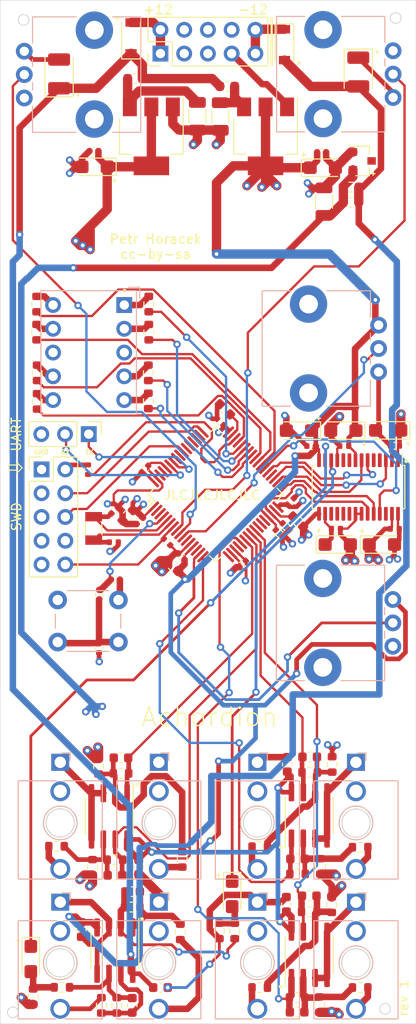
<source format=kicad_pcb>
(kicad_pcb (version 20171130) (host pcbnew 5.1.9-2.fc34)
  (title_block (title Achordion) (date 2021-04-25) (rev 1) (company "Petr Horáček") (comment 1 hrck@protonmail.com) (comment 2 https://github.com/zlosynth/achordion) (comment 3 cc-by-sa))
  (layers (0 F.Cu signal) (1 In1.Cu power hide) (2 In2.Cu power hide) (31 B.Cu signal hide) (34 B.Paste user) (35 F.Paste user) (36 B.SilkS user) (37 F.SilkS user) (38 B.Mask user) (39 F.Mask user) (44 Edge.Cuts user))
  (net 0 "")
  (net 1 "Net-(C1-Pad1)")
  (net 2 GND)
  (net 3 "Net-(C2-Pad1)")
  (net 4 +3V3)
  (net 5 +3.3VA)
  (net 6 HSE_IN)
  (net 7 HSE_OUT)
  (net 8 "Net-(C13-Pad1)")
  (net 9 "Net-(C16-Pad1)")
  (net 10 VCC)
  (net 11 VEE)
  (net 12 -10V)
  (net 13 "Net-(C22-Pad1)")
  (net 14 NRST)
  (net 15 RAMP_DAC)
  (net 16 "Net-(C35-Pad2)")
  (net 17 "Net-(C36-Pad2)")
  (net 18 "Net-(C36-Pad1)")
  (net 19 CAMP_DAC)
  (net 20 "Net-(C37-Pad2)")
  (net 21 "Net-(C38-Pad2)")
  (net 22 "Net-(C38-Pad1)")
  (net 23 BUTTON)
  (net 24 "Net-(C40-Pad2)")
  (net 25 VOCT_CV)
  (net 26 TABLE_CV)
  (net 27 "Net-(C41-Pad2)")
  (net 28 "Net-(C42-Pad2)")
  (net 29 CHORD_CV)
  (net 30 SCALE_CV)
  (net 31 "Net-(C43-Pad2)")
  (net 32 "Net-(C44-Pad2)")
  (net 33 RAMP_CV)
  (net 34 CAMP_CV)
  (net 35 "Net-(C45-Pad2)")
  (net 36 "Net-(D1-Pad2)")
  (net 37 "Net-(D2-Pad1)")
  (net 38 UART_TX)
  (net 39 UART_RX)
  (net 40 "Net-(J3-Pad2)")
  (net 41 SWCLK)
  (net 42 SWO)
  (net 43 "Net-(J3-Pad7)")
  (net 44 "Net-(J3-Pad8)")
  (net 45 "Net-(J4-PadT)")
  (net 46 "Net-(J5-PadT)")
  (net 47 "Net-(J6-PadT)")
  (net 48 "Net-(J7-PadT)")
  (net 49 "Net-(J8-PadT)")
  (net 50 "Net-(J9-PadT)")
  (net 51 "Net-(J10-PadT)")
  (net 52 "Net-(J11-PadT)")
  (net 53 I2C_SCL)
  (net 54 I2C_SDA)
  (net 55 SWDIO)
  (net 56 "Net-(R15-Pad2)")
  (net 57 DISPLAY_A)
  (net 58 "Net-(R35-Pad2)")
  (net 59 "Net-(R36-Pad2)")
  (net 60 DISPLAY_B)
  (net 61 DISPLAY_C)
  (net 62 "Net-(R37-Pad2)")
  (net 63 "Net-(R38-Pad2)")
  (net 64 DISPLAY_D)
  (net 65 DISPLAY_E)
  (net 66 "Net-(R39-Pad2)")
  (net 67 "Net-(R40-Pad2)")
  (net 68 DISPLAY_F)
  (net 69 DISPLAY_G)
  (net 70 "Net-(R41-Pad2)")
  (net 71 "Net-(R42-Pad2)")
  (net 72 DISPLAY_DP)
  (net 73 NOTE_POT)
  (net 74 CHORD_POT)
  (net 75 TABLE_POT)
  (net 76 SCALE_POT)
  (net 77 "Net-(U1-Pad2)")
  (net 78 "Net-(U1-Pad3)")
  (net 79 "Net-(U1-Pad11)")
  (net 80 "Net-(U1-Pad14)")
  (net 81 "Net-(U1-Pad17)")
  (net 82 "Net-(U1-Pad20)")
  (net 83 "Net-(U1-Pad26)")
  (net 84 "Net-(U1-Pad27)")
  (net 85 "Net-(U1-Pad28)")
  (net 86 I2S_WS)
  (net 87 I2S_CK)
  (net 88 "Net-(U1-Pad35)")
  (net 89 I2S_SD)
  (net 90 I2S_MCK)
  (net 91 "Net-(U1-Pad50)")
  (net 92 "Net-(U1-Pad51)")
  (net 93 "Net-(U1-Pad52)")
  (net 94 "Net-(U1-Pad53)")
  (net 95 "Net-(U1-Pad54)")
  (net 96 "Net-(U1-Pad56)")
  (net 97 "Net-(U1-Pad57)")
  (net 98 "Net-(U1-Pad61)")
  (net 99 "Net-(U1-Pad62)")
  (net 100 "Net-(U5-Pad2)")
  (net 101 "Net-(U5-Pad4)")
  (net 102 "Net-(U5-Pad5)")
  (net 103 "Net-(U5-Pad9)")
  (net 104 "Net-(U5-Pad10)")
  (net 105 "Net-(U5-Pad17)")
  (net 106 "Net-(U5-Pad18)")
  (net 107 "Net-(U5-Pad19)")
  (net 108 "Net-(U5-Pad20)")
  (net 109 "Net-(U5-Pad26)")
  (module Package_QFP:LQFP-64_10x10mm_P0.5mm (layer F.Cu) (at 145.888909 94.388909 45)
    (fp_text reference U1)
    (fp_text value STM32F405RGT6)
    (pad 64 smd roundrect (at -3.75 -5.675 45) (size 0.3 1.55) (layers F.Cu F.Paste F.Mask) (net 4 +3V3))
    (pad 63 smd roundrect (at -3.25 -5.675 45) (size 0.3 1.55) (layers F.Cu F.Paste F.Mask) (net 2 GND))
    (pad 62 smd roundrect (at -2.75 -5.675 45) (size 0.3 1.55) (layers F.Cu F.Paste F.Mask) (net 99 "Net-(U1-Pad62)"))
    (pad 61 smd roundrect (at -2.25 -5.675 45) (size 0.3 1.55) (layers F.Cu F.Paste F.Mask) (net 98 "Net-(U1-Pad61)"))
    (pad 60 smd roundrect (at -1.75 -5.675 45) (size 0.3 1.55) (layers F.Cu F.Paste F.Mask) (net 2 GND))
    (pad 59 smd roundrect (at -1.25 -5.675 45) (size 0.3 1.55) (layers F.Cu F.Paste F.Mask) (net 39 UART_RX))
    (pad 58 smd roundrect (at -0.75 -5.675 45) (size 0.3 1.55) (layers F.Cu F.Paste F.Mask) (net 38 UART_TX))
    (pad 57 smd roundrect (at -0.25 -5.675 45) (size 0.3 1.55) (layers F.Cu F.Paste F.Mask) (net 97 "Net-(U1-Pad57)"))
    (pad 56 smd roundrect (at 0.25 -5.675 45) (size 0.3 1.55) (layers F.Cu F.Paste F.Mask) (net 96 "Net-(U1-Pad56)"))
    (pad 55 smd roundrect (at 0.75 -5.675 45) (size 0.3 1.55) (layers F.Cu F.Paste F.Mask) (net 42 SWO))
    (pad 54 smd roundrect (at 1.25 -5.675 45) (size 0.3 1.55) (layers F.Cu F.Paste F.Mask) (net 95 "Net-(U1-Pad54)"))
    (pad 53 smd roundrect (at 1.75 -5.675 45) (size 0.3 1.55) (layers F.Cu F.Paste F.Mask) (net 94 "Net-(U1-Pad53)"))
    (pad 52 smd roundrect (at 2.25 -5.675 45) (size 0.3 1.55) (layers F.Cu F.Paste F.Mask) (net 93 "Net-(U1-Pad52)"))
    (pad 51 smd roundrect (at 2.75 -5.675 45) (size 0.3 1.55) (layers F.Cu F.Paste F.Mask) (net 92 "Net-(U1-Pad51)"))
    (pad 50 smd roundrect (at 3.25 -5.675 45) (size 0.3 1.55) (layers F.Cu F.Paste F.Mask) (net 91 "Net-(U1-Pad50)"))
    (pad 49 smd roundrect (at 3.75 -5.675 45) (size 0.3 1.55) (layers F.Cu F.Paste F.Mask) (net 41 SWCLK))
    (pad 48 smd roundrect (at 5.675 -3.75 45) (size 1.55 0.3) (layers F.Cu F.Paste F.Mask) (net 4 +3V3))
    (pad 47 smd roundrect (at 5.675 -3.25 45) (size 1.55 0.3) (layers F.Cu F.Paste F.Mask) (net 3 "Net-(C2-Pad1)"))
    (pad 46 smd roundrect (at 5.675 -2.75 45) (size 1.55 0.3) (layers F.Cu F.Paste F.Mask) (net 55 SWDIO))
    (pad 45 smd roundrect (at 5.675 -2.25 45) (size 1.55 0.3) (layers F.Cu F.Paste F.Mask) (net 72 DISPLAY_DP))
    (pad 44 smd roundrect (at 5.675 -1.75 45) (size 1.55 0.3) (layers F.Cu F.Paste F.Mask) (net 69 DISPLAY_G))
    (pad 43 smd roundrect (at 5.675 -1.25 45) (size 1.55 0.3) (layers F.Cu F.Paste F.Mask) (net 68 DISPLAY_F))
    (pad 42 smd roundrect (at 5.675 -0.75 45) (size 1.55 0.3) (layers F.Cu F.Paste F.Mask) (net 65 DISPLAY_E))
    (pad 41 smd roundrect (at 5.675 -0.25 45) (size 1.55 0.3) (layers F.Cu F.Paste F.Mask) (net 64 DISPLAY_D))
    (pad 40 smd roundrect (at 5.675 0.25 45) (size 1.55 0.3) (layers F.Cu F.Paste F.Mask) (net 61 DISPLAY_C))
    (pad 39 smd roundrect (at 5.675 0.75 45) (size 1.55 0.3) (layers F.Cu F.Paste F.Mask) (net 60 DISPLAY_B))
    (pad 38 smd roundrect (at 5.675 1.25 45) (size 1.55 0.3) (layers F.Cu F.Paste F.Mask) (net 57 DISPLAY_A))
    (pad 37 smd roundrect (at 5.675 1.75 45) (size 1.55 0.3) (layers F.Cu F.Paste F.Mask) (net 90 I2S_MCK))
    (pad 36 smd roundrect (at 5.675 2.25 45) (size 1.55 0.3) (layers F.Cu F.Paste F.Mask) (net 89 I2S_SD))
    (pad 35 smd roundrect (at 5.675 2.75 45) (size 1.55 0.3) (layers F.Cu F.Paste F.Mask) (net 88 "Net-(U1-Pad35)"))
    (pad 34 smd roundrect (at 5.675 3.25 45) (size 1.55 0.3) (layers F.Cu F.Paste F.Mask) (net 87 I2S_CK))
    (pad 33 smd roundrect (at 5.675 3.75 45) (size 1.55 0.3) (layers F.Cu F.Paste F.Mask) (net 86 I2S_WS))
    (pad 32 smd roundrect (at 3.75 5.675 45) (size 0.3 1.55) (layers F.Cu F.Paste F.Mask) (net 4 +3V3))
    (pad 31 smd roundrect (at 3.25 5.675 45) (size 0.3 1.55) (layers F.Cu F.Paste F.Mask) (net 1 "Net-(C1-Pad1)"))
    (pad 30 smd roundrect (at 2.75 5.675 45) (size 0.3 1.55) (layers F.Cu F.Paste F.Mask) (net 54 I2C_SDA))
    (pad 29 smd roundrect (at 2.25 5.675 45) (size 0.3 1.55) (layers F.Cu F.Paste F.Mask) (net 53 I2C_SCL))
    (pad 28 smd roundrect (at 1.75 5.675 45) (size 0.3 1.55) (layers F.Cu F.Paste F.Mask) (net 85 "Net-(U1-Pad28)"))
    (pad 27 smd roundrect (at 1.25 5.675 45) (size 0.3 1.55) (layers F.Cu F.Paste F.Mask) (net 84 "Net-(U1-Pad27)"))
    (pad 26 smd roundrect (at 0.75 5.675 45) (size 0.3 1.55) (layers F.Cu F.Paste F.Mask) (net 83 "Net-(U1-Pad26)"))
    (pad 25 smd roundrect (at 0.25 5.675 45) (size 0.3 1.55) (layers F.Cu F.Paste F.Mask) (net 30 SCALE_CV))
    (pad 24 smd roundrect (at -0.25 5.675 45) (size 0.3 1.55) (layers F.Cu F.Paste F.Mask) (net 29 CHORD_CV))
    (pad 23 smd roundrect (at -0.75 5.675 45) (size 0.3 1.55) (layers F.Cu F.Paste F.Mask) (net 34 CAMP_CV))
    (pad 22 smd roundrect (at -1.25 5.675 45) (size 0.3 1.55) (layers F.Cu F.Paste F.Mask) (net 33 RAMP_CV))
    (pad 21 smd roundrect (at -1.75 5.675 45) (size 0.3 1.55) (layers F.Cu F.Paste F.Mask) (net 26 TABLE_CV))
    (pad 20 smd roundrect (at -2.25 5.675 45) (size 0.3 1.55) (layers F.Cu F.Paste F.Mask) (net 82 "Net-(U1-Pad20)"))
    (pad 19 smd roundrect (at -2.75 5.675 45) (size 0.3 1.55) (layers F.Cu F.Paste F.Mask) (net 4 +3V3))
    (pad 18 smd roundrect (at -3.25 5.675 45) (size 0.3 1.55) (layers F.Cu F.Paste F.Mask) (net 2 GND))
    (pad 17 smd roundrect (at -3.75 5.675 45) (size 0.3 1.55) (layers F.Cu F.Paste F.Mask) (net 81 "Net-(U1-Pad17)"))
    (pad 16 smd roundrect (at -5.675 3.75 45) (size 1.55 0.3) (layers F.Cu F.Paste F.Mask) (net 25 VOCT_CV))
    (pad 15 smd roundrect (at -5.675 3.25 45) (size 1.55 0.3) (layers F.Cu F.Paste F.Mask) (net 76 SCALE_POT))
    (pad 14 smd roundrect (at -5.675 2.75 45) (size 1.55 0.3) (layers F.Cu F.Paste F.Mask) (net 80 "Net-(U1-Pad14)"))
    (pad 13 smd roundrect (at -5.675 2.25 45) (size 1.55 0.3) (layers F.Cu F.Paste F.Mask) (net 5 +3.3VA))
    (pad 12 smd roundrect (at -5.675 1.75 45) (size 1.55 0.3) (layers F.Cu F.Paste F.Mask) (net 2 GND))
    (pad 11 smd roundrect (at -5.675 1.25 45) (size 1.55 0.3) (layers F.Cu F.Paste F.Mask) (net 79 "Net-(U1-Pad11)"))
    (pad 10 smd roundrect (at -5.675 0.75 45) (size 1.55 0.3) (layers F.Cu F.Paste F.Mask) (net 74 CHORD_POT))
    (pad 9 smd roundrect (at -5.675 0.25 45) (size 1.55 0.3) (layers F.Cu F.Paste F.Mask) (net 75 TABLE_POT))
    (pad 8 smd roundrect (at -5.675 -0.25 45) (size 1.55 0.3) (layers F.Cu F.Paste F.Mask) (net 73 NOTE_POT))
    (pad 7 smd roundrect (at -5.675 -0.75 45) (size 1.55 0.3) (layers F.Cu F.Paste F.Mask) (net 14 NRST))
    (pad 6 smd roundrect (at -5.675 -1.25 45) (size 1.55 0.3) (layers F.Cu F.Paste F.Mask) (net 7 HSE_OUT))
    (pad 5 smd roundrect (at -5.675 -1.75 45) (size 1.55 0.3) (layers F.Cu F.Paste F.Mask) (net 6 HSE_IN))
    (pad 4 smd roundrect (at -5.675 -2.25 45) (size 1.55 0.3) (layers F.Cu F.Paste F.Mask) (net 23 BUTTON))
    (pad 3 smd roundrect (at -5.675 -2.75 45) (size 1.55 0.3) (layers F.Cu F.Paste F.Mask) (net 78 "Net-(U1-Pad3)"))
    (pad 2 smd roundrect (at -5.675 -3.25 45) (size 1.55 0.3) (layers F.Cu F.Paste F.Mask) (net 77 "Net-(U1-Pad2)"))
    (pad 1 smd roundrect (at -5.675 -3.75 45) (size 1.55 0.3) (layers F.Cu F.Paste F.Mask) (net 4 +3V3))
  )
  (module Capacitor_SMD:C_0603_1608Metric (layer F.Cu) (at 154.7 97.3 315)
    (fp_text reference C1)
    (fp_text value 2u2)
    (pad 2 smd roundrect (at 0.775 0 315) (size 0.9 0.95) (layers F.Cu F.Paste F.Mask) (net 2 GND))
    (pad 1 smd roundrect (at -0.775 0 315) (size 0.9 0.95) (layers F.Cu F.Paste F.Mask) (net 1 "Net-(C1-Pad1)"))
  )
  (module Capacitor_SMD:C_0603_1608Metric (layer F.Cu) (at 146.875 85.3 135)
    (fp_text reference C2)
    (fp_text value 2u2)
    (pad 2 smd roundrect (at 0.775 0 135) (size 0.9 0.95) (layers F.Cu F.Paste F.Mask) (net 2 GND))
    (pad 1 smd roundrect (at -0.775 0 135) (size 0.9 0.95) (layers F.Cu F.Paste F.Mask) (net 3 "Net-(C2-Pad1)"))
  )
  (module Capacitor_SMD:C_0603_1608Metric (layer F.Cu) (at 136.466711 96.633973 225)
    (fp_text reference C3)
    (fp_text value 4u7)
    (pad 2 smd roundrect (at 0.775 0 225) (size 0.9 0.95) (layers F.Cu F.Paste F.Mask) (net 2 GND))
    (pad 1 smd roundrect (at -0.775 0 225) (size 0.9 0.95) (layers F.Cu F.Paste F.Mask) (net 4 +3V3))
  )
  (module Capacitor_SMD:C_0402_1005Metric (layer F.Cu) (at 137.757181 97.217336 225)
    (fp_text reference C4)
    (fp_text value 100n)
    (pad 2 smd roundrect (at 0.48 0 225) (size 0.56 0.62) (layers F.Cu F.Paste F.Mask) (net 2 GND))
    (pad 1 smd roundrect (at -0.48 0 225) (size 0.56 0.62) (layers F.Cu F.Paste F.Mask) (net 4 +3V3))
  )
  (module Capacitor_SMD:C_0402_1005Metric (layer F.Cu) (at 148.770369 101.831208 225)
    (fp_text reference C5)
    (fp_text value 100n)
    (pad 1 smd roundrect (at -0.48 0 225) (size 0.56 0.62) (layers F.Cu F.Paste F.Mask) (net 4 +3V3))
    (pad 2 smd roundrect (at 0.48 0 225) (size 0.56 0.62) (layers F.Cu F.Paste F.Mask) (net 2 GND))
  )
  (module Capacitor_SMD:C_0402_1005Metric (layer F.Cu) (at 153.9 95.15 45)
    (fp_text reference C6)
    (fp_text value 100n)
    (pad 2 smd roundrect (at 0.48 0 45) (size 0.56 0.62) (layers F.Cu F.Paste F.Mask) (net 2 GND))
    (pad 1 smd roundrect (at -0.48 0 45) (size 0.56 0.62) (layers F.Cu F.Paste F.Mask) (net 4 +3V3))
  )
  (module Capacitor_SMD:C_0402_1005Metric (layer F.Cu) (at 146.375 86.65 135)
    (fp_text reference C7)
    (fp_text value 100n)
    (pad 1 smd roundrect (at -0.48 0 135) (size 0.56 0.62) (layers F.Cu F.Paste F.Mask) (net 4 +3V3))
    (pad 2 smd roundrect (at 0.48 0 135) (size 0.56 0.62) (layers F.Cu F.Paste F.Mask) (net 2 GND))
  )
  (module Capacitor_SMD:C_0402_1005Metric (layer F.Cu) (at 138.322866 91.666548 45)
    (fp_text reference C8)
    (fp_text value 100n)
    (pad 2 smd roundrect (at 0.48 0 45) (size 0.56 0.62) (layers F.Cu F.Paste F.Mask) (net 2 GND))
    (pad 1 smd roundrect (at -0.48 0 45) (size 0.56 0.62) (layers F.Cu F.Paste F.Mask) (net 4 +3V3))
  )
  (module Capacitor_SMD:C_0603_1608Metric (layer F.Cu) (at 141.292715 102.025662 135)
    (fp_text reference C9)
    (fp_text value 1u)
    (pad 1 smd roundrect (at -0.775 0 135) (size 0.9 0.95) (layers F.Cu F.Paste F.Mask) (net 5 +3.3VA))
    (pad 2 smd roundrect (at 0.775 0 135) (size 0.9 0.95) (layers F.Cu F.Paste F.Mask) (net 2 GND))
  )
  (module Capacitor_SMD:C_0402_1005Metric (layer F.Cu) (at 142.211953 101.035712 135)
    (fp_text reference C10)
    (fp_text value 10n)
    (pad 1 smd roundrect (at -0.48 0 135) (size 0.56 0.62) (layers F.Cu F.Paste F.Mask) (net 5 +3.3VA))
    (pad 2 smd roundrect (at 0.48 0 135) (size 0.56 0.62) (layers F.Cu F.Paste F.Mask) (net 2 GND))
  )
  (module Capacitor_SMD:C_0402_1005Metric (layer F.Cu) (at 135.075 96.075 225)
    (fp_text reference C11)
    (fp_text value 12p)
    (pad 1 smd roundrect (at -0.48 0 225) (size 0.56 0.62) (layers F.Cu F.Paste F.Mask) (net 2 GND))
    (pad 2 smd roundrect (at 0.48 0 225) (size 0.56 0.62) (layers F.Cu F.Paste F.Mask) (net 6 HSE_IN))
  )
  (module Capacitor_SMD:C_0402_1005Metric (layer F.Cu) (at 134.98 99.5 180)
    (fp_text reference C12)
    (fp_text value 12p)
    (pad 2 smd roundrect (at 0.48 0 180) (size 0.56 0.62) (layers F.Cu F.Paste F.Mask) (net 7 HSE_OUT))
    (pad 1 smd roundrect (at -0.48 0 180) (size 0.56 0.62) (layers F.Cu F.Paste F.Mask) (net 2 GND))
  )
  (module Capacitor_SMD:C_1206_3216Metric (layer F.Cu) (at 143.925 53.975 270)
    (fp_text reference C13)
    (fp_text value 100n)
    (pad 1 smd roundrect (at -1.475 0 270) (size 1.15 1.8) (layers F.Cu F.Paste F.Mask) (roundrect_rratio 0.2173904347826087) (net 8 "Net-(C13-Pad1)"))
    (pad 2 smd roundrect (at 1.475 0 270) (size 1.15 1.8) (layers F.Cu F.Paste F.Mask) (roundrect_rratio 0.2173904347826087) (net 2 GND))
  )
  (module Capacitor_Tantalum_SMD:CP_EIA-3216-18_Kemet-A (layer F.Cu) (at 132.925 59.375 180)
    (fp_text reference C14)
    (fp_text value 22u)
    (pad 1 smd roundrect (at -1.35 0 180) (size 1.4 1.35) (layers F.Cu F.Paste F.Mask) (roundrect_rratio 0.1851844444444445) (net 4 +3V3))
    (pad 2 smd roundrect (at 1.35 0 180) (size 1.4 1.35) (layers F.Cu F.Paste F.Mask) (roundrect_rratio 0.1851844444444445) (net 2 GND))
  )
  (module Capacitor_SMD:C_0402_1005Metric (layer F.Cu) (at 132.85 57.7 180)
    (fp_text reference C15)
    (fp_text value 100n)
    (pad 1 smd roundrect (at -0.48 0 180) (size 0.56 0.62) (layers F.Cu F.Paste F.Mask) (net 4 +3V3))
    (pad 2 smd roundrect (at 0.48 0 180) (size 0.56 0.62) (layers F.Cu F.Paste F.Mask) (net 2 GND))
  )
  (module Capacitor_SMD:C_1206_3216Metric (layer F.Cu) (at 146.375 54 270)
    (fp_text reference C16)
    (fp_text value 100n)
    (pad 2 smd roundrect (at 1.475 0 270) (size 1.15 1.8) (layers F.Cu F.Paste F.Mask) (roundrect_rratio 0.2173904347826087) (net 2 GND))
    (pad 1 smd roundrect (at -1.475 0 270) (size 1.15 1.8) (layers F.Cu F.Paste F.Mask) (roundrect_rratio 0.2173904347826087) (net 9 "Net-(C16-Pad1)"))
  )
  (module Capacitor_Tantalum_SMD:CP_EIA-3216-18_Kemet-A (layer F.Cu) (at 157.35 59.475)
    (fp_text reference C17)
    (fp_text value 22u)
    (pad 2 smd roundrect (at 1.35 0) (size 1.4 1.35) (layers F.Cu F.Paste F.Mask) (roundrect_rratio 0.1851844444444445) (net 2 GND))
    (pad 1 smd roundrect (at -1.35 0) (size 1.4 1.35) (layers F.Cu F.Paste F.Mask) (roundrect_rratio 0.1851844444444445) (net 5 +3.3VA))
  )
  (module Capacitor_SMD:C_0402_1005Metric (layer F.Cu) (at 157.225 57.825)
    (fp_text reference C18)
    (fp_text value 100n)
    (pad 2 smd roundrect (at 0.48 0) (size 0.56 0.62) (layers F.Cu F.Paste F.Mask) (net 2 GND))
    (pad 1 smd roundrect (at -0.48 0) (size 0.56 0.62) (layers F.Cu F.Paste F.Mask) (net 5 +3.3VA))
  )
  (module Capacitor_Tantalum_SMD:CP_EIA-3528-21_Kemet-B (layer F.Cu) (at 129.125 49.45 90)
    (fp_text reference C19)
    (fp_text value 22u)
    (pad 2 smd roundrect (at 1.5375 0 90) (size 1.325 2.35) (layers F.Cu F.Paste F.Mask) (roundrect_rratio 0.1886784905660377) (net 2 GND))
    (pad 1 smd roundrect (at -1.5375 0 90) (size 1.325 2.35) (layers F.Cu F.Paste F.Mask) (roundrect_rratio 0.1886784905660377) (net 10 VCC))
  )
  (module Capacitor_Tantalum_SMD:CP_EIA-3528-21_Kemet-B (layer F.Cu) (at 161.15 49.25 270)
    (fp_text reference C20)
    (fp_text value 22u)
    (pad 1 smd roundrect (at -1.5375 0 270) (size 1.325 2.35) (layers F.Cu F.Paste F.Mask) (roundrect_rratio 0.1886784905660377) (net 2 GND))
    (pad 2 smd roundrect (at 1.5375 0 270) (size 1.325 2.35) (layers F.Cu F.Paste F.Mask) (roundrect_rratio 0.1886784905660377) (net 11 VEE))
  )
  (module Capacitor_SMD:C_1206_3216Metric (layer F.Cu) (at 157.475 63.1 90)
    (fp_text reference C21)
    (fp_text value 100n)
    (pad 1 smd roundrect (at -1.475 0 90) (size 1.15 1.8) (layers F.Cu F.Paste F.Mask) (roundrect_rratio 0.2173904347826087) (net 12 -10V))
    (pad 2 smd roundrect (at 1.475 0 90) (size 1.15 1.8) (layers F.Cu F.Paste F.Mask) (roundrect_rratio 0.2173904347826087) (net 2 GND))
  )
  (module Capacitor_SMD:C_0402_1005Metric (layer F.Cu) (at 158.75 98.05)
    (fp_text reference C22)
    (fp_text value 100n)
    (pad 1 smd roundrect (at -0.48 0) (size 0.56 0.62) (layers F.Cu F.Paste F.Mask) (net 13 "Net-(C22-Pad1)"))
    (pad 2 smd roundrect (at 0.48 0) (size 0.56 0.62) (layers F.Cu F.Paste F.Mask) (net 2 GND))
  )
  (module Capacitor_Tantalum_SMD:CP_EIA-3216-18_Kemet-A (layer F.Cu) (at 158.95 99.75)
    (fp_text reference C23)
    (fp_text value 22u)
    (pad 1 smd roundrect (at -1.35 0) (size 1.4 1.35) (layers F.Cu F.Paste F.Mask) (roundrect_rratio 0.1851844444444445) (net 13 "Net-(C22-Pad1)"))
    (pad 2 smd roundrect (at 1.35 0) (size 1.4 1.35) (layers F.Cu F.Paste F.Mask) (roundrect_rratio 0.1851844444444445) (net 2 GND))
  )
  (module Capacitor_Tantalum_SMD:CP_EIA-3216-18_Kemet-A (layer F.Cu) (at 163.675 99.75)
    (fp_text reference C24)
    (fp_text value 10u)
    (pad 2 smd roundrect (at 1.35 0) (size 1.4 1.35) (layers F.Cu F.Paste F.Mask) (roundrect_rratio 0.1851844444444445) (net 2 GND))
    (pad 1 smd roundrect (at -1.35 0) (size 1.4 1.35) (layers F.Cu F.Paste F.Mask) (roundrect_rratio 0.1851844444444445) (net 4 +3V3))
  )
  (module Capacitor_SMD:C_0402_1005Metric (layer F.Cu) (at 165.05 98.075)
    (fp_text reference C25)
    (fp_text value 100n)
    (pad 2 smd roundrect (at 0.48 0) (size 0.56 0.62) (layers F.Cu F.Paste F.Mask) (net 2 GND))
    (pad 1 smd roundrect (at -0.48 0) (size 0.56 0.62) (layers F.Cu F.Paste F.Mask) (net 4 +3V3))
  )
  (module Capacitor_Tantalum_SMD:CP_EIA-3216-18_Kemet-A (layer F.Cu) (at 164.35 87.55 180)
    (fp_text reference C26)
    (fp_text value 10u)
    (pad 2 smd roundrect (at 1.35 0 180) (size 1.4 1.35) (layers F.Cu F.Paste F.Mask) (roundrect_rratio 0.1851844444444445) (net 2 GND))
    (pad 1 smd roundrect (at -1.35 0 180) (size 1.4 1.35) (layers F.Cu F.Paste F.Mask) (roundrect_rratio 0.1851844444444445) (net 4 +3V3))
  )
  (module Capacitor_SMD:C_0402_1005Metric (layer F.Cu) (at 165.075 89.2 180)
    (fp_text reference C27)
    (fp_text value 100n)
    (pad 1 smd roundrect (at -0.48 0 180) (size 0.56 0.62) (layers F.Cu F.Paste F.Mask) (net 4 +3V3))
    (pad 2 smd roundrect (at 0.48 0 180) (size 0.56 0.62) (layers F.Cu F.Paste F.Mask) (net 2 GND))
  )
  (module Capacitor_Tantalum_SMD:CP_EIA-3216-18_Kemet-A (layer F.Cu) (at 159.55 87.575 180)
    (fp_text reference C28)
    (fp_text value 10u)
    (pad 1 smd roundrect (at -1.35 0 180) (size 1.4 1.35) (layers F.Cu F.Paste F.Mask) (roundrect_rratio 0.1851844444444445) (net 5 +3.3VA))
    (pad 2 smd roundrect (at 1.35 0 180) (size 1.4 1.35) (layers F.Cu F.Paste F.Mask) (roundrect_rratio 0.1851844444444445) (net 2 GND))
  )
  (module Capacitor_SMD:C_0402_1005Metric (layer F.Cu) (at 159.65 89.225 180)
    (fp_text reference C29)
    (fp_text value 100n)
    (pad 2 smd roundrect (at 0.48 0 180) (size 0.56 0.62) (layers F.Cu F.Paste F.Mask) (net 2 GND))
    (pad 1 smd roundrect (at -0.48 0 180) (size 0.56 0.62) (layers F.Cu F.Paste F.Mask) (net 5 +3.3VA))
  )
  (module Capacitor_Tantalum_SMD:CP_EIA-3216-18_Kemet-A (layer F.Cu) (at 154.8 87.575001 180)
    (fp_text reference C30)
    (fp_text value 10u)
    (pad 2 smd roundrect (at 1.35 0 180) (size 1.4 1.35) (layers F.Cu F.Paste F.Mask) (roundrect_rratio 0.1851844444444445) (net 2 GND))
    (pad 1 smd roundrect (at -1.35 0 180) (size 1.4 1.35) (layers F.Cu F.Paste F.Mask) (roundrect_rratio 0.1851844444444445) (net 5 +3.3VA))
  )
  (module Capacitor_SMD:C_0402_1005Metric (layer F.Cu) (at 156.125 89.225 180)
    (fp_text reference C31)
    (fp_text value 100n)
    (pad 2 smd roundrect (at 0.48 0 180) (size 0.56 0.62) (layers F.Cu F.Paste F.Mask) (net 2 GND))
    (pad 1 smd roundrect (at -0.48 0 180) (size 0.56 0.62) (layers F.Cu F.Paste F.Mask) (net 5 +3.3VA))
  )
  (module Capacitor_SMD:C_0402_1005Metric (layer F.Cu) (at 140.675 99.475 315)
    (fp_text reference C32)
    (fp_text value 100n)
    (pad 1 smd roundrect (at -0.48 0 315) (size 0.56 0.62) (layers F.Cu F.Paste F.Mask) (net 14 NRST))
    (pad 2 smd roundrect (at 0.48 0 315) (size 0.56 0.62) (layers F.Cu F.Paste F.Mask) (net 2 GND))
  )
  (module Capacitor_Tantalum_SMD:CP_EIA-3216-18_Kemet-A (layer F.Cu) (at 147.65 137.1 270)
    (fp_text reference C35)
    (fp_text value 10u)
    (pad 1 smd roundrect (at -1.35 0 270) (size 1.4 1.35) (layers F.Cu F.Paste F.Mask) (roundrect_rratio 0.1851844444444445) (net 15 RAMP_DAC))
    (pad 2 smd roundrect (at 1.35 0 270) (size 1.4 1.35) (layers F.Cu F.Paste F.Mask) (roundrect_rratio 0.1851844444444445) (net 16 "Net-(C35-Pad2)"))
  )
  (module Capacitor_SMD:C_0603_1608Metric (layer F.Cu) (at 137 136.85 180)
    (fp_text reference C36)
    (fp_text value 18p)
    (pad 1 smd roundrect (at -0.775 0 180) (size 0.9 0.95) (layers F.Cu F.Paste F.Mask) (net 18 "Net-(C36-Pad1)"))
    (pad 2 smd roundrect (at 0.775 0 180) (size 0.9 0.95) (layers F.Cu F.Paste F.Mask) (net 17 "Net-(C36-Pad2)"))
  )
  (module Capacitor_Tantalum_SMD:CP_EIA-3216-18_Kemet-A (layer F.Cu) (at 126.1 144.05 270)
    (fp_text reference C37)
    (fp_text value 10u)
    (pad 2 smd roundrect (at 1.35 0 270) (size 1.4 1.35) (layers F.Cu F.Paste F.Mask) (roundrect_rratio 0.1851844444444445) (net 20 "Net-(C37-Pad2)"))
    (pad 1 smd roundrect (at -1.35 0 270) (size 1.4 1.35) (layers F.Cu F.Paste F.Mask) (roundrect_rratio 0.1851844444444445) (net 19 CAMP_DAC))
  )
  (module Capacitor_SMD:C_0603_1608Metric (layer F.Cu) (at 136.95 149 90)
    (fp_text reference C38)
    (fp_text value 18p)
    (pad 1 smd roundrect (at -0.775 0 90) (size 0.9 0.95) (layers F.Cu F.Paste F.Mask) (net 22 "Net-(C38-Pad1)"))
    (pad 2 smd roundrect (at 0.775 0 90) (size 0.9 0.95) (layers F.Cu F.Paste F.Mask) (net 21 "Net-(C38-Pad2)"))
  )
  (module Capacitor_SMD:C_0402_1005Metric (layer F.Cu) (at 135.15 103.5 180)
    (fp_text reference C39)
    (fp_text value 100n)
    (pad 1 smd roundrect (at -0.48 0 180) (size 0.56 0.62) (layers F.Cu F.Paste F.Mask) (net 2 GND))
    (pad 2 smd roundrect (at 0.48 0 180) (size 0.56 0.62) (layers F.Cu F.Paste F.Mask) (net 23 BUTTON))
  )
  (module Capacitor_SMD:C_0603_1608Metric (layer F.Cu) (at 154.65 133.35)
    (fp_text reference C40)
    (fp_text value 3n3)
    (pad 1 smd roundrect (at -0.775 0) (size 0.9 0.95) (layers F.Cu F.Paste F.Mask) (net 25 VOCT_CV))
    (pad 2 smd roundrect (at 0.775 0) (size 0.9 0.95) (layers F.Cu F.Paste F.Mask) (net 24 "Net-(C40-Pad2)"))
  )
  (module Capacitor_SMD:C_0603_1608Metric (layer F.Cu) (at 154.6 149.725)
    (fp_text reference C42)
    (fp_text value 3n3)
    (pad 2 smd roundrect (at 0.775 0) (size 0.9 0.95) (layers F.Cu F.Paste F.Mask) (net 28 "Net-(C42-Pad2)"))
    (pad 1 smd roundrect (at -0.775 0) (size 0.9 0.95) (layers F.Cu F.Paste F.Mask) (net 26 TABLE_CV))
  )
  (module Capacitor_SMD:C_0603_1608Metric (layer F.Cu) (at 155.95 122.45)
    (fp_text reference C41)
    (fp_text value 3n3)
    (pad 2 smd roundrect (at 0.775 0) (size 0.9 0.95) (layers F.Cu F.Paste F.Mask) (net 27 "Net-(C41-Pad2)"))
    (pad 1 smd roundrect (at -0.775 0) (size 0.9 0.95) (layers F.Cu F.Paste F.Mask) (net 29 CHORD_CV))
  )
  (module Capacitor_SMD:C_0603_1608Metric (layer F.Cu) (at 155.9 137.3)
    (fp_text reference C43)
    (fp_text value 3n3)
    (pad 2 smd roundrect (at 0.775 0) (size 0.9 0.95) (layers F.Cu F.Paste F.Mask) (net 31 "Net-(C43-Pad2)"))
    (pad 1 smd roundrect (at -0.775 0) (size 0.9 0.95) (layers F.Cu F.Paste F.Mask) (net 30 SCALE_CV))
  )
  (module Capacitor_SMD:C_0603_1608Metric (layer F.Cu) (at 135.75 122.55 180)
    (fp_text reference C44)
    (fp_text value 3n3)
    (pad 2 smd roundrect (at 0.775 0 180) (size 0.9 0.95) (layers F.Cu F.Paste F.Mask) (net 32 "Net-(C44-Pad2)"))
    (pad 1 smd roundrect (at -0.775 0 180) (size 0.9 0.95) (layers F.Cu F.Paste F.Mask) (net 33 RAMP_CV))
  )
  (module Capacitor_SMD:C_0603_1608Metric (layer F.Cu) (at 135.1 135.1 180)
    (fp_text reference C45)
    (fp_text value 3n3)
    (pad 2 smd roundrect (at 0.775 0 180) (size 0.9 0.95) (layers F.Cu F.Paste F.Mask) (net 35 "Net-(C45-Pad2)"))
    (pad 1 smd roundrect (at -0.775 0 180) (size 0.9 0.95) (layers F.Cu F.Paste F.Mask) (net 34 CAMP_CV))
  )
  (module Capacitor_SMD:C_0603_1608Metric (layer F.Cu) (at 153.55 123.25 270)
    (fp_text reference C46)
    (fp_text value 3n3)
    (pad 2 smd roundrect (at 0.775 0 270) (size 0.9 0.95) (layers F.Cu F.Paste F.Mask) (net 5 +3.3VA))
    (pad 1 smd roundrect (at -0.775 0 270) (size 0.9 0.95) (layers F.Cu F.Paste F.Mask) (net 2 GND))
  )
  (module Capacitor_SMD:C_0603_1608Metric (layer F.Cu) (at 153.45 138.2 270)
    (fp_text reference C47)
    (fp_text value 3n3)
    (pad 1 smd roundrect (at -0.775 0 270) (size 0.9 0.95) (layers F.Cu F.Paste F.Mask) (net 2 GND))
    (pad 2 smd roundrect (at 0.775 0 270) (size 0.9 0.95) (layers F.Cu F.Paste F.Mask) (net 5 +3.3VA))
  )
  (module Capacitor_SMD:C_0603_1608Metric (layer F.Cu) (at 137.65 134.225 90)
    (fp_text reference C48)
    (fp_text value 3n3)
    (pad 1 smd roundrect (at -0.775 0 90) (size 0.9 0.95) (layers F.Cu F.Paste F.Mask) (net 2 GND))
    (pad 2 smd roundrect (at 0.775 0 90) (size 0.9 0.95) (layers F.Cu F.Paste F.Mask) (net 5 +3.3VA))
  )
  (module Diode_SMD:D_SOD-123 (layer F.Cu) (at 136.825 45.6 90)
    (fp_text reference D1)
    (fp_text value D_Schottky_Small)
    (pad 2 smd rect (at 1.65 0 90) (size 0.9 1.2) (layers F.Cu F.Paste F.Mask) (net 36 "Net-(D1-Pad2)"))
    (pad 1 smd rect (at -1.65 0 90) (size 0.9 1.2) (layers F.Cu F.Paste F.Mask) (net 10 VCC))
  )
  (module Diode_SMD:D_SOD-123 (layer F.Cu) (at 153.25 46.325 270)
    (fp_text reference D2)
    (fp_text value D_Schottky_Small)
    (pad 1 smd rect (at -1.65 0 270) (size 0.9 1.2) (layers F.Cu F.Paste F.Mask) (net 37 "Net-(D2-Pad1)"))
    (pad 2 smd rect (at 1.65 0 270) (size 0.9 1.2) (layers F.Cu F.Paste F.Mask) (net 11 VEE))
  )
  (module Inductor_SMD:L_0603_1608Metric (layer F.Cu) (at 137.25 49.95)
    (fp_text reference FB1)
    (fp_text value Any)
    (pad 2 smd roundrect (at 0.7875 0) (size 0.875 0.95) (layers F.Cu F.Paste F.Mask) (net 10 VCC))
    (pad 1 smd roundrect (at -0.7875 0) (size 0.875 0.95) (layers F.Cu F.Paste F.Mask) (net 8 "Net-(C13-Pad1)"))
  )
  (module Inductor_SMD:L_0603_1608Metric (layer F.Cu) (at 147.125 50.775 180)
    (fp_text reference FB2)
    (fp_text value Any)
    (pad 1 smd roundrect (at -0.7875 0 180) (size 0.875 0.95) (layers F.Cu F.Paste F.Mask) (net 9 "Net-(C16-Pad1)"))
    (pad 2 smd roundrect (at 0.7875 0 180) (size 0.875 0.95) (layers F.Cu F.Paste F.Mask) (net 10 VCC))
  )
  (module Connector_PinHeader_2.54mm:PinHeader_2x05_P2.54mm_Vertical (layer F.Cu) (at 139.975 47.275 90)
    (fp_text reference J1)
    (fp_text value Power)
    (pad 1 thru_hole rect (at 0 0 90) (size 1.7 1.7) (drill 1) (layers *.Cu *.Mask) (net 36 "Net-(D1-Pad2)"))
    (pad 2 thru_hole oval (at 2.54 0 90) (size 1.7 1.7) (drill 1) (layers *.Cu *.Mask) (net 36 "Net-(D1-Pad2)"))
    (pad 3 thru_hole oval (at 0 2.54 90) (size 1.7 1.7) (drill 1) (layers *.Cu *.Mask) (net 2 GND))
    (pad 4 thru_hole oval (at 2.54 2.54 90) (size 1.7 1.7) (drill 1) (layers *.Cu *.Mask) (net 2 GND))
    (pad 5 thru_hole oval (at 0 5.08 90) (size 1.7 1.7) (drill 1) (layers *.Cu *.Mask) (net 2 GND))
    (pad 6 thru_hole oval (at 2.54 5.08 90) (size 1.7 1.7) (drill 1) (layers *.Cu *.Mask) (net 2 GND))
    (pad 7 thru_hole oval (at 0 7.62 90) (size 1.7 1.7) (drill 1) (layers *.Cu *.Mask) (net 2 GND))
    (pad 8 thru_hole oval (at 2.54 7.62 90) (size 1.7 1.7) (drill 1) (layers *.Cu *.Mask) (net 2 GND))
    (pad 9 thru_hole oval (at 0 10.16 90) (size 1.7 1.7) (drill 1) (layers *.Cu *.Mask) (net 37 "Net-(D2-Pad1)"))
    (pad 10 thru_hole oval (at 2.54 10.16 90) (size 1.7 1.7) (drill 1) (layers *.Cu *.Mask) (net 37 "Net-(D2-Pad1)"))
  )
  (module Connector_PinHeader_2.54mm:PinHeader_1x03_P2.54mm_Vertical (layer F.Cu) (at 132.3 87.95 270)
    (fp_text reference J2)
    (fp_text value Serial)
    (pad 1 thru_hole rect (at 0 0 270) (size 1.7 1.7) (drill 1) (layers *.Cu *.Mask) (net 38 UART_TX))
    (pad 2 thru_hole oval (at 0 2.54 270) (size 1.7 1.7) (drill 1) (layers *.Cu *.Mask) (net 39 UART_RX))
    (pad 3 thru_hole oval (at 0 5.08 270) (size 1.7 1.7) (drill 1) (layers *.Cu *.Mask) (net 2 GND))
  )
  (module Connector_PinHeader_2.54mm:PinHeader_2x05_P2.54mm_Vertical (layer F.Cu) (at 127.25 91.725)
    (fp_text reference J3)
    (fp_text value SWD)
    (pad 10 thru_hole oval (at 2.54 10.16) (size 1.7 1.7) (drill 1) (layers *.Cu *.Mask) (net 14 NRST))
    (pad 9 thru_hole oval (at 0 10.16) (size 1.7 1.7) (drill 1) (layers *.Cu *.Mask) (net 2 GND))
    (pad 8 thru_hole oval (at 2.54 7.62) (size 1.7 1.7) (drill 1) (layers *.Cu *.Mask) (net 44 "Net-(J3-Pad8)"))
    (pad 7 thru_hole oval (at 0 7.62) (size 1.7 1.7) (drill 1) (layers *.Cu *.Mask) (net 43 "Net-(J3-Pad7)"))
    (pad 6 thru_hole oval (at 2.54 5.08) (size 1.7 1.7) (drill 1) (layers *.Cu *.Mask) (net 42 SWO))
    (pad 5 thru_hole oval (at 0 5.08) (size 1.7 1.7) (drill 1) (layers *.Cu *.Mask) (net 2 GND))
    (pad 4 thru_hole oval (at 2.54 2.54) (size 1.7 1.7) (drill 1) (layers *.Cu *.Mask) (net 41 SWCLK))
    (pad 3 thru_hole oval (at 0 2.54) (size 1.7 1.7) (drill 1) (layers *.Cu *.Mask) (net 2 GND))
    (pad 2 thru_hole oval (at 2.54 0) (size 1.7 1.7) (drill 1) (layers *.Cu *.Mask) (net 40 "Net-(J3-Pad2)"))
    (pad 1 thru_hole rect (at 0 0) (size 1.7 1.7) (drill 1) (layers *.Cu *.Mask) (net 4 +3V3))
  )
  (module Connector_Audio:Jack_3.5mm_QingPu_WQP-PJ398SM_Vertical_CircularHoles (layer B.Cu) (at 139.8 137.975 180)
    (fp_text reference J4)
    (fp_text value Jack)
    (pad TN thru_hole circle (at 0 -3.1) (size 2.13 2.13) (drill 1.42) (layers *.Cu *.Mask))
    (pad S thru_hole rect (at 0 0) (size 1.93 1.83) (drill 1.22) (layers *.Cu *.Mask) (net 2 GND))
    (pad T thru_hole circle (at 0 -11.4) (size 2.13 2.13) (drill 1.43) (layers *.Cu *.Mask) (net 45 "Net-(J4-PadT)"))
  )
  (module Connector_Audio:Jack_3.5mm_QingPu_WQP-PJ398SM_Vertical_CircularHoles (layer B.Cu) (at 129.25 137.9735 180)
    (fp_text reference J5)
    (fp_text value Jack)
    (pad TN thru_hole circle (at 0 -3.1) (size 2.13 2.13) (drill 1.42) (layers *.Cu *.Mask))
    (pad S thru_hole rect (at 0 0) (size 1.93 1.83) (drill 1.22) (layers *.Cu *.Mask) (net 2 GND))
    (pad T thru_hole circle (at 0 -11.4) (size 2.13 2.13) (drill 1.43) (layers *.Cu *.Mask) (net 46 "Net-(J5-PadT)"))
  )
  (module Connector_Audio:Jack_3.5mm_QingPu_WQP-PJ398SM_Vertical_CircularHoles (layer B.Cu) (at 160.9 123.025 180)
    (fp_text reference J6)
    (fp_text value Jack)
    (pad T thru_hole circle (at 0 -11.4) (size 2.13 2.13) (drill 1.43) (layers *.Cu *.Mask) (net 47 "Net-(J6-PadT)"))
    (pad S thru_hole rect (at 0 0) (size 1.93 1.83) (drill 1.22) (layers *.Cu *.Mask) (net 2 GND))
    (pad TN thru_hole circle (at 0 -3.1) (size 2.13 2.13) (drill 1.42) (layers *.Cu *.Mask))
  )
  (module Connector_Audio:Jack_3.5mm_QingPu_WQP-PJ398SM_Vertical_CircularHoles (layer B.Cu) (at 160.9 137.975 180)
    (fp_text reference J8)
    (fp_text value Jack)
    (pad TN thru_hole circle (at 0 -3.1) (size 2.13 2.13) (drill 1.42) (layers *.Cu *.Mask))
    (pad S thru_hole rect (at 0 0) (size 1.93 1.83) (drill 1.22) (layers *.Cu *.Mask) (net 2 GND))
    (pad T thru_hole circle (at 0 -11.4) (size 2.13 2.13) (drill 1.43) (layers *.Cu *.Mask) (net 49 "Net-(J8-PadT)"))
  )
  (module Connector_Audio:Jack_3.5mm_QingPu_WQP-PJ398SM_Vertical_CircularHoles (layer B.Cu) (at 150.35 123.025 180)
    (fp_text reference J7)
    (fp_text value Jack)
    (pad TN thru_hole circle (at 0 -3.1) (size 2.13 2.13) (drill 1.42) (layers *.Cu *.Mask))
    (pad S thru_hole rect (at 0 0) (size 1.93 1.83) (drill 1.22) (layers *.Cu *.Mask) (net 2 GND))
    (pad T thru_hole circle (at 0 -11.4) (size 2.13 2.13) (drill 1.43) (layers *.Cu *.Mask) (net 48 "Net-(J7-PadT)"))
  )
  (module Connector_Audio:Jack_3.5mm_QingPu_WQP-PJ398SM_Vertical_CircularHoles (layer B.Cu) (at 150.35 137.975 180)
    (fp_text reference J9)
    (fp_text value Jack)
    (pad T thru_hole circle (at 0 -11.4) (size 2.13 2.13) (drill 1.43) (layers *.Cu *.Mask) (net 50 "Net-(J9-PadT)"))
    (pad S thru_hole rect (at 0 0) (size 1.93 1.83) (drill 1.22) (layers *.Cu *.Mask) (net 2 GND))
    (pad TN thru_hole circle (at 0 -3.1) (size 2.13 2.13) (drill 1.42) (layers *.Cu *.Mask))
  )
  (module Connector_Audio:Jack_3.5mm_QingPu_WQP-PJ398SM_Vertical_CircularHoles (layer B.Cu) (at 139.8 123.025 180)
    (fp_text reference J10)
    (fp_text value Jack)
    (pad TN thru_hole circle (at 0 -3.1) (size 2.13 2.13) (drill 1.42) (layers *.Cu *.Mask))
    (pad S thru_hole rect (at 0 0) (size 1.93 1.83) (drill 1.22) (layers *.Cu *.Mask) (net 2 GND))
    (pad T thru_hole circle (at 0 -11.4) (size 2.13 2.13) (drill 1.43) (layers *.Cu *.Mask) (net 51 "Net-(J10-PadT)"))
  )
  (module Connector_Audio:Jack_3.5mm_QingPu_WQP-PJ398SM_Vertical_CircularHoles (layer B.Cu) (at 129.25 123.025 180)
    (fp_text reference J11)
    (fp_text value Jack)
    (pad TN thru_hole circle (at 0 -3.1) (size 2.13 2.13) (drill 1.42) (layers *.Cu *.Mask))
    (pad S thru_hole rect (at 0 0) (size 1.93 1.83) (drill 1.22) (layers *.Cu *.Mask) (net 2 GND))
    (pad T thru_hole circle (at 0 -11.4) (size 2.13 2.13) (drill 1.43) (layers *.Cu *.Mask) (net 52 "Net-(J11-PadT)"))
  )
  (module Resistor_SMD:R_0402_1005Metric (layer F.Cu) (at 152.675 98.55 315)
    (fp_text reference R2)
    (fp_text value 2k2)
    (pad 1 smd roundrect (at -0.51 0 315) (size 0.54 0.64) (layers F.Cu F.Paste F.Mask) (net 53 I2C_SCL))
    (pad 2 smd roundrect (at 0.51 0 315) (size 0.54 0.64) (layers F.Cu F.Paste F.Mask) (net 4 +3V3))
  )
  (module Resistor_SMD:R_0402_1005Metric (layer F.Cu) (at 153.401918 97.836054 315)
    (fp_text reference R3)
    (fp_text value 2k2)
    (pad 2 smd roundrect (at 0.51 0 315) (size 0.54 0.64) (layers F.Cu F.Paste F.Mask) (net 4 +3V3))
    (pad 1 smd roundrect (at -0.51 0 315) (size 0.54 0.64) (layers F.Cu F.Paste F.Mask) (net 54 I2C_SDA))
  )
  (module Resistor_SMD:R_0603_1608Metric (layer F.Cu) (at 160.375 63.2)
    (fp_text reference R4)
    (fp_text value 1k)
    (pad 2 smd roundrect (at 0.825 0) (size 0.8 0.95) (layers F.Cu F.Paste F.Mask) (net 11 VEE))
    (pad 1 smd roundrect (at -0.825 0) (size 0.8 0.95) (layers F.Cu F.Paste F.Mask) (net 12 -10V))
  )
  (module Resistor_SMD:R_0603_1608Metric (layer F.Cu) (at 160.375 61.55)
    (fp_text reference R5)
    (fp_text value 1k)
    (pad 1 smd roundrect (at -0.825 0) (size 0.8 0.95) (layers F.Cu F.Paste F.Mask) (net 12 -10V))
    (pad 2 smd roundrect (at 0.825 0) (size 0.8 0.95) (layers F.Cu F.Paste F.Mask) (net 11 VEE))
  )
  (module Resistor_SMD:R_0402_1005Metric (layer F.Cu) (at 132.225 91.75 90)
    (fp_text reference R6)
    (fp_text value 22)
    (pad 2 smd roundrect (at 0.51 0 90) (size 0.54 0.64) (layers F.Cu F.Paste F.Mask) (net 40 "Net-(J3-Pad2)"))
    (pad 1 smd roundrect (at -0.51 0 90) (size 0.54 0.64) (layers F.Cu F.Paste F.Mask) (net 55 SWDIO))
  )
  (module Resistor_SMD:R_0603_1608Metric (layer F.Cu) (at 146.275 141.05 270)
    (fp_text reference R7)
    (fp_text value 47k)
    (pad 1 smd roundrect (at -0.825 0 270) (size 0.8 0.95) (layers F.Cu F.Paste F.Mask) (net 16 "Net-(C35-Pad2)"))
    (pad 2 smd roundrect (at 0.825 0 270) (size 0.8 0.95) (layers F.Cu F.Paste F.Mask) (net 2 GND))
  )
  (module Resistor_SMD:R_0603_1608Metric (layer F.Cu) (at 147.925 141.05 270)
    (fp_text reference R8)
    (fp_text value 6k8)
    (pad 2 smd roundrect (at 0.825 0 270) (size 0.8 0.95) (layers F.Cu F.Paste F.Mask) (net 17 "Net-(C36-Pad2)"))
    (pad 1 smd roundrect (at -0.825 0 270) (size 0.8 0.95) (layers F.Cu F.Paste F.Mask) (net 16 "Net-(C35-Pad2)"))
  )
  (module Resistor_SMD:R_0603_1608Metric (layer F.Cu) (at 136.95 138.5)
    (fp_text reference R9)
    (fp_text value 47k)
    (pad 1 smd roundrect (at -0.825 0) (size 0.8 0.95) (layers F.Cu F.Paste F.Mask) (net 17 "Net-(C36-Pad2)"))
    (pad 2 smd roundrect (at 0.825 0) (size 0.8 0.95) (layers F.Cu F.Paste F.Mask) (net 18 "Net-(C36-Pad1)"))
  )
  (module Resistor_SMD:R_0603_1608Metric (layer F.Cu) (at 142.1 141.15 270)
    (fp_text reference R10)
    (fp_text value 1k)
    (pad 2 smd roundrect (at 0.825 0 270) (size 0.8 0.95) (layers F.Cu F.Paste F.Mask) (net 45 "Net-(J4-PadT)"))
    (pad 1 smd roundrect (at -0.825 0 270) (size 0.8 0.95) (layers F.Cu F.Paste F.Mask) (net 18 "Net-(C36-Pad1)"))
  )
  (module Resistor_SMD:R_0603_1608Metric (layer F.Cu) (at 126.35 148.075 270)
    (fp_text reference R11)
    (fp_text value 47k)
    (pad 2 smd roundrect (at 0.825 0 270) (size 0.8 0.95) (layers F.Cu F.Paste F.Mask) (net 2 GND))
    (pad 1 smd roundrect (at -0.825 0 270) (size 0.8 0.95) (layers F.Cu F.Paste F.Mask) (net 20 "Net-(C37-Pad2)"))
  )
  (module Resistor_SMD:R_0603_1608Metric (layer F.Cu) (at 129.425 147.075)
    (fp_text reference R12)
    (fp_text value 6k8)
    (pad 1 smd roundrect (at -0.825 0) (size 0.8 0.95) (layers F.Cu F.Paste F.Mask) (net 20 "Net-(C37-Pad2)"))
    (pad 2 smd roundrect (at 0.825 0) (size 0.8 0.95) (layers F.Cu F.Paste F.Mask) (net 21 "Net-(C38-Pad2)"))
  )
  (module Resistor_SMD:R_0603_1608Metric (layer F.Cu) (at 135.3 149 270)
    (fp_text reference R13)
    (fp_text value 47k)
    (pad 2 smd roundrect (at 0.825 0 270) (size 0.8 0.95) (layers F.Cu F.Paste F.Mask) (net 22 "Net-(C38-Pad1)"))
    (pad 1 smd roundrect (at -0.825 0 270) (size 0.8 0.95) (layers F.Cu F.Paste F.Mask) (net 21 "Net-(C38-Pad2)"))
  )
  (module Resistor_SMD:R_0603_1608Metric (layer F.Cu) (at 133.65 149 90)
    (fp_text reference R14)
    (fp_text value 1k)
    (pad 1 smd roundrect (at -0.825 0 90) (size 0.8 0.95) (layers F.Cu F.Paste F.Mask) (net 22 "Net-(C38-Pad1)"))
    (pad 2 smd roundrect (at 0.825 0 90) (size 0.8 0.95) (layers F.Cu F.Paste F.Mask) (net 46 "Net-(J5-PadT)"))
  )
  (module Resistor_SMD:R_0402_1005Metric (layer F.Cu) (at 133.4 110.8 90)
    (fp_text reference R15)
    (fp_text value 10k)
    (pad 2 smd roundrect (at 0.51 0 90) (size 0.54 0.64) (layers F.Cu F.Paste F.Mask) (net 56 "Net-(R15-Pad2)"))
    (pad 1 smd roundrect (at -0.51 0 90) (size 0.54 0.64) (layers F.Cu F.Paste F.Mask) (net 4 +3V3))
  )
  (module Resistor_SMD:R_0402_1005Metric (layer F.Cu) (at 133.425 105.1 270)
    (fp_text reference R16)
    (fp_text value 10k)
    (pad 1 smd roundrect (at -0.51 0 270) (size 0.54 0.64) (layers F.Cu F.Paste F.Mask) (net 23 BUTTON))
    (pad 2 smd roundrect (at 0.51 0 270) (size 0.54 0.64) (layers F.Cu F.Paste F.Mask) (net 56 "Net-(R15-Pad2)"))
  )
  (module Resistor_SMD:R_0603_1608Metric (layer F.Cu) (at 157.1 134.15 90)
    (fp_text reference R17)
    (fp_text value 180k)
    (pad 1 smd roundrect (at -0.825 0 90) (size 0.8 0.95) (layers F.Cu F.Paste F.Mask) (net 12 -10V))
    (pad 2 smd roundrect (at 0.825 0 90) (size 0.8 0.95) (layers F.Cu F.Paste F.Mask) (net 24 "Net-(C40-Pad2)"))
  )
  (module Resistor_SMD:R_0603_1608Metric (layer F.Cu) (at 161.35 132.1 180)
    (fp_text reference R18)
    (fp_text value 100k)
    (pad 1 smd roundrect (at -0.825 0 180) (size 0.8 0.95) (layers F.Cu F.Paste F.Mask) (net 47 "Net-(J6-PadT)"))
    (pad 2 smd roundrect (at 0.825 0 180) (size 0.8 0.95) (layers F.Cu F.Paste F.Mask) (net 24 "Net-(C40-Pad2)"))
  )
  (module Resistor_SMD:R_0603_1608Metric (layer F.Cu) (at 154.65 134.95 180)
    (fp_text reference R19)
    (fp_text value 47k)
    (pad 2 smd roundrect (at 0.825 0 180) (size 0.8 0.95) (layers F.Cu F.Paste F.Mask) (net 25 VOCT_CV))
    (pad 1 smd roundrect (at -0.825 0 180) (size 0.8 0.95) (layers F.Cu F.Paste F.Mask) (net 24 "Net-(C40-Pad2)"))
  )
  (module Resistor_SMD:R_0603_1608Metric (layer F.Cu) (at 157 148.925 90)
    (fp_text reference R24)
    (fp_text value 120k)
    (pad 2 smd roundrect (at 0.825 0 90) (size 0.8 0.95) (layers F.Cu F.Paste F.Mask) (net 28 "Net-(C42-Pad2)"))
    (pad 1 smd roundrect (at -0.825 0 90) (size 0.8 0.95) (layers F.Cu F.Paste F.Mask) (net 12 -10V))
  )
  (module Resistor_SMD:R_0603_1608Metric (layer F.Cu) (at 161.35 147.1 180)
    (fp_text reference R25)
    (fp_text value 100k)
    (pad 2 smd roundrect (at 0.825 0 180) (size 0.8 0.95) (layers F.Cu F.Paste F.Mask) (net 28 "Net-(C42-Pad2)"))
    (pad 1 smd roundrect (at -0.825 0 180) (size 0.8 0.95) (layers F.Cu F.Paste F.Mask) (net 49 "Net-(J8-PadT)"))
  )
  (module Resistor_SMD:R_0603_1608Metric (layer F.Cu) (at 154.6 148.175 180)
    (fp_text reference R26)
    (fp_text value 20k)
    (pad 1 smd roundrect (at -0.825 0 180) (size 0.8 0.95) (layers F.Cu F.Paste F.Mask) (net 28 "Net-(C42-Pad2)"))
    (pad 2 smd roundrect (at 0.825 0 180) (size 0.8 0.95) (layers F.Cu F.Paste F.Mask) (net 26 TABLE_CV))
  )
  (module Resistor_SMD:R_0603_1608Metric (layer F.Cu) (at 133.35 123.45 270)
    (fp_text reference R23)
    (fp_text value 120k)
    (pad 1 smd roundrect (at -0.825 0 270) (size 0.8 0.95) (layers F.Cu F.Paste F.Mask) (net 12 -10V))
    (pad 2 smd roundrect (at 0.825 0 270) (size 0.8 0.95) (layers F.Cu F.Paste F.Mask) (net 32 "Net-(C44-Pad2)"))
  )
  (module Resistor_SMD:R_0603_1608Metric (layer F.Cu) (at 158.35 123.25 270)
    (fp_text reference R20)
    (fp_text value 120k)
    (pad 1 smd roundrect (at -0.825 0 270) (size 0.8 0.95) (layers F.Cu F.Paste F.Mask) (net 12 -10V))
    (pad 2 smd roundrect (at 0.825 0 270) (size 0.8 0.95) (layers F.Cu F.Paste F.Mask) (net 27 "Net-(C41-Pad2)"))
  )
  (module Resistor_SMD:R_0603_1608Metric (layer F.Cu) (at 150.6 132.05)
    (fp_text reference R21)
    (fp_text value 100k)
    (pad 1 smd roundrect (at -0.825 0) (size 0.8 0.95) (layers F.Cu F.Paste F.Mask) (net 48 "Net-(J7-PadT)"))
    (pad 2 smd roundrect (at 0.825 0) (size 0.8 0.95) (layers F.Cu F.Paste F.Mask) (net 27 "Net-(C41-Pad2)"))
  )
  (module Resistor_SMD:R_0603_1608Metric (layer F.Cu) (at 155.95 124.1 180)
    (fp_text reference R22)
    (fp_text value 20k)
    (pad 2 smd roundrect (at 0.825 0 180) (size 0.8 0.95) (layers F.Cu F.Paste F.Mask) (net 29 CHORD_CV))
    (pad 1 smd roundrect (at -0.825 0 180) (size 0.8 0.95) (layers F.Cu F.Paste F.Mask) (net 27 "Net-(C41-Pad2)"))
  )
  (module Resistor_SMD:R_0603_1608Metric (layer F.Cu) (at 158.3 138.25 270)
    (fp_text reference R27)
    (fp_text value 180k)
    (pad 1 smd roundrect (at -0.825 0 270) (size 0.8 0.95) (layers F.Cu F.Paste F.Mask) (net 12 -10V))
    (pad 2 smd roundrect (at 0.825 0 270) (size 0.8 0.95) (layers F.Cu F.Paste F.Mask) (net 31 "Net-(C43-Pad2)"))
  )
  (module Resistor_SMD:R_0603_1608Metric (layer F.Cu) (at 150.6 147.1)
    (fp_text reference R28)
    (fp_text value 100k)
    (pad 1 smd roundrect (at -0.825 0) (size 0.8 0.95) (layers F.Cu F.Paste F.Mask) (net 50 "Net-(J9-PadT)"))
    (pad 2 smd roundrect (at 0.825 0) (size 0.8 0.95) (layers F.Cu F.Paste F.Mask) (net 31 "Net-(C43-Pad2)"))
  )
  (module Resistor_SMD:R_0603_1608Metric (layer F.Cu) (at 155.9 139 180)
    (fp_text reference R29)
    (fp_text value 47k)
    (pad 2 smd roundrect (at 0.825 0 180) (size 0.8 0.95) (layers F.Cu F.Paste F.Mask) (net 30 SCALE_CV))
    (pad 1 smd roundrect (at -0.825 0 180) (size 0.8 0.95) (layers F.Cu F.Paste F.Mask) (net 31 "Net-(C43-Pad2)"))
  )
  (module Resistor_SMD:R_0603_1608Metric (layer F.Cu) (at 142.3 133.4 90)
    (fp_text reference R30)
    (fp_text value 100k)
    (pad 2 smd roundrect (at 0.825 0 90) (size 0.8 0.95) (layers F.Cu F.Paste F.Mask) (net 32 "Net-(C44-Pad2)"))
    (pad 1 smd roundrect (at -0.825 0 90) (size 0.8 0.95) (layers F.Cu F.Paste F.Mask) (net 51 "Net-(J10-PadT)"))
  )
  (module Resistor_SMD:R_0603_1608Metric (layer F.Cu) (at 135.75 124.2)
    (fp_text reference R31)
    (fp_text value 20k)
    (pad 2 smd roundrect (at 0.825 0) (size 0.8 0.95) (layers F.Cu F.Paste F.Mask) (net 33 RAMP_CV))
    (pad 1 smd roundrect (at -0.825 0) (size 0.8 0.95) (layers F.Cu F.Paste F.Mask) (net 32 "Net-(C44-Pad2)"))
  )
  (module Resistor_SMD:R_0603_1608Metric (layer F.Cu) (at 132.7 134.25 90)
    (fp_text reference R32)
    (fp_text value 120k)
    (pad 1 smd roundrect (at -0.825 0 90) (size 0.8 0.95) (layers F.Cu F.Paste F.Mask) (net 12 -10V))
    (pad 2 smd roundrect (at 0.825 0 90) (size 0.8 0.95) (layers F.Cu F.Paste F.Mask) (net 35 "Net-(C45-Pad2)"))
  )
  (module Resistor_SMD:R_0603_1608Metric (layer F.Cu) (at 128.85 132)
    (fp_text reference R33)
    (fp_text value 100k)
    (pad 1 smd roundrect (at -0.825 0) (size 0.8 0.95) (layers F.Cu F.Paste F.Mask) (net 52 "Net-(J11-PadT)"))
    (pad 2 smd roundrect (at 0.825 0) (size 0.8 0.95) (layers F.Cu F.Paste F.Mask) (net 35 "Net-(C45-Pad2)"))
  )
  (module Resistor_SMD:R_0603_1608Metric (layer F.Cu) (at 135.1 133.45)
    (fp_text reference R34)
    (fp_text value 20k)
    (pad 2 smd roundrect (at 0.825 0) (size 0.8 0.95) (layers F.Cu F.Paste F.Mask) (net 34 CAMP_CV))
    (pad 1 smd roundrect (at -0.825 0) (size 0.8 0.95) (layers F.Cu F.Paste F.Mask) (net 35 "Net-(C45-Pad2)"))
  )
  (module Resistor_SMD:R_0603_1608Metric (layer F.Cu) (at 126.725 74.05 90)
    (fp_text reference R35)
    (fp_text value 365)
    (pad 2 smd roundrect (at 0.825 0 90) (size 0.8 0.95) (layers F.Cu F.Paste F.Mask) (net 58 "Net-(R35-Pad2)"))
    (pad 1 smd roundrect (at -0.825 0 90) (size 0.8 0.95) (layers F.Cu F.Paste F.Mask) (net 57 DISPLAY_A))
  )
  (module Resistor_SMD:R_0603_1608Metric (layer F.Cu) (at 126.725 77.05 90)
    (fp_text reference R36)
    (fp_text value 365)
    (pad 1 smd roundrect (at -0.825 0 90) (size 0.8 0.95) (layers F.Cu F.Paste F.Mask) (net 60 DISPLAY_B))
    (pad 2 smd roundrect (at 0.825 0 90) (size 0.8 0.95) (layers F.Cu F.Paste F.Mask) (net 59 "Net-(R36-Pad2)"))
  )
  (module Resistor_SMD:R_0603_1608Metric (layer F.Cu) (at 126.775 81.4 90)
    (fp_text reference R37)
    (fp_text value 365)
    (pad 2 smd roundrect (at 0.825 0 90) (size 0.8 0.95) (layers F.Cu F.Paste F.Mask) (net 62 "Net-(R37-Pad2)"))
    (pad 1 smd roundrect (at -0.825 0 90) (size 0.8 0.95) (layers F.Cu F.Paste F.Mask) (net 61 DISPLAY_C))
  )
  (module Resistor_SMD:R_0603_1608Metric (layer F.Cu) (at 138.675 84.4 90)
    (fp_text reference R38)
    (fp_text value 365)
    (pad 2 smd roundrect (at 0.825 0 90) (size 0.8 0.95) (layers F.Cu F.Paste F.Mask) (net 63 "Net-(R38-Pad2)"))
    (pad 1 smd roundrect (at -0.825 0 90) (size 0.8 0.95) (layers F.Cu F.Paste F.Mask) (net 64 DISPLAY_D))
  )
  (module Resistor_SMD:R_0603_1608Metric (layer F.Cu) (at 138.675 81.4 90)
    (fp_text reference R39)
    (fp_text value 365)
    (pad 1 smd roundrect (at -0.825 0 90) (size 0.8 0.95) (layers F.Cu F.Paste F.Mask) (net 65 DISPLAY_E))
    (pad 2 smd roundrect (at 0.825 0 90) (size 0.8 0.95) (layers F.Cu F.Paste F.Mask) (net 66 "Net-(R39-Pad2)"))
  )
  (module Resistor_SMD:R_0603_1608Metric (layer F.Cu) (at 138.725 77.05 90)
    (fp_text reference R40)
    (fp_text value 365)
    (pad 1 smd roundrect (at -0.825 0 90) (size 0.8 0.95) (layers F.Cu F.Paste F.Mask) (net 68 DISPLAY_F))
    (pad 2 smd roundrect (at 0.825 0 90) (size 0.8 0.95) (layers F.Cu F.Paste F.Mask) (net 67 "Net-(R40-Pad2)"))
  )
  (module Resistor_SMD:R_0603_1608Metric (layer F.Cu) (at 138.725 74.05 90)
    (fp_text reference R41)
    (fp_text value 365)
    (pad 2 smd roundrect (at 0.825 0 90) (size 0.8 0.95) (layers F.Cu F.Paste F.Mask) (net 70 "Net-(R41-Pad2)"))
    (pad 1 smd roundrect (at -0.825 0 90) (size 0.8 0.95) (layers F.Cu F.Paste F.Mask) (net 69 DISPLAY_G))
  )
  (module Resistor_SMD:R_0603_1608Metric (layer F.Cu) (at 126.775 84.45 90)
    (fp_text reference R42)
    (fp_text value 365)
    (pad 2 smd roundrect (at 0.825 0 90) (size 0.8 0.95) (layers F.Cu F.Paste F.Mask) (net 71 "Net-(R42-Pad2)"))
    (pad 1 smd roundrect (at -0.825 0 90) (size 0.8 0.95) (layers F.Cu F.Paste F.Mask) (net 72 DISPLAY_DP))
  )
  (module Potentiometer_THT:Potentiometer_Alps_RK09L_Single_Vertical (layer B.Cu) (at 164.875 51.975 180)
    (fp_text reference RV1)
    (fp_text value 10k)
    (pad 3 thru_hole circle (at 0 5 180) (size 1.8 1.8) (drill 1) (layers *.Cu *.Mask) (net 5 +3.3VA))
    (pad 2 thru_hole circle (at 0 2.5 180) (size 1.8 1.8) (drill 1) (layers *.Cu *.Mask) (net 73 NOTE_POT))
    (pad 1 thru_hole circle (at 0 0 180) (size 1.8 1.8) (drill 1) (layers *.Cu *.Mask) (net 2 GND))
    (pad "" np_thru_hole circle (at 7.5 7.25 180) (size 4 4) (drill 2) (layers *.Cu *.Mask))
    (pad "" np_thru_hole circle (at 7.5 -2.25 180) (size 4 4) (drill 2) (layers *.Cu *.Mask))
  )
  (module Potentiometer_THT:Potentiometer_Alps_RK09L_Single_Vertical (layer B.Cu) (at 163.325 81.3 180)
    (fp_text reference RV2)
    (fp_text value 10k)
    (pad "" np_thru_hole circle (at 7.5 -2.25 180) (size 4 4) (drill 2) (layers *.Cu *.Mask))
    (pad "" np_thru_hole circle (at 7.5 7.25 180) (size 4 4) (drill 2) (layers *.Cu *.Mask))
    (pad 1 thru_hole circle (at 0 0 180) (size 1.8 1.8) (drill 1) (layers *.Cu *.Mask) (net 2 GND))
    (pad 2 thru_hole circle (at 0 2.5 180) (size 1.8 1.8) (drill 1) (layers *.Cu *.Mask) (net 74 CHORD_POT))
    (pad 3 thru_hole circle (at 0 5 180) (size 1.8 1.8) (drill 1) (layers *.Cu *.Mask) (net 5 +3.3VA))
  )
  (module Potentiometer_THT:Potentiometer_Alps_RK09L_Single_Vertical (layer B.Cu) (at 125.4 47.025)
    (fp_text reference RV3)
    (fp_text value 10k)
    (pad 3 thru_hole circle (at 0 5) (size 1.8 1.8) (drill 1) (layers *.Cu *.Mask) (net 5 +3.3VA))
    (pad 2 thru_hole circle (at 0 2.5) (size 1.8 1.8) (drill 1) (layers *.Cu *.Mask) (net 75 TABLE_POT))
    (pad 1 thru_hole circle (at 0 0) (size 1.8 1.8) (drill 1) (layers *.Cu *.Mask) (net 2 GND))
    (pad "" np_thru_hole circle (at 7.5 7.25) (size 4 4) (drill 2) (layers *.Cu *.Mask))
    (pad "" np_thru_hole circle (at 7.5 -2.25) (size 4 4) (drill 2) (layers *.Cu *.Mask))
  )
  (module Potentiometer_THT:Potentiometer_Alps_RK09L_Single_Vertical (layer B.Cu) (at 164.85 110.625 180)
    (fp_text reference RV4)
    (fp_text value 10k)
    (pad "" np_thru_hole circle (at 7.5 -2.25 180) (size 4 4) (drill 2) (layers *.Cu *.Mask))
    (pad "" np_thru_hole circle (at 7.5 7.25 180) (size 4 4) (drill 2) (layers *.Cu *.Mask))
    (pad 1 thru_hole circle (at 0 0 180) (size 1.8 1.8) (drill 1) (layers *.Cu *.Mask) (net 2 GND))
    (pad 2 thru_hole circle (at 0 2.5 180) (size 1.8 1.8) (drill 1) (layers *.Cu *.Mask) (net 76 SCALE_POT))
    (pad 3 thru_hole circle (at 0 5 180) (size 1.8 1.8) (drill 1) (layers *.Cu *.Mask) (net 5 +3.3VA))
  )
  (module Button_Switch_THT:SW_PUSH_6mm (layer B.Cu) (at 128.975 110.175)
    (fp_text reference SW2)
    (fp_text value Button)
    (pad 2 thru_hole circle (at 0 -4.5 270) (size 2 2) (drill 1.1) (layers *.Cu *.Mask) (net 2 GND))
    (pad 1 thru_hole circle (at 0 0 270) (size 2 2) (drill 1.1) (layers *.Cu *.Mask) (net 56 "Net-(R15-Pad2)"))
    (pad 2 thru_hole circle (at 6.5 -4.5 270) (size 2 2) (drill 1.1) (layers *.Cu *.Mask) (net 2 GND))
    (pad 1 thru_hole circle (at 6.5 0 270) (size 2 2) (drill 1.1) (layers *.Cu *.Mask) (net 56 "Net-(R15-Pad2)"))
  )
  (module Package_TO_SOT_SMD:SOT-223-3_TabPin2 (layer F.Cu) (at 139 56.125 270)
    (fp_text reference U2)
    (fp_text value LM1117-3.3)
    (pad 1 smd rect (at -3.15 -2.3 270) (size 2 1.5) (layers F.Cu F.Paste F.Mask) (net 2 GND))
    (pad 3 smd rect (at -3.15 2.3 270) (size 2 1.5) (layers F.Cu F.Paste F.Mask) (net 8 "Net-(C13-Pad1)"))
    (pad 2 smd rect (at -3.15 0 270) (size 2 1.5) (layers F.Cu F.Paste F.Mask) (net 4 +3V3))
    (pad 2 smd rect (at 3.15 0 270) (size 2 3.8) (layers F.Cu F.Paste F.Mask) (net 4 +3V3))
  )
  (module Package_TO_SOT_SMD:SOT-223-3_TabPin2 (layer F.Cu) (at 151.225 56.125 270)
    (fp_text reference U3)
    (fp_text value LM1117-3.3)
    (pad 2 smd rect (at 3.15 0 270) (size 2 3.8) (layers F.Cu F.Paste F.Mask) (net 5 +3.3VA))
    (pad 2 smd rect (at -3.15 0 270) (size 2 1.5) (layers F.Cu F.Paste F.Mask) (net 5 +3.3VA))
    (pad 3 smd rect (at -3.15 2.3 270) (size 2 1.5) (layers F.Cu F.Paste F.Mask) (net 9 "Net-(C16-Pad1)"))
    (pad 1 smd rect (at -3.15 -2.3 270) (size 2 1.5) (layers F.Cu F.Paste F.Mask) (net 2 GND))
  )
  (module Package_TO_SOT_SMD:SOT-23 (layer F.Cu) (at 161.575 58.75)
    (fp_text reference U4)
    (fp_text value LM4040C10)
    (pad 3 smd rect (at 1 0) (size 0.9 0.8) (layers F.Cu F.Paste F.Mask))
    (pad 2 smd rect (at -1 0.95) (size 0.9 0.8) (layers F.Cu F.Paste F.Mask) (net 12 -10V))
    (pad 1 smd rect (at -1 -0.95) (size 0.9 0.8) (layers F.Cu F.Paste F.Mask) (net 2 GND))
  )
  (module Package_SO:TSSOP-28_4.4x9.7mm_P0.65mm (layer F.Cu) (at 161.175 93.6 270)
    (fp_text reference U5)
    (fp_text value TLV320AIC23BPW)
    (pad 28 smd roundrect (at 2.8625 -4.225 270) (size 1.475 0.4) (layers F.Cu F.Paste F.Mask) (net 2 GND))
    (pad 27 smd roundrect (at 2.8625 -3.575 270) (size 1.475 0.4) (layers F.Cu F.Paste F.Mask) (net 4 +3V3))
    (pad 26 smd roundrect (at 2.8625 -2.925 270) (size 1.475 0.4) (layers F.Cu F.Paste F.Mask) (net 109 "Net-(U5-Pad26)"))
    (pad 25 smd roundrect (at 2.8625 -2.275 270) (size 1.475 0.4) (layers F.Cu F.Paste F.Mask) (net 90 I2S_MCK))
    (pad 24 smd roundrect (at 2.8625 -1.625 270) (size 1.475 0.4) (layers F.Cu F.Paste F.Mask) (net 53 I2C_SCL))
    (pad 23 smd roundrect (at 2.8625 -0.975 270) (size 1.475 0.4) (layers F.Cu F.Paste F.Mask) (net 54 I2C_SDA))
    (pad 22 smd roundrect (at 2.8625 -0.325 270) (size 1.475 0.4) (layers F.Cu F.Paste F.Mask) (net 2 GND))
    (pad 21 smd roundrect (at 2.8625 0.325 270) (size 1.475 0.4) (layers F.Cu F.Paste F.Mask) (net 2 GND))
    (pad 20 smd roundrect (at 2.8625 0.975 270) (size 1.475 0.4) (layers F.Cu F.Paste F.Mask) (net 108 "Net-(U5-Pad20)"))
    (pad 19 smd roundrect (at 2.8625 1.625 270) (size 1.475 0.4) (layers F.Cu F.Paste F.Mask) (net 107 "Net-(U5-Pad19)"))
    (pad 18 smd roundrect (at 2.8625 2.275 270) (size 1.475 0.4) (layers F.Cu F.Paste F.Mask) (net 106 "Net-(U5-Pad18)"))
    (pad 17 smd roundrect (at 2.8625 2.925 270) (size 1.475 0.4) (layers F.Cu F.Paste F.Mask) (net 105 "Net-(U5-Pad17)"))
    (pad 16 smd roundrect (at 2.8625 3.575 270) (size 1.475 0.4) (layers F.Cu F.Paste F.Mask) (net 13 "Net-(C22-Pad1)"))
    (pad 15 smd roundrect (at 2.8625 4.225 270) (size 1.475 0.4) (layers F.Cu F.Paste F.Mask) (net 2 GND))
    (pad 14 smd roundrect (at -2.8625 4.225 270) (size 1.475 0.4) (layers F.Cu F.Paste F.Mask) (net 5 +3.3VA))
    (pad 13 smd roundrect (at -2.8625 3.575 270) (size 1.475 0.4) (layers F.Cu F.Paste F.Mask) (net 19 CAMP_DAC))
    (pad 12 smd roundrect (at -2.8625 2.925 270) (size 1.475 0.4) (layers F.Cu F.Paste F.Mask) (net 15 RAMP_DAC))
    (pad 11 smd roundrect (at -2.8625 2.275 270) (size 1.475 0.4) (layers F.Cu F.Paste F.Mask) (net 2 GND))
    (pad 10 smd roundrect (at -2.8625 1.625 270) (size 1.475 0.4) (layers F.Cu F.Paste F.Mask) (net 104 "Net-(U5-Pad10)"))
    (pad 9 smd roundrect (at -2.8625 0.975 270) (size 1.475 0.4) (layers F.Cu F.Paste F.Mask) (net 103 "Net-(U5-Pad9)"))
    (pad 8 smd roundrect (at -2.8625 0.325 270) (size 1.475 0.4) (layers F.Cu F.Paste F.Mask) (net 5 +3.3VA))
    (pad 7 smd roundrect (at -2.8625 -0.325 270) (size 1.475 0.4) (layers F.Cu F.Paste F.Mask) (net 86 I2S_WS))
    (pad 6 smd roundrect (at -2.8625 -0.975 270) (size 1.475 0.4) (layers F.Cu F.Paste F.Mask) (net 89 I2S_SD))
    (pad 5 smd roundrect (at -2.8625 -1.625 270) (size 1.475 0.4) (layers F.Cu F.Paste F.Mask) (net 102 "Net-(U5-Pad5)"))
    (pad 4 smd roundrect (at -2.8625 -2.275 270) (size 1.475 0.4) (layers F.Cu F.Paste F.Mask) (net 101 "Net-(U5-Pad4)"))
    (pad 3 smd roundrect (at -2.8625 -2.925 270) (size 1.475 0.4) (layers F.Cu F.Paste F.Mask) (net 87 I2S_CK))
    (pad 2 smd roundrect (at -2.8625 -3.575 270) (size 1.475 0.4) (layers F.Cu F.Paste F.Mask) (net 100 "Net-(U5-Pad2)"))
    (pad 1 smd roundrect (at -2.8625 -4.225 270) (size 1.475 0.4) (layers F.Cu F.Paste F.Mask) (net 4 +3V3))
  )
  (module Package_SO:SOIC-8_3.9x4.9mm_P1.27mm (layer F.Cu) (at 135.1 143.15 270)
    (fp_text reference U6)
    (fp_text value TL072)
    (pad 8 smd roundrect (at 2.475 -1.905 270) (size 1.95 0.6) (layers F.Cu F.Paste F.Mask) (net 10 VCC))
    (pad 7 smd roundrect (at 2.475 -0.635 270) (size 1.95 0.6) (layers F.Cu F.Paste F.Mask) (net 22 "Net-(C38-Pad1)"))
    (pad 6 smd roundrect (at 2.475 0.635 270) (size 1.95 0.6) (layers F.Cu F.Paste F.Mask) (net 21 "Net-(C38-Pad2)"))
    (pad 5 smd roundrect (at 2.475 1.905 270) (size 1.95 0.6) (layers F.Cu F.Paste F.Mask) (net 2 GND))
    (pad 4 smd roundrect (at -2.475 1.905 270) (size 1.95 0.6) (layers F.Cu F.Paste F.Mask) (net 11 VEE))
    (pad 3 smd roundrect (at -2.475 0.635 270) (size 1.95 0.6) (layers F.Cu F.Paste F.Mask) (net 2 GND))
    (pad 2 smd roundrect (at -2.475 -0.635 270) (size 1.95 0.6) (layers F.Cu F.Paste F.Mask) (net 17 "Net-(C36-Pad2)"))
    (pad 1 smd roundrect (at -2.475 -1.905 270) (size 1.95 0.6) (layers F.Cu F.Paste F.Mask) (net 18 "Net-(C36-Pad1)"))
  )
  (module Package_SO:SOIC-8_3.9x4.9mm_P1.27mm (layer F.Cu) (at 155.9 128.7 90)
    (fp_text reference U7)
    (fp_text value MCP6002)
    (pad 1 smd roundrect (at -2.475 -1.905 90) (size 1.95 0.6) (layers F.Cu F.Paste F.Mask) (net 25 VOCT_CV))
    (pad 2 smd roundrect (at -2.475 -0.635 90) (size 1.95 0.6) (layers F.Cu F.Paste F.Mask) (net 24 "Net-(C40-Pad2)"))
    (pad 3 smd roundrect (at -2.475 0.635 90) (size 1.95 0.6) (layers F.Cu F.Paste F.Mask) (net 2 GND))
    (pad 4 smd roundrect (at -2.475 1.905 90) (size 1.95 0.6) (layers F.Cu F.Paste F.Mask) (net 2 GND))
    (pad 5 smd roundrect (at 2.475 1.905 90) (size 1.95 0.6) (layers F.Cu F.Paste F.Mask) (net 2 GND))
    (pad 6 smd roundrect (at 2.475 0.635 90) (size 1.95 0.6) (layers F.Cu F.Paste F.Mask) (net 27 "Net-(C41-Pad2)"))
    (pad 7 smd roundrect (at 2.475 -0.635 90) (size 1.95 0.6) (layers F.Cu F.Paste F.Mask) (net 29 CHORD_CV))
    (pad 8 smd roundrect (at 2.475 -1.905 90) (size 1.95 0.6) (layers F.Cu F.Paste F.Mask) (net 5 +3.3VA))
  )
  (module Package_SO:SOIC-8_3.9x4.9mm_P1.27mm (layer F.Cu) (at 155.9 143.6 90)
    (fp_text reference U8)
    (fp_text value MCP6002)
    (pad 8 smd roundrect (at 2.475 -1.905 90) (size 1.95 0.6) (layers F.Cu F.Paste F.Mask) (net 5 +3.3VA))
    (pad 7 smd roundrect (at 2.475 -0.635 90) (size 1.95 0.6) (layers F.Cu F.Paste F.Mask) (net 30 SCALE_CV))
    (pad 6 smd roundrect (at 2.475 0.635 90) (size 1.95 0.6) (layers F.Cu F.Paste F.Mask) (net 31 "Net-(C43-Pad2)"))
    (pad 5 smd roundrect (at 2.475 1.905 90) (size 1.95 0.6) (layers F.Cu F.Paste F.Mask) (net 2 GND))
    (pad 4 smd roundrect (at -2.475 1.905 90) (size 1.95 0.6) (layers F.Cu F.Paste F.Mask) (net 2 GND))
    (pad 3 smd roundrect (at -2.475 0.635 90) (size 1.95 0.6) (layers F.Cu F.Paste F.Mask) (net 2 GND))
    (pad 2 smd roundrect (at -2.475 -0.635 90) (size 1.95 0.6) (layers F.Cu F.Paste F.Mask) (net 28 "Net-(C42-Pad2)"))
    (pad 1 smd roundrect (at -2.475 -1.905 90) (size 1.95 0.6) (layers F.Cu F.Paste F.Mask) (net 26 TABLE_CV))
  )
  (module Package_SO:SOIC-8_3.9x4.9mm_P1.27mm (layer F.Cu) (at 134.5 128.8 270)
    (fp_text reference U9)
    (fp_text value MCP6002)
    (pad 8 smd roundrect (at 2.475 -1.905 270) (size 1.95 0.6) (layers F.Cu F.Paste F.Mask) (net 5 +3.3VA))
    (pad 7 smd roundrect (at 2.475 -0.635 270) (size 1.95 0.6) (layers F.Cu F.Paste F.Mask) (net 34 CAMP_CV))
    (pad 6 smd roundrect (at 2.475 0.635 270) (size 1.95 0.6) (layers F.Cu F.Paste F.Mask) (net 35 "Net-(C45-Pad2)"))
    (pad 5 smd roundrect (at 2.475 1.905 270) (size 1.95 0.6) (layers F.Cu F.Paste F.Mask) (net 2 GND))
    (pad 4 smd roundrect (at -2.475 1.905 270) (size 1.95 0.6) (layers F.Cu F.Paste F.Mask) (net 2 GND))
    (pad 3 smd roundrect (at -2.475 0.635 270) (size 1.95 0.6) (layers F.Cu F.Paste F.Mask) (net 2 GND))
    (pad 2 smd roundrect (at -2.475 -0.635 270) (size 1.95 0.6) (layers F.Cu F.Paste F.Mask) (net 32 "Net-(C44-Pad2)"))
    (pad 1 smd roundrect (at -2.475 -1.905 270) (size 1.95 0.6) (layers F.Cu F.Paste F.Mask) (net 33 RAMP_CV))
  )
  (module Display_7Segment:Sx39-1xxxxx (layer B.Cu) (at 136.1 74.15 180)
    (fp_text reference U10)
    (fp_text value SC39-11SURKWA)
    (pad 10 thru_hole circle (at 7.62 0 180) (size 1.7 1.7) (drill 1) (layers *.Cu *.Mask) (net 58 "Net-(R35-Pad2)"))
    (pad 9 thru_hole circle (at 7.62 -2.54 180) (size 1.7 1.7) (drill 1) (layers *.Cu *.Mask) (net 59 "Net-(R36-Pad2)"))
    (pad 8 thru_hole circle (at 7.62 -5.08 180) (size 1.7 1.7) (drill 1) (layers *.Cu *.Mask) (net 2 GND))
    (pad 7 thru_hole circle (at 7.62 -7.62 180) (size 1.7 1.7) (drill 1) (layers *.Cu *.Mask) (net 62 "Net-(R37-Pad2)"))
    (pad 6 thru_hole circle (at 7.62 -10.16 180) (size 1.7 1.7) (drill 1) (layers *.Cu *.Mask) (net 71 "Net-(R42-Pad2)"))
    (pad 5 thru_hole circle (at 0 -10.16 180) (size 1.7 1.7) (drill 1) (layers *.Cu *.Mask) (net 63 "Net-(R38-Pad2)"))
    (pad 4 thru_hole circle (at 0 -7.62 180) (size 1.7 1.7) (drill 1) (layers *.Cu *.Mask) (net 66 "Net-(R39-Pad2)"))
    (pad 3 thru_hole circle (at 0 -5.08 180) (size 1.7 1.7) (drill 1) (layers *.Cu *.Mask) (net 2 GND))
    (pad 2 thru_hole circle (at 0 -2.54 180) (size 1.7 1.7) (drill 1) (layers *.Cu *.Mask) (net 67 "Net-(R40-Pad2)"))
    (pad 1 thru_hole rect (at 0 0 180) (size 1.7 1.7) (drill 1) (layers *.Cu *.Mask) (net 70 "Net-(R41-Pad2)"))
  )
  (module Crystal:Crystal_SMD_3215-2Pin_3.2x1.5mm (layer F.Cu) (at 132.825 98.025 270)
    (fp_text reference Y1)
    (fp_text value 8MHz)
    (pad 2 smd rect (at -1.25 0 270) (size 1 1.8) (layers F.Cu F.Paste F.Mask) (net 6 HSE_IN))
    (pad 1 smd rect (at 1.25 0 270) (size 1 1.8) (layers F.Cu F.Paste F.Mask) (net 7 HSE_OUT))
  )
  (module Capacitor_SMD:C_0603_1608Metric (layer F.Cu) (at 139.975 147.1)
    (fp_text reference C33)
    (fp_text value 100n)
    (pad 2 smd roundrect (at 0.775 0) (size 0.9 0.95) (layers F.Cu F.Paste F.Mask) (net 2 GND))
    (pad 1 smd roundrect (at -0.775 0) (size 0.9 0.95) (layers F.Cu F.Paste F.Mask) (net 10 VCC))
  )
  (module Capacitor_SMD:C_0603_1608Metric (layer F.Cu) (at 131.5 140.9 90)
    (fp_text reference C34)
    (fp_text value 100n)
    (pad 2 smd roundrect (at 0.775 0 90) (size 0.9 0.95) (layers F.Cu F.Paste F.Mask) (net 11 VEE))
    (pad 1 smd roundrect (at -0.775 0 90) (size 0.9 0.95) (layers F.Cu F.Paste F.Mask) (net 2 GND))
  )
  (gr_circle (center 164.025 149.374) (end 164.601 149.374) (layer Edge.Cuts) (width 0.09))
  (gr_circle (center 124.175 149.749) (end 124.751 149.749) (layer Edge.Cuts) (width 0.09))
  (gr_circle (center 165.15 43.474) (end 165.726 43.474) (layer Edge.Cuts) (width 0.09))
  (gr_circle (center 125.325 43.674) (end 125.901 43.674) (layer Edge.Cuts) (width 0.09))
  (gr_text JLCJLCJLCJLC (at 145.5 94.475) (layer F.SilkS) (effects (font (size 1 1))))
  (gr_circle (center 129.236001 144.45) (end 130.747002 144.45) (layer Edge.Cuts) (width 0.1))
  (gr_circle (center 139.811001 144.45) (end 141.322002 144.45) (layer Edge.Cuts) (width 0.1))
  (gr_circle (center 150.361001 144.45) (end 151.872002 144.45) (layer Edge.Cuts) (width 0.1))
  (gr_circle (center 160.886001 144.45) (end 162.397002 144.45) (layer Edge.Cuts) (width 0.1))
  (gr_circle (center 160.911001 129.525) (end 162.422002 129.525) (layer Edge.Cuts) (width 0.1))
  (gr_circle (center 150.361001 129.5) (end 151.872002 129.5) (layer Edge.Cuts) (width 0.1))
  (gr_circle (center 129.236001 129.5) (end 130.747002 129.5) (layer Edge.Cuts) (width 0.1))
  (gr_circle (center 139.786001 129.5) (end 141.297002 129.5) (layer Edge.Cuts) (width 0.1))
  (gr_text + (at 135.05 60.825) (layer F.SilkS) (effects (font (size 0.5 0.5) (thickness 0.125))))
  (gr_text + (at 155.3 58.05) (layer F.SilkS) (effects (font (size 0.5 0.5) (thickness 0.125))))
  (gr_text + (at 163.175 47.075) (layer F.SilkS) (effects (font (size 0.5 0.5) (thickness 0.125))))
  (gr_text + (at 131.175 51.675) (layer F.SilkS) (effects (font (size 0.5 0.5) (thickness 0.125))))
  (gr_text + (at 162.75 60.075) (layer F.SilkS) (effects (font (size 0.5 0.5) (thickness 0.125))))
  (gr_text + (at 154.8 48.225) (layer F.SilkS) (effects (font (size 0.5 0.5) (thickness 0.125))))
  (gr_text + (at 135.35 43.45) (layer F.SilkS) (effects (font (size 0.5 0.5) (thickness 0.125))))
  (gr_text + (at 146.175 135.075) (layer F.SilkS) (effects (font (size 0.5 0.5) (thickness 0.125))))
  (gr_text + (at 124.7 142.05) (layer F.SilkS) (effects (font (size 0.5 0.5) (thickness 0.125))))
  (gr_text + (at 161.75 88.975) (layer F.SilkS) (effects (font (size 0.5 0.5) (thickness 0.125))))
  (gr_text + (at 156.925 86.225) (layer F.SilkS) (effects (font (size 0.5 0.5) (thickness 0.125))))
  (gr_text + (at 166.5 88.925) (layer F.SilkS) (effects (font (size 0.5 0.5) (thickness 0.125))))
  (gr_text + (at 161.55 98.275) (layer F.SilkS) (effects (font (size 0.5 0.5) (thickness 0.125))))
  (gr_text + (at 156.95 98.225) (layer F.SilkS) (effects (font (size 0.5 0.5) (thickness 0.125))))
  (gr_line (start 123.75 91.8) (end 123.75 91.25) (layer F.SilkS) (width 0.12))
  (gr_line (start 124.6 91.8) (end 123.75 91.8) (layer F.SilkS) (width 0.12))
  (gr_line (start 124.6 92.125) (end 124.6 91.8) (layer F.SilkS) (width 0.12))
  (gr_line (start 125.175 91.55) (end 124.6 92.125) (layer F.SilkS) (width 0.12))
  (gr_line (start 124.575 90.95) (end 125.175 91.55) (layer F.SilkS) (width 0.12))
  (gr_line (start 124.575 91.25) (end 124.575 90.95) (layer F.SilkS) (width 0.12))
  (gr_line (start 123.75 91.25) (end 124.575 91.25) (layer F.SilkS) (width 0.12))
  (gr_circle (center 137.5 125.4) (end 137.6 125.4) (layer F.SilkS) (width 0.2))
  (gr_circle (center 138 139.775) (end 138.1 139.775) (layer F.SilkS) (width 0.2))
  (gr_circle (center 152.825 147) (end 152.925 147) (layer F.SilkS) (width 0.2))
  (gr_circle (center 152.85 132.1) (end 152.95 132.1) (layer F.SilkS) (width 0.2))
  (gr_circle (center 166.275 90.85) (end 166.375 90.85) (layer F.SilkS) (width 0.2))
  (gr_circle (center 138.775 95.1) (end 138.875 95.1) (layer F.SilkS) (width 0.2))
  (gr_circle (center 136.125 72.625) (end 136.225 72.625) (layer F.SilkS) (width 0.2))
  (gr_text "rev 1" (at 165.975 148.225 90) (layer F.SilkS) (effects (font (size 1 1))))
  (gr_text "Petr Horacek\ncc-by-sa" (at 139.45 67.9) (layer F.SilkS) (effects (font (size 1 1))))
  (gr_text Achordion (at 145.225 118.175) (layer F.SilkS) (effects (font (size 2 2))))
  (gr_text TX (at 132.35 89.9) (layer F.SilkS) (effects (font (size 0.5 0.5) (thickness 0.125))))
  (gr_text RX (at 129.775 89.9) (layer F.SilkS) (effects (font (size 0.5 0.5) (thickness 0.125))))
  (gr_text GND (at 127.225 89.875) (layer F.SilkS) (effects (font (size 0.5 0.5) (thickness 0.125))))
  (gr_text UART (at 124.55 87.975 90) (layer F.SilkS) (effects (font (size 1 1))))
  (gr_text SWD (at 124.575 96.775 90) (layer F.SilkS) (effects (font (size 1 1))))
  (gr_text -12 (at 149.875 42.575) (layer F.SilkS) (effects (font (size 1 1))))
  (gr_text +12 (at 139.725 42.575) (layer F.SilkS) (effects (font (size 1 1))))
  (gr_line (start 151.875 43.475) (end 151.875 48.55) (layer F.SilkS) (width 0.24))
  (gr_line (start 167.325 41.575) (end 122.825 41.575) (layer Edge.Cuts) (width 0.05))
  (gr_line (start 167.325 150.975) (end 167.325 41.575) (layer Edge.Cuts) (width 0.05))
  (gr_line (start 122.825 150.975) (end 122.825 41.575) (layer Edge.Cuts) (width 0.05))
  (gr_line (start 122.825 150.975) (end 167.325 150.975) (layer Edge.Cuts) (width 0.05))
  (segment (start 152.848186 96.751992) (end 152.199837 96.103643) (width 0.25) (layer F.Cu) (net 1))
  (segment (start 154.151992 96.751992) (end 152.848186 96.751992) (width 0.25) (layer F.Cu) (net 1))
  (segment (start 141.872542 100.672542) (end 141.014411 99.814411) (width 0.25) (layer F.Cu) (net 2))
  (segment (start 141.872542 100.696301) (end 141.872542 100.672542) (width 0.25) (layer F.Cu) (net 2))
  (segment (start 142.056391 100.696301) (end 143.113515 99.639177) (width 0.25) (layer F.Cu) (net 2))
  (segment (start 141.872542 100.696301) (end 142.056391 100.696301) (width 0.25) (layer F.Cu) (net 2))
  (segment (start 148.430958 101.56249) (end 148.430958 102.170619) (width 0.25) (layer F.Cu) (net 2))
  (segment (start 147.603643 100.735175) (end 148.430958 101.56249) (width 0.25) (layer F.Cu) (net 2))
  (segment (start 147.603643 100.699837) (end 147.603643 100.735175) (width 0.25) (layer F.Cu) (net 2))
  (segment (start 138.662277 91.758471) (end 139.577981 92.674175) (width 0.25) (layer F.Cu) (net 2))
  (segment (start 138.662277 91.327137) (end 138.662277 91.758471) (width 0.25) (layer F.Cu) (net 2))
  (segment (start 158.9 89.495) (end 159.17 89.225) (width 0.25) (layer F.Cu) (net 2))
  (segment (start 158.9 90.7375) (end 158.9 89.495) (width 0.25) (layer F.Cu) (net 2))
  (segment (start 165.4 97.945) (end 165.53 98.075) (width 0.25) (layer F.Cu) (net 2))
  (segment (start 165.4 96.4625) (end 165.4 97.945) (width 0.25) (layer F.Cu) (net 2))
  (segment (start 161.5 96.4625) (end 160.85 96.4625) (width 0.25) (layer F.Cu) (net 2))
  (segment (start 160.85 96.4625) (end 160.85 97.2) (width 0.25) (layer F.Cu) (net 2))
  (segment (start 160 98.05) (end 159.23 98.05) (width 0.25) (layer F.Cu) (net 2))
  (segment (start 160.85 97.2) (end 160 98.05) (width 0.25) (layer F.Cu) (net 2))
  (segment (start 141.52606 100.696301) (end 140.74868 101.47368) (width 0.7) (layer F.Cu) (net 2))
  (segment (start 141.872542 100.696301) (end 141.52606 100.696301) (width 0.7) (layer F.Cu) (net 2))
  (segment (start 136.293469 97.556747) (end 137.41777 97.556747) (width 0.7) (layer F.Cu) (net 2))
  (segment (start 135.918703 97.181981) (end 136.293469 97.556747) (width 0.7) (layer F.Cu) (net 2))
  (segment (start 135.918703 96.239881) (end 135.918703 97.181981) (width 0.7) (layer F.Cu) (net 2))
  (segment (start 135.414411 95.735589) (end 135.918703 96.239881) (width 0.7) (layer F.Cu) (net 2))
  (segment (start 156.633516 96.4625) (end 155.248008 97.848008) (width 0.5) (layer F.Cu) (net 2))
  (segment (start 156.95 96.4625) (end 156.633516 96.4625) (width 0.5) (layer F.Cu) (net 2))
  (segment (start 165.53 99.245) (end 165.025 99.75) (width 0.5) (layer F.Cu) (net 2))
  (segment (start 165.53 98.075) (end 165.53 99.245) (width 0.5) (layer F.Cu) (net 2))
  (segment (start 159.23 98.68) (end 160.3 99.75) (width 0.5) (layer F.Cu) (net 2))
  (segment (start 159.23 98.05) (end 159.23 98.68) (width 0.5) (layer F.Cu) (net 2))
  (segment (start 158.2 88.255) (end 159.17 89.225) (width 0.5) (layer F.Cu) (net 2))
  (segment (start 158.2 87.575) (end 158.2 88.255) (width 0.5) (layer F.Cu) (net 2))
  (segment (start 153.995001 87.575001) (end 155.645 89.225) (width 0.5) (layer F.Cu) (net 2))
  (segment (start 153.45 87.575001) (end 153.995001 87.575001) (width 0.5) (layer F.Cu) (net 2))
  (segment (start 163 87.605) (end 164.595 89.2) (width 0.5) (layer F.Cu) (net 2))
  (segment (start 163 87.55) (end 163 87.605) (width 0.5) (layer F.Cu) (net 2))
  (segment (start 134.465 141.228544) (end 134.465 140.675) (width 0.5) (layer F.Cu) (net 2))
  (segment (start 133.195 142.498544) (end 134.465 141.228544) (width 0.5) (layer F.Cu) (net 2))
  (segment (start 133.195 145.625) (end 133.195 142.498544) (width 0.5) (layer F.Cu) (net 2))
  (segment (start 132.323544 142.498544) (end 131.5 141.675) (width 0.5) (layer F.Cu) (net 2))
  (segment (start 133.195 142.498544) (end 132.323544 142.498544) (width 0.5) (layer F.Cu) (net 2))
  (segment (start 157.805 146.075) (end 156.535 146.075) (width 0.7) (layer F.Cu) (net 2))
  (segment (start 157.805 141.125) (end 157.805 146.075) (width 0.7) (layer F.Cu) (net 2))
  (segment (start 156.535 131.175) (end 157.805 131.175) (width 0.7) (layer F.Cu) (net 2))
  (segment (start 157.805 126.225) (end 157.805 131.175) (width 0.7) (layer F.Cu) (net 2))
  (segment (start 134.465 139.89) (end 134.465 140.675) (width 0.7) (layer F.Cu) (net 2))
  (segment (start 132.5485 137.9735) (end 134.465 139.89) (width 0.7) (layer F.Cu) (net 2))
  (segment (start 129.25 137.9735) (end 132.5485 137.9735) (width 0.7) (layer F.Cu) (net 2))
  (segment (start 160.9 138.03) (end 157.805 141.125) (width 0.7) (layer F.Cu) (net 2))
  (segment (start 160.9 137.975) (end 160.9 138.03) (width 0.7) (layer F.Cu) (net 2))
  (segment (start 152.9 137.975) (end 153.45 137.425) (width 0.7) (layer F.Cu) (net 2))
  (segment (start 150.35 137.975) (end 152.9 137.975) (width 0.7) (layer F.Cu) (net 2))
  (segment (start 149.57499 137.19999) (end 150.35 137.975) (width 0.7) (layer F.Cu) (net 2))
  (segment (start 145.24999 138.843622) (end 146.893622 137.19999) (width 0.7) (layer F.Cu) (net 2))
  (segment (start 145.24999 140.84999) (end 145.24999 138.843622) (width 0.7) (layer F.Cu) (net 2))
  (segment (start 146.893622 137.19999) (end 149.57499 137.19999) (width 0.7) (layer F.Cu) (net 2))
  (segment (start 146.275 141.875) (end 145.24999 140.84999) (width 0.7) (layer F.Cu) (net 2))
  (segment (start 133.865 126.325) (end 132.595 126.325) (width 0.7) (layer F.Cu) (net 2))
  (segment (start 132.55 126.325) (end 129.25 123.025) (width 0.7) (layer F.Cu) (net 2))
  (segment (start 132.595 126.325) (end 132.55 126.325) (width 0.7) (layer F.Cu) (net 2))
  (segment (start 132.595 131.275) (end 132.595 126.325) (width 0.7) (layer F.Cu) (net 2))
  (segment (start 150.9 122.475) (end 150.35 123.025) (width 0.7) (layer F.Cu) (net 2))
  (segment (start 153.55 122.475) (end 150.9 122.475) (width 0.7) (layer F.Cu) (net 2))
  (segment (start 160.9 123.13) (end 160.9 123.025) (width 0.7) (layer F.Cu) (net 2))
  (segment (start 157.805 126.225) (end 160.9 123.13) (width 0.7) (layer F.Cu) (net 2))
  (segment (start 135.63 105.52) (end 135.475 105.675) (width 0.7) (layer F.Cu) (net 2))
  (segment (start 135.63 103.5) (end 135.63 105.52) (width 0.7) (layer F.Cu) (net 2))
  (segment (start 146.35 55.45) (end 146.375 55.475) (width 1) (layer F.Cu) (net 2))
  (segment (start 143.925 55.45) (end 146.35 55.45) (width 1) (layer F.Cu) (net 2))
  (segment (start 141.3 52.975) (end 141.3 54.8) (width 1) (layer F.Cu) (net 2))
  (segment (start 141.95 55.45) (end 143.925 55.45) (width 1) (layer F.Cu) (net 2))
  (segment (start 141.3 54.8) (end 141.95 55.45) (width 1) (layer F.Cu) (net 2))
  (segment (start 131.575 58.495) (end 132.37 57.7) (width 0.7) (layer F.Cu) (net 2))
  (segment (start 131.575 59.375) (end 131.575 58.495) (width 0.7) (layer F.Cu) (net 2))
  (segment (start 157.705 58.48) (end 158.7 59.475) (width 0.7) (layer F.Cu) (net 2))
  (segment (start 157.705 57.825) (end 157.705 58.48) (width 0.7) (layer F.Cu) (net 2))
  (segment (start 158.7 60.4) (end 157.475 61.625) (width 1) (layer F.Cu) (net 2))
  (segment (start 158.7 59.475) (end 158.7 60.4) (width 1) (layer F.Cu) (net 2))
  (segment (start 160.375 57.8) (end 158.7 59.475) (width 1) (layer F.Cu) (net 2))
  (segment (start 160.575 57.8) (end 160.375 57.8) (width 1) (layer F.Cu) (net 2))
  (segment (start 146.035589 85.043395) (end 146.326992 84.751992) (width 0.5) (layer F.Cu) (net 2))
  (segment (start 146.035589 86.310589) (end 146.035589 85.043395) (width 0.5) (layer F.Cu) (net 2))
  (segment (start 138.970364 91.01905) (end 138.662277 91.327137) (width 0.25) (layer F.Cu) (net 2))
  (segment (start 140.008838 91.01905) (end 138.970364 91.01905) (width 0.25) (layer F.Cu) (net 2))
  (segment (start 140.603303 91.613515) (end 140.008838 91.01905) (width 0.25) (layer F.Cu) (net 2))
  (segment (start 140.638641 91.613515) (end 140.603303 91.613515) (width 0.25) (layer F.Cu) (net 2))
  (segment (start 139.832062 93.975746) (end 137.675746 93.975746) (width 0.25) (layer F.Cu) (net 2))
  (segment (start 140.172446 93.635362) (end 139.832062 93.975746) (width 0.25) (layer F.Cu) (net 2))
  (segment (start 140.172446 93.26864) (end 140.172446 93.635362) (width 0.25) (layer F.Cu) (net 2))
  (segment (start 139.577981 92.674175) (end 140.172446 93.26864) (width 0.25) (layer F.Cu) (net 2))
  (segment (start 137.675746 93.975746) (end 137.675 93.975) (width 0.25) (layer F.Cu) (net 2))
  (segment (start 137.675 93.975) (end 135.375 93.975) (width 0.25) (layer F.Cu) (net 2))
  (segment (start 135.375 93.975) (end 134.975 94.375) (width 0.25) (layer F.Cu) (net 2))
  (segment (start 134.975 95.296178) (end 135.414411 95.735589) (width 0.25) (layer F.Cu) (net 2))
  (segment (start 134.975 94.375) (end 134.975 95.296178) (width 0.25) (layer F.Cu) (net 2))
  (segment (start 126.2875 47.9125) (end 125.4 47.025) (width 0.5) (layer F.Cu) (net 2))
  (segment (start 129.125 47.9125) (end 126.2875 47.9125) (width 0.5) (layer F.Cu) (net 2))
  (segment (start 164.875 51.4375) (end 164.875 51.975) (width 0.5) (layer F.Cu) (net 2))
  (segment (start 161.15 47.7125) (end 164.875 51.4375) (width 0.5) (layer F.Cu) (net 2))
  (segment (start 163.325 87.225) (end 163 87.55) (width 0.5) (layer F.Cu) (net 2))
  (segment (start 163.325 81.3) (end 163.325 87.225) (width 0.5) (layer F.Cu) (net 2))
  (via (at 145.25 144.6) (size 0.8) (drill 0.4) (layers F.Cu B.Cu) (net 2))
  (segment (start 146.275 143.575) (end 145.25 144.6) (width 0.3) (layer F.Cu) (net 2))
  (segment (start 146.275 141.875) (end 146.275 143.575) (width 0.3) (layer F.Cu) (net 2))
  (segment (start 142.75 147.1) (end 140.75 147.1) (width 0.3) (layer B.Cu) (net 2))
  (via (at 140.75 147.1) (size 0.8) (drill 0.4) (layers F.Cu B.Cu) (net 2))
  (segment (start 145.25 144.6) (end 142.75 147.1) (width 0.3) (layer B.Cu) (net 2))
  (via (at 140.125 102.65) (size 0.8) (drill 0.4) (layers F.Cu B.Cu) (net 2))
  (segment (start 140.744707 101.477654) (end 140.744707 101.477654) (width 0.7) (layer F.Cu) (net 2))
  (via (at 139.45 102) (size 0.8) (drill 0.4) (layers F.Cu B.Cu) (net 2))
  (segment (start 140.744707 102.030293) (end 140.125 102.65) (width 1) (layer F.Cu) (net 2))
  (segment (start 140.744707 101.477654) (end 140.744707 102.030293) (width 1) (layer F.Cu) (net 2))
  (segment (start 139.972346 101.477654) (end 139.45 102) (width 1) (layer F.Cu) (net 2))
  (segment (start 140.744707 101.477654) (end 139.972346 101.477654) (width 1) (layer F.Cu) (net 2))
  (segment (start 140.1 102.65) (end 139.45 102) (width 1) (layer F.Cu) (net 2))
  (segment (start 140.125 102.65) (end 140.1 102.65) (width 1) (layer F.Cu) (net 2))
  (via (at 134.575 100.475) (size 0.8) (drill 0.4) (layers F.Cu B.Cu) (net 2))
  (segment (start 134.795 100.475) (end 134.575 100.475) (width 0.5) (layer F.Cu) (net 2))
  (segment (start 135.46 99.81) (end 134.795 100.475) (width 0.5) (layer F.Cu) (net 2))
  (segment (start 135.46 99.5) (end 135.46 99.81) (width 0.5) (layer F.Cu) (net 2))
  (segment (start 135.414411 95.710589) (end 136.2 94.925) (width 0.5) (layer F.Cu) (net 2))
  (via (at 136.2 94.925) (size 0.8) (drill 0.4) (layers F.Cu B.Cu) (net 2))
  (segment (start 135.414411 95.735589) (end 135.414411 95.710589) (width 0.5) (layer F.Cu) (net 2))
  (via (at 134.3 95.4) (size 0.8) (drill 0.4) (layers F.Cu B.Cu) (net 2))
  (segment (start 135.078822 95.4) (end 134.3 95.4) (width 0.5) (layer F.Cu) (net 2))
  (segment (start 135.414411 95.735589) (end 135.078822 95.4) (width 0.5) (layer F.Cu) (net 2))
  (via (at 145.15 85.95) (size 0.8) (drill 0.4) (layers F.Cu B.Cu) (net 2))
  (segment (start 145.510589 86.310589) (end 145.15 85.95) (width 0.5) (layer F.Cu) (net 2))
  (segment (start 146.035589 86.310589) (end 145.510589 86.310589) (width 0.5) (layer F.Cu) (net 2))
  (via (at 159.15 86.075) (size 0.8) (drill 0.4) (layers F.Cu B.Cu) (net 2))
  (segment (start 158.2 87.025) (end 159.15 86.075) (width 1) (layer F.Cu) (net 2))
  (segment (start 158.2 87.575) (end 158.2 87.025) (width 1) (layer F.Cu) (net 2))
  (via (at 159.8 101.425) (size 0.8) (drill 0.4) (layers F.Cu B.Cu) (net 2))
  (segment (start 160.3 100.925) (end 159.8 101.425) (width 1) (layer F.Cu) (net 2))
  (segment (start 160.3 99.75) (end 160.3 100.925) (width 1) (layer F.Cu) (net 2))
  (via (at 160.775 101.525) (size 0.8) (drill 0.4) (layers F.Cu B.Cu) (net 2))
  (segment (start 160.3 101.05) (end 160.775 101.525) (width 1) (layer F.Cu) (net 2))
  (segment (start 160.3 99.75) (end 160.3 101.05) (width 1) (layer F.Cu) (net 2))
  (via (at 154.810376 94.135682) (size 0.8) (drill 0.4) (layers F.Cu B.Cu) (net 2))
  (segment (start 154.810376 94.239624) (end 154.810376 94.135682) (width 0.5) (layer F.Cu) (net 2))
  (segment (start 154.239411 94.810589) (end 154.810376 94.239624) (width 0.5) (layer F.Cu) (net 2))
  (via (at 155.85 98.725) (size 0.8) (drill 0.4) (layers F.Cu B.Cu) (net 2))
  (segment (start 155.248008 98.123008) (end 155.85 98.725) (width 0.7) (layer F.Cu) (net 2))
  (segment (start 155.248008 97.848008) (end 155.248008 98.123008) (width 0.7) (layer F.Cu) (net 2))
  (via (at 155.075 99.275) (size 0.8) (drill 0.4) (layers F.Cu B.Cu) (net 2))
  (segment (start 155.248008 99.101992) (end 155.075 99.275) (width 0.7) (layer F.Cu) (net 2))
  (segment (start 155.248008 97.848008) (end 155.248008 99.101992) (width 0.7) (layer F.Cu) (net 2))
  (segment (start 153.525 52.725) (end 151.35 50.55) (width 0.7) (layer F.Cu) (net 2))
  (segment (start 153.525 52.975) (end 153.525 52.725) (width 0.7) (layer F.Cu) (net 2))
  (segment (start 150.87 50.55) (end 147.595 47.275) (width 0.7) (layer F.Cu) (net 2))
  (segment (start 151.35 50.55) (end 150.87 50.55) (width 0.7) (layer F.Cu) (net 2))
  (via (at 155.7 61.1) (size 0.8) (drill 0.4) (layers F.Cu B.Cu) (net 2))
  (segment (start 156.225 61.625) (end 155.7 61.1) (width 0.7) (layer F.Cu) (net 2))
  (segment (start 157.475 61.625) (end 156.225 61.625) (width 0.7) (layer F.Cu) (net 2))
  (via (at 155.85 62.275) (size 0.8) (drill 0.4) (layers F.Cu B.Cu) (net 2))
  (segment (start 156.5 61.625) (end 155.85 62.275) (width 0.7) (layer F.Cu) (net 2))
  (segment (start 157.475 61.625) (end 156.5 61.625) (width 0.7) (layer F.Cu) (net 2))
  (via (at 130.25 58.65) (size 0.8) (drill 0.4) (layers F.Cu B.Cu) (net 2))
  (segment (start 130.975 59.375) (end 130.25 58.65) (width 0.7) (layer F.Cu) (net 2))
  (segment (start 131.575 59.375) (end 130.975 59.375) (width 0.7) (layer F.Cu) (net 2))
  (via (at 130.25 60.075) (size 0.8) (drill 0.4) (layers F.Cu B.Cu) (net 2))
  (segment (start 130.95 59.375) (end 130.25 60.075) (width 0.7) (layer F.Cu) (net 2))
  (segment (start 131.575 59.375) (end 130.95 59.375) (width 0.7) (layer F.Cu) (net 2))
  (via (at 143.5 57) (size 0.8) (drill 0.4) (layers F.Cu B.Cu) (net 2))
  (segment (start 143.925 56.575) (end 143.5 57) (width 1) (layer F.Cu) (net 2))
  (segment (start 143.925 55.45) (end 143.925 56.575) (width 1) (layer F.Cu) (net 2))
  (via (at 145.95 57) (size 0.8) (drill 0.4) (layers F.Cu B.Cu) (net 2))
  (segment (start 146.375 56.575) (end 145.95 57) (width 1) (layer F.Cu) (net 2))
  (segment (start 146.375 55.475) (end 146.375 56.575) (width 1) (layer F.Cu) (net 2))
  (segment (start 139.8 137.091836) (end 139.8 137.975) (width 1) (layer F.Cu) (net 2))
  (segment (start 137.708164 135) (end 139.8 137.091836) (width 1) (layer F.Cu) (net 2))
  (segment (start 137.65 135) (end 137.708164 135) (width 1) (layer F.Cu) (net 2))
  (via (at 125.075 148.15) (size 0.8) (drill 0.4) (layers F.Cu B.Cu) (net 2))
  (segment (start 125.825 148.9) (end 125.075 148.15) (width 1) (layer F.Cu) (net 2))
  (segment (start 126.35 148.9) (end 125.825 148.9) (width 1) (layer F.Cu) (net 2))
  (via (at 153.275 85.95) (size 0.8) (drill 0.4) (layers F.Cu B.Cu) (net 2))
  (segment (start 153.45 86.125) (end 153.275 85.95) (width 0.7) (layer F.Cu) (net 2))
  (segment (start 153.45 87.575001) (end 153.45 86.125) (width 0.7) (layer F.Cu) (net 2))
  (segment (start 148.093719 102.170619) (end 147.469669 102.794669) (width 0.7) (layer F.Cu) (net 2))
  (via (at 147.469669 102.794669) (size 0.8) (drill 0.4) (layers F.Cu B.Cu) (net 2))
  (segment (start 148.430958 102.170619) (end 148.093719 102.170619) (width 0.7) (layer F.Cu) (net 2))
  (via (at 165.350101 101.3) (size 0.8) (drill 0.4) (layers F.Cu B.Cu) (net 2))
  (segment (start 165.025 100.974899) (end 165.350101 101.3) (width 0.5) (layer F.Cu) (net 2))
  (segment (start 165.025 99.75) (end 165.025 100.974899) (width 0.5) (layer F.Cu) (net 2))
  (via (at 164.475 101.375) (size 0.8) (drill 0.4) (layers F.Cu B.Cu) (net 2))
  (segment (start 165.025 100.825) (end 164.475 101.375) (width 0.5) (layer F.Cu) (net 2))
  (segment (start 165.025 99.75) (end 165.025 100.825) (width 0.5) (layer F.Cu) (net 2))
  (segment (start 148.198108 87.483516) (end 147.603643 88.077981) (width 0.25) (layer F.Cu) (net 3))
  (segment (start 148.198108 86.623108) (end 148.198108 87.483516) (width 0.25) (layer F.Cu) (net 3))
  (segment (start 147.423008 85.848008) (end 148.198108 86.623108) (width 0.25) (layer F.Cu) (net 3))
  (segment (start 139.224427 95.75009) (end 138.096592 96.877925) (width 0.25) (layer F.Cu) (net 4))
  (segment (start 139.224428 95.75009) (end 139.224427 95.75009) (width 0.25) (layer F.Cu) (net 4))
  (segment (start 147.964267 100.346284) (end 149.10978 101.491797) (width 0.25) (layer F.Cu) (net 4))
  (segment (start 147.957196 100.346284) (end 147.964267 100.346284) (width 0.25) (layer F.Cu) (net 4))
  (segment (start 138.202659 92.005959) (end 139.224428 93.027728) (width 0.25) (layer F.Cu) (net 4))
  (segment (start 137.983455 92.005959) (end 138.202659 92.005959) (width 0.25) (layer F.Cu) (net 4))
  (segment (start 147.710589 87.263929) (end 147.25009 87.724428) (width 0.25) (layer F.Cu) (net 4))
  (segment (start 152.814069 95.489411) (end 152.55339 95.75009) (width 0.25) (layer F.Cu) (net 4))
  (segment (start 165.4 89.355) (end 165.555 89.2) (width 0.25) (layer F.Cu) (net 4))
  (segment (start 165.4 90.7375) (end 165.4 89.355) (width 0.25) (layer F.Cu) (net 4))
  (segment (start 164.75 97.895) (end 164.57 98.075) (width 0.25) (layer F.Cu) (net 4))
  (segment (start 164.75 96.4625) (end 164.75 97.895) (width 0.25) (layer F.Cu) (net 4))
  (segment (start 137.304632 96.085965) (end 138.096592 96.877925) (width 0.7) (layer F.Cu) (net 4))
  (segment (start 137.014719 96.085965) (end 137.304632 96.085965) (width 0.7) (layer F.Cu) (net 4))
  (segment (start 153.74957 98.196678) (end 153.035624 98.910624) (width 0.5) (layer F.Cu) (net 4))
  (segment (start 153.762542 98.196678) (end 153.74957 98.196678) (width 0.5) (layer F.Cu) (net 4))
  (segment (start 164 98.075) (end 162.325 99.75) (width 0.5) (layer F.Cu) (net 4))
  (segment (start 164.57 98.075) (end 164 98.075) (width 0.5) (layer F.Cu) (net 4))
  (segment (start 152.814069 95.489411) (end 152.624109 95.679371) (width 0.5) (layer F.Cu) (net 4))
  (segment (start 152.814069 95.489411) (end 153.560589 95.489411) (width 0.5) (layer F.Cu) (net 4))
  (segment (start 165.555 87.695) (end 165.7 87.55) (width 0.5) (layer F.Cu) (net 4))
  (segment (start 165.555 89.2) (end 165.555 87.695) (width 0.5) (layer F.Cu) (net 4))
  (segment (start 139 52.975) (end 139 58.825) (width 1) (layer F.Cu) (net 4))
  (segment (start 133.33 58.43) (end 134.275 59.375) (width 0.7) (layer F.Cu) (net 4))
  (segment (start 133.33 57.7) (end 133.33 58.43) (width 0.7) (layer F.Cu) (net 4))
  (segment (start 138.9 59.375) (end 139 59.275) (width 1) (layer F.Cu) (net 4))
  (segment (start 134.275 59.375) (end 138.9 59.375) (width 1) (layer F.Cu) (net 4))
  (segment (start 147.179371 87.454371) (end 147.179371 87.653709) (width 0.5) (layer F.Cu) (net 4))
  (segment (start 146.714411 86.989411) (end 147.179371 87.454371) (width 0.5) (layer F.Cu) (net 4))
  (segment (start 139 58.825) (end 139 59.275) (width 1) (layer F.Cu) (net 4))
  (via (at 132.45 68.225) (size 0.8) (drill 0.4) (layers F.Cu B.Cu) (net 4))
  (via (at 131.65 67.775) (size 0.8) (drill 0.4) (layers F.Cu B.Cu) (net 4))
  (via (at 130.9 67.3) (size 0.8) (drill 0.4) (layers F.Cu B.Cu) (net 4))
  (segment (start 134.275 63.925) (end 130.9 67.3) (width 1) (layer F.Cu) (net 4))
  (segment (start 134.275 59.375) (end 134.275 63.925) (width 1) (layer F.Cu) (net 4))
  (segment (start 131.375 67.775) (end 130.9 67.3) (width 1) (layer F.Cu) (net 4))
  (segment (start 131.65 67.775) (end 131.375 67.775) (width 1) (layer F.Cu) (net 4))
  (segment (start 132 67.775) (end 132.45 68.225) (width 1) (layer F.Cu) (net 4))
  (segment (start 131.65 67.775) (end 132 67.775) (width 1) (layer F.Cu) (net 4))
  (segment (start 132.45 68.225) (end 132.45 65.75) (width 1) (layer F.Cu) (net 4))
  (segment (start 131.65 67.775) (end 131.65 66.55) (width 1) (layer F.Cu) (net 4))
  (segment (start 131.65 66.55) (end 133.9875 64.2125) (width 1) (layer F.Cu) (net 4))
  (segment (start 133.9875 64.2125) (end 134.275 63.925) (width 1) (layer F.Cu) (net 4))
  (segment (start 132.45 65.75) (end 133.9875 64.2125) (width 1) (layer F.Cu) (net 4))
  (via (at 133.425 112.275) (size 0.8) (drill 0.4) (layers F.Cu B.Cu) (net 4))
  (segment (start 133.4 112.25) (end 133.425 112.275) (width 0.5) (layer F.Cu) (net 4))
  (segment (start 133.4 111.31) (end 133.4 112.25) (width 0.5) (layer F.Cu) (net 4))
  (via (at 138.15 95.45) (size 0.8) (drill 0.4) (layers F.Cu B.Cu) (net 4))
  (segment (start 137.514035 96.085965) (end 138.15 95.45) (width 0.5) (layer F.Cu) (net 4))
  (segment (start 137.014719 96.085965) (end 137.514035 96.085965) (width 0.5) (layer F.Cu) (net 4))
  (via (at 137.475 94.85) (size 0.8) (drill 0.4) (layers F.Cu B.Cu) (net 4))
  (segment (start 137.014719 95.310281) (end 137.475 94.85) (width 0.5) (layer F.Cu) (net 4))
  (segment (start 137.014719 96.085965) (end 137.014719 95.310281) (width 0.5) (layer F.Cu) (net 4))
  (via (at 136.975 93.05) (size 0.8) (drill 0.4) (layers F.Cu B.Cu) (net 4))
  (segment (start 137.983455 92.041545) (end 136.975 93.05) (width 0.5) (layer F.Cu) (net 4))
  (segment (start 137.983455 92.005959) (end 137.983455 92.041545) (width 0.5) (layer F.Cu) (net 4))
  (via (at 146.200746 87.775) (size 0.8) (drill 0.4) (layers F.Cu B.Cu) (net 4))
  (segment (start 146.714411 87.261335) (end 146.200746 87.775) (width 0.5) (layer F.Cu) (net 4))
  (segment (start 146.714411 86.989411) (end 146.714411 87.261335) (width 0.5) (layer F.Cu) (net 4))
  (via (at 165.725 85.8) (size 0.8) (drill 0.4) (layers F.Cu B.Cu) (net 4))
  (segment (start 165.7 85.825) (end 165.725 85.8) (width 1) (layer F.Cu) (net 4))
  (segment (start 165.7 87.55) (end 165.7 85.825) (width 1) (layer F.Cu) (net 4))
  (via (at 162.3 101.3) (size 0.8) (drill 0.4) (layers F.Cu B.Cu) (net 4))
  (segment (start 162.325 101.275) (end 162.3 101.3) (width 1) (layer F.Cu) (net 4))
  (segment (start 162.325 99.75) (end 162.325 101.275) (width 1) (layer F.Cu) (net 4))
  (via (at 163.3 101.4) (size 0.8) (drill 0.4) (layers F.Cu B.Cu) (net 4))
  (segment (start 162.325 100.425) (end 163.3 101.4) (width 1) (layer F.Cu) (net 4))
  (segment (start 162.325 99.75) (end 162.325 100.425) (width 1) (layer F.Cu) (net 4))
  (segment (start 154.555725 95.708614) (end 155.21352 95.050819) (width 0.5) (layer F.Cu) (net 4))
  (segment (start 153.779792 95.708614) (end 154.555725 95.708614) (width 0.5) (layer F.Cu) (net 4))
  (via (at 155.21352 95.050819) (size 0.8) (drill 0.4) (layers F.Cu B.Cu) (net 4))
  (segment (start 153.560589 95.489411) (end 153.779792 95.708614) (width 0.5) (layer F.Cu) (net 4))
  (via (at 149.068993 103.625) (size 0.8) (drill 0.4) (layers F.Cu B.Cu) (net 4))
  (segment (start 149.140171 101.522188) (end 149.140171 103.553822) (width 0.3) (layer F.Cu) (net 4))
  (segment (start 149.140171 103.553822) (end 149.068993 103.625) (width 0.3) (layer F.Cu) (net 4))
  (segment (start 149.10978 101.491797) (end 149.140171 101.522188) (width 0.3) (layer F.Cu) (net 4))
  (via (at 154.1 99.675) (size 0.8) (drill 0.4) (layers F.Cu B.Cu) (net 4))
  (segment (start 153.335624 98.910624) (end 154.1 99.675) (width 0.5) (layer F.Cu) (net 4))
  (segment (start 153.035624 98.910624) (end 153.335624 98.910624) (width 0.5) (layer F.Cu) (net 4))
  (via (at 153.15 100.025) (size 0.8) (drill 0.4) (layers F.Cu B.Cu) (net 4))
  (segment (start 153.035624 99.910624) (end 153.15 100.025) (width 0.5) (layer F.Cu) (net 4))
  (segment (start 153.035624 98.910624) (end 153.035624 99.910624) (width 0.5) (layer F.Cu) (net 4))
  (segment (start 142.551364 100.908434) (end 143.467068 99.99273) (width 0.25) (layer F.Cu) (net 5))
  (segment (start 142.551364 101.375123) (end 142.551364 100.908434) (width 0.25) (layer F.Cu) (net 5))
  (segment (start 156.95 89.57) (end 156.605 89.225) (width 0.25) (layer F.Cu) (net 5))
  (segment (start 156.95 90.7375) (end 156.95 89.57) (width 0.25) (layer F.Cu) (net 5))
  (segment (start 160.85 89.945) (end 160.13 89.225) (width 0.25) (layer F.Cu) (net 5))
  (segment (start 160.85 90.7375) (end 160.85 89.945) (width 0.25) (layer F.Cu) (net 5))
  (segment (start 142.551364 101.863029) (end 141.957197 102.457197) (width 0.7) (layer F.Cu) (net 5))
  (segment (start 142.551364 101.375123) (end 142.551364 101.863029) (width 0.7) (layer F.Cu) (net 5))
  (segment (start 156.605 88.030001) (end 156.15 87.575001) (width 0.5) (layer F.Cu) (net 5))
  (segment (start 156.605 89.225) (end 156.605 88.030001) (width 0.5) (layer F.Cu) (net 5))
  (segment (start 160.13 88.345) (end 160.9 87.575) (width 0.5) (layer F.Cu) (net 5))
  (segment (start 160.13 89.225) (end 160.13 88.345) (width 0.5) (layer F.Cu) (net 5))
  (segment (start 153.995 124.47) (end 153.55 124.025) (width 0.5) (layer F.Cu) (net 5))
  (segment (start 153.995 126.225) (end 153.995 124.47) (width 0.5) (layer F.Cu) (net 5))
  (segment (start 153.995 139.52) (end 153.45 138.975) (width 0.7) (layer F.Cu) (net 5))
  (segment (start 153.995 141.125) (end 153.995 139.52) (width 0.7) (layer F.Cu) (net 5))
  (segment (start 136.405 132.205) (end 137.65 133.45) (width 0.7) (layer F.Cu) (net 5))
  (segment (start 136.405 131.275) (end 136.405 132.205) (width 0.7) (layer F.Cu) (net 5))
  (segment (start 151.225 52.975) (end 151.225 59.275) (width 1) (layer F.Cu) (net 5))
  (segment (start 156.745 58.73) (end 156 59.475) (width 0.7) (layer F.Cu) (net 5))
  (segment (start 156.745 57.825) (end 156.745 58.73) (width 0.7) (layer F.Cu) (net 5))
  (segment (start 151.425 59.475) (end 151.225 59.275) (width 1) (layer F.Cu) (net 5))
  (segment (start 156 59.475) (end 151.425 59.475) (width 1) (layer F.Cu) (net 5))
  (segment (start 141.840723 102.57367) (end 141.840723 102.57367) (width 0.7) (layer F.Cu) (net 5))
  (segment (start 141.957197 102.457197) (end 141.840723 102.57367) (width 0.7) (layer F.Cu) (net 5))
  (segment (start 141.925 102.657947) (end 141.840723 102.57367) (width 1) (layer F.Cu) (net 5))
  (via (at 149.225 61.4) (size 0.8) (drill 0.4) (layers F.Cu B.Cu) (net 5))
  (segment (start 151.225 59.4) (end 149.225 61.4) (width 1) (layer F.Cu) (net 5))
  (segment (start 151.225 59.275) (end 151.225 59.4) (width 1) (layer F.Cu) (net 5))
  (via (at 150.825 61.55) (size 0.8) (drill 0.4) (layers F.Cu B.Cu) (net 5))
  (segment (start 151.225 61.15) (end 150.825 61.55) (width 1) (layer F.Cu) (net 5))
  (segment (start 151.225 59.275) (end 151.225 61.15) (width 1) (layer F.Cu) (net 5))
  (via (at 152.425 61.4) (size 0.8) (drill 0.4) (layers F.Cu B.Cu) (net 5))
  (segment (start 151.225 60.2) (end 152.425 61.4) (width 1) (layer F.Cu) (net 5))
  (segment (start 151.225 59.275) (end 151.225 60.2) (width 1) (layer F.Cu) (net 5))
  (via (at 145.975 68.7) (size 0.8) (drill 0.4) (layers F.Cu B.Cu) (net 5))
  (via (at 162.975 73.6) (size 0.8) (drill 0.4) (layers F.Cu B.Cu) (net 5))
  (segment (start 151.225 59.275) (end 147.775 59.275) (width 1) (layer F.Cu) (net 5))
  (segment (start 145.975 61.075) (end 145.975 68.7) (width 1) (layer F.Cu) (net 5))
  (segment (start 147.775 59.275) (end 145.975 61.075) (width 1) (layer F.Cu) (net 5))
  (segment (start 158.075 68.7) (end 162.975 73.6) (width 1) (layer B.Cu) (net 5))
  (segment (start 145.975 68.7) (end 158.075 68.7) (width 1) (layer B.Cu) (net 5))
  (segment (start 158.70001 85.024991) (end 156.15 87.575001) (width 0.7) (layer F.Cu) (net 5))
  (segment (start 159.584929 85.024991) (end 158.70001 85.024991) (width 0.7) (layer F.Cu) (net 5))
  (segment (start 159.609938 85.05) (end 159.584929 85.024991) (width 0.7) (layer F.Cu) (net 5))
  (segment (start 160.9 85.05) (end 159.609938 85.05) (width 0.7) (layer F.Cu) (net 5))
  (segment (start 160.9 87.575) (end 160.9 85.05) (width 0.5) (layer F.Cu) (net 5))
  (segment (start 162.975 75.95) (end 163.325 76.3) (width 0.7) (layer F.Cu) (net 5))
  (segment (start 162.975 73.6) (end 162.975 75.95) (width 0.7) (layer F.Cu) (net 5))
  (segment (start 160.799999 84.949999) (end 160.9 85.05) (width 0.7) (layer F.Cu) (net 5))
  (segment (start 160.799999 78.825001) (end 160.799999 84.949999) (width 0.7) (layer F.Cu) (net 5))
  (segment (start 163.325 76.3) (end 160.799999 78.825001) (width 0.7) (layer F.Cu) (net 5))
  (segment (start 160.799999 87.474999) (end 160.9 87.575) (width 0.7) (layer F.Cu) (net 5))
  (segment (start 160.799999 84.949999) (end 160.799999 87.474999) (width 0.7) (layer F.Cu) (net 5))
  (segment (start 158.775002 84.949999) (end 156.15 87.575001) (width 0.7) (layer F.Cu) (net 5))
  (segment (start 160.799999 84.949999) (end 158.775002 84.949999) (width 0.7) (layer F.Cu) (net 5))
  (via (at 154.375 90.275) (size 0.8) (drill 0.4) (layers F.Cu B.Cu) (net 5))
  (segment (start 155.880824 90.275) (end 154.375 90.275) (width 0.7) (layer F.Cu) (net 5))
  (segment (start 156.605 89.550824) (end 155.880824 90.275) (width 0.7) (layer F.Cu) (net 5))
  (segment (start 156.605 89.225) (end 156.605 89.550824) (width 0.7) (layer F.Cu) (net 5))
  (segment (start 154.375 90.275) (end 154.375 92) (width 0.7) (layer B.Cu) (net 5))
  (via (at 142.6 103.475) (size 0.8) (drill 0.4) (layers F.Cu B.Cu) (net 5))
  (segment (start 142.9 103.475) (end 142.6 103.475) (width 0.7) (layer B.Cu) (net 5))
  (segment (start 154.375 92) (end 142.9 103.475) (width 0.7) (layer B.Cu) (net 5))
  (segment (start 142.6 103.332947) (end 141.840723 102.57367) (width 0.7) (layer F.Cu) (net 5))
  (segment (start 142.6 103.475) (end 142.6 103.332947) (width 0.7) (layer F.Cu) (net 5))
  (segment (start 154.55 112.048998) (end 154.55 113.55) (width 0.5) (layer F.Cu) (net 5))
  (segment (start 156.173999 110.424999) (end 154.55 112.048998) (width 0.5) (layer F.Cu) (net 5))
  (segment (start 164.201999 111.975001) (end 162.651997 110.424999) (width 0.5) (layer F.Cu) (net 5))
  (segment (start 162.651997 110.424999) (end 156.173999 110.424999) (width 0.5) (layer F.Cu) (net 5))
  (segment (start 165.498001 111.975001) (end 164.201999 111.975001) (width 0.5) (layer F.Cu) (net 5))
  (via (at 154.55 113.55) (size 0.8) (drill 0.4) (layers F.Cu B.Cu) (net 5))
  (segment (start 166.200001 111.273001) (end 165.498001 111.975001) (width 0.5) (layer F.Cu) (net 5))
  (segment (start 166.200001 106.975001) (end 166.200001 111.273001) (width 0.5) (layer F.Cu) (net 5))
  (segment (start 164.85 105.625) (end 166.200001 106.975001) (width 0.5) (layer F.Cu) (net 5))
  (segment (start 141.074999 105.000001) (end 142.6 103.475) (width 0.5) (layer B.Cu) (net 5))
  (segment (start 141.074999 111.283543) (end 141.074999 105.000001) (width 0.5) (layer B.Cu) (net 5))
  (segment (start 146.716466 116.92501) (end 141.074999 111.283543) (width 0.5) (layer B.Cu) (net 5))
  (segment (start 154.55 113.55) (end 151.17499 116.92501) (width 0.5) (layer B.Cu) (net 5))
  (via (at 152.55 125.75) (size 0.8) (drill 0.4) (layers F.Cu B.Cu) (net 5))
  (segment (start 153.025 126.225) (end 152.55 125.75) (width 0.5) (layer F.Cu) (net 5))
  (segment (start 153.995 126.225) (end 153.025 126.225) (width 0.5) (layer F.Cu) (net 5))
  (segment (start 153.55 124.75) (end 152.55 125.75) (width 0.5) (layer F.Cu) (net 5))
  (segment (start 153.55 124.025) (end 153.55 124.75) (width 0.5) (layer F.Cu) (net 5))
  (via (at 152.775 140.05) (size 0.8) (drill 0.4) (layers F.Cu B.Cu) (net 5))
  (segment (start 152.55 139.825) (end 152.775 140.05) (width 0.5) (layer B.Cu) (net 5))
  (segment (start 152.775 139.65) (end 153.45 138.975) (width 0.5) (layer F.Cu) (net 5))
  (segment (start 152.775 140.05) (end 152.775 139.65) (width 0.5) (layer F.Cu) (net 5))
  (segment (start 152.92 140.05) (end 153.995 141.125) (width 0.5) (layer F.Cu) (net 5))
  (segment (start 152.775 140.05) (end 152.92 140.05) (width 0.5) (layer F.Cu) (net 5))
  (via (at 139.040948 132.634052) (size 0.8) (drill 0.4) (layers F.Cu B.Cu) (net 5))
  (segment (start 152.55 125.75) (end 152.55 127.55) (width 0.5) (layer B.Cu) (net 5))
  (segment (start 138.465948 132.634052) (end 137.65 133.45) (width 0.5) (layer F.Cu) (net 5))
  (segment (start 139.040948 132.634052) (end 138.465948 132.634052) (width 0.5) (layer F.Cu) (net 5))
  (segment (start 137.681896 131.275) (end 139.040948 132.634052) (width 0.5) (layer F.Cu) (net 5))
  (segment (start 136.405 131.275) (end 137.681896 131.275) (width 0.5) (layer F.Cu) (net 5))
  (segment (start 150.14999 116.92501) (end 150.14999 120.458012) (width 0.5) (layer B.Cu) (net 5))
  (segment (start 151.17499 116.92501) (end 150.14999 116.92501) (width 0.5) (layer B.Cu) (net 5))
  (segment (start 150.14999 116.92501) (end 146.716466 116.92501) (width 0.5) (layer B.Cu) (net 5))
  (via (at 146.2 122.9) (size 0.8) (drill 0.4) (layers F.Cu B.Cu) (net 5))
  (segment (start 147.708002 122.9) (end 146.2 122.9) (width 0.5) (layer B.Cu) (net 5))
  (segment (start 150.14999 120.458012) (end 147.708002 122.9) (width 0.5) (layer B.Cu) (net 5))
  (segment (start 146.2 122.9) (end 146.2 130.65) (width 0.5) (layer F.Cu) (net 5))
  (via (at 145.3 131.425) (size 0.8) (drill 0.4) (layers F.Cu B.Cu) (net 5))
  (segment (start 145.425 131.425) (end 145.3 131.425) (width 0.5) (layer F.Cu) (net 5))
  (segment (start 146.2 130.65) (end 145.425 131.425) (width 0.5) (layer F.Cu) (net 5))
  (segment (start 144.090948 132.634052) (end 143.984052 132.634052) (width 0.5) (layer B.Cu) (net 5))
  (segment (start 143.984052 132.634052) (end 139.040948 132.634052) (width 0.5) (layer B.Cu) (net 5))
  (segment (start 145.3 131.425) (end 144.090948 132.634052) (width 0.5) (layer B.Cu) (net 5))
  (segment (start 151.440948 132.634052) (end 152.55 131.525) (width 0.5) (layer B.Cu) (net 5))
  (segment (start 143.984052 132.634052) (end 151.440948 132.634052) (width 0.5) (layer B.Cu) (net 5))
  (segment (start 152.55 131.525) (end 152.55 139.825) (width 0.5) (layer B.Cu) (net 5))
  (segment (start 152.55 127.55) (end 152.55 131.525) (width 0.5) (layer B.Cu) (net 5))
  (segment (start 134.29096 98.24096) (end 132.825 96.775) (width 0.25) (layer F.Cu) (net 6))
  (segment (start 139.561984 98.24096) (end 134.29096 98.24096) (width 0.25) (layer F.Cu) (net 6))
  (segment (start 140.638641 97.164303) (end 139.561984 98.24096) (width 0.25) (layer F.Cu) (net 6))
  (segment (start 134.375 96.775) (end 134.735589 96.414411) (width 0.5) (layer F.Cu) (net 6))
  (segment (start 132.825 96.775) (end 134.375 96.775) (width 0.5) (layer F.Cu) (net 6))
  (segment (start 139.819083 98.690969) (end 140.992195 97.517857) (width 0.25) (layer F.Cu) (net 7))
  (segment (start 133.409031 98.690969) (end 139.819083 98.690969) (width 0.25) (layer F.Cu) (net 7))
  (segment (start 132.825 99.275) (end 133.409031 98.690969) (width 0.25) (layer F.Cu) (net 7))
  (segment (start 133.05 99.5) (end 132.825 99.275) (width 0.5) (layer F.Cu) (net 7))
  (segment (start 134.5 99.5) (end 133.05 99.5) (width 0.5) (layer F.Cu) (net 7))
  (segment (start 136.7 52.264998) (end 136.7 52.975) (width 1) (layer F.Cu) (net 8))
  (segment (start 137.689999 51.274999) (end 136.7 52.264998) (width 1) (layer F.Cu) (net 8))
  (segment (start 142.699999 51.274999) (end 137.689999 51.274999) (width 1) (layer F.Cu) (net 8))
  (segment (start 143.925 52.5) (end 142.699999 51.274999) (width 1) (layer F.Cu) (net 8))
  (segment (start 136.4625 52.7375) (end 136.7 52.975) (width 1) (layer F.Cu) (net 8))
  (segment (start 136.4625 49.95) (end 136.4625 52.7375) (width 1) (layer F.Cu) (net 8))
  (segment (start 147.9125 51.9625) (end 148.925 52.975) (width 1) (layer F.Cu) (net 9))
  (segment (start 147.9125 50.775) (end 147.9125 51.9625) (width 1) (layer F.Cu) (net 9))
  (segment (start 148.475 52.525) (end 148.925 52.975) (width 1) (layer F.Cu) (net 9))
  (segment (start 146.375 52.525) (end 148.475 52.525) (width 1) (layer F.Cu) (net 9))
  (segment (start 137.725 145.625) (end 139.2 147.1) (width 0.5) (layer F.Cu) (net 10))
  (segment (start 137.005 145.625) (end 137.725 145.625) (width 0.5) (layer F.Cu) (net 10))
  (segment (start 146.3125 50.8) (end 146.3375 50.775) (width 1) (layer F.Cu) (net 10))
  (segment (start 133.0875 50.9875) (end 136.825 47.25) (width 1) (layer F.Cu) (net 10))
  (segment (start 129.125 50.9875) (end 133.0875 50.9875) (width 1) (layer F.Cu) (net 10))
  (segment (start 145.5125 49.95) (end 138.0375 49.95) (width 1) (layer F.Cu) (net 10))
  (segment (start 146.3375 50.775) (end 145.5125 49.95) (width 1) (layer F.Cu) (net 10))
  (segment (start 138.0375 48.4625) (end 136.825 47.25) (width 1) (layer F.Cu) (net 10))
  (segment (start 138.0375 49.95) (end 138.0375 48.4625) (width 1) (layer F.Cu) (net 10))
  (via (at 124.899999 66.625) (size 0.8) (drill 0.4) (layers F.Cu B.Cu) (net 10))
  (segment (start 124.899999 55.212501) (end 124.899999 66.625) (width 0.7) (layer F.Cu) (net 10))
  (segment (start 129.125 50.9875) (end 124.899999 55.212501) (width 0.7) (layer F.Cu) (net 10))
  (segment (start 124.899999 66.625) (end 124.899999 68.800001) (width 0.7) (layer B.Cu) (net 10))
  (segment (start 124.899999 68.800001) (end 124.175 69.525) (width 0.7) (layer B.Cu) (net 10))
  (segment (start 124.175 69.525) (end 124.175 109.275) (width 0.7) (layer B.Cu) (net 10))
  (segment (start 124.175 115.206002) (end 136.7 127.731002) (width 0.7) (layer B.Cu) (net 10))
  (segment (start 124.175 109.275) (end 124.175 115.206002) (width 0.7) (layer B.Cu) (net 10))
  (via (at 136.8 143.55) (size 0.8) (drill 0.4) (layers F.Cu B.Cu) (net 10))
  (segment (start 136.7 143.45) (end 136.8 143.55) (width 0.7) (layer B.Cu) (net 10))
  (segment (start 136.7 127.731002) (end 136.7 143.45) (width 0.7) (layer B.Cu) (net 10))
  (segment (start 136.8 145.42) (end 137.005 145.625) (width 0.7) (layer F.Cu) (net 10))
  (segment (start 136.8 143.55) (end 136.8 145.42) (width 0.7) (layer F.Cu) (net 10))
  (segment (start 132.645 140.125) (end 133.195 140.675) (width 0.7) (layer F.Cu) (net 11))
  (segment (start 131.5 140.125) (end 132.645 140.125) (width 0.7) (layer F.Cu) (net 11))
  (segment (start 156.0625 50.7875) (end 153.25 47.975) (width 1) (layer F.Cu) (net 11))
  (segment (start 161.15 50.7875) (end 156.0625 50.7875) (width 1) (layer F.Cu) (net 11))
  (segment (start 161.2 61.55) (end 161.2 63.2) (width 1) (layer F.Cu) (net 11))
  (segment (start 161.6 61.55) (end 161.2 61.55) (width 0.7) (layer F.Cu) (net 11))
  (segment (start 163.575001 59.574999) (end 161.6 61.55) (width 0.7) (layer F.Cu) (net 11))
  (segment (start 163.575001 53.212501) (end 163.575001 59.574999) (width 0.7) (layer F.Cu) (net 11))
  (segment (start 161.15 50.7875) (end 163.575001 53.212501) (width 0.7) (layer F.Cu) (net 11))
  (via (at 162.925 67.15) (size 0.8) (drill 0.4) (layers F.Cu B.Cu) (net 11))
  (segment (start 161.2 65.425) (end 162.925 67.15) (width 0.7) (layer F.Cu) (net 11))
  (segment (start 161.2 63.2) (end 161.2 65.425) (width 0.7) (layer F.Cu) (net 11))
  (segment (start 166.300001 102.028997) (end 163.399999 104.928999) (width 0.7) (layer B.Cu) (net 11))
  (segment (start 166.300001 91.270393) (end 166.300001 102.028997) (width 0.7) (layer B.Cu) (net 11))
  (segment (start 164.774999 85.343999) (end 164.774999 89.745391) (width 0.7) (layer B.Cu) (net 11))
  (segment (start 165.268999 84.849999) (end 164.774999 85.343999) (width 0.7) (layer B.Cu) (net 11))
  (segment (start 164.774999 89.745391) (end 166.300001 91.270393) (width 0.7) (layer B.Cu) (net 11))
  (segment (start 165.268999 69.493999) (end 165.268999 84.849999) (width 0.7) (layer B.Cu) (net 11))
  (segment (start 162.925 67.15) (end 165.268999 69.493999) (width 0.7) (layer B.Cu) (net 11))
  (segment (start 163.399999 104.928999) (end 163.4 111.321002) (width 0.7) (layer B.Cu) (net 11))
  (segment (start 163.4 111.321002) (end 163.4 115.775) (width 0.7) (layer B.Cu) (net 11))
  (via (at 130.2 139.525) (size 0.8) (drill 0.4) (layers F.Cu B.Cu) (net 11))
  (segment (start 163.4 115.775) (end 154.130057 115.775) (width 0.7) (layer B.Cu) (net 11))
  (segment (start 154.130057 115.775) (end 154.130057 122.114945) (width 0.7) (layer B.Cu) (net 11))
  (segment (start 154.130057 122.114945) (end 151.755001 124.490001) (width 0.7) (layer B.Cu) (net 11))
  (segment (start 137.750001 132.155056) (end 137.750001 144.006001) (width 0.7) (layer B.Cu) (net 11))
  (segment (start 137.750001 144.006001) (end 137.256001 144.500001) (width 0.7) (layer B.Cu) (net 11))
  (segment (start 130.133499 139.458499) (end 130.2 139.525) (width 0.7) (layer B.Cu) (net 11))
  (segment (start 151.755001 124.490001) (end 145.415056 124.490001) (width 0.7) (layer B.Cu) (net 11))
  (segment (start 130.9 139.525) (end 131.5 140.125) (width 0.7) (layer F.Cu) (net 11))
  (segment (start 130.2 139.525) (end 130.9 139.525) (width 0.7) (layer F.Cu) (net 11))
  (segment (start 145.415056 124.490001) (end 145.415056 128.109944) (width 0.7) (layer B.Cu) (net 11))
  (segment (start 145.415056 129.409944) (end 143.25 131.575) (width 0.7) (layer B.Cu) (net 11))
  (segment (start 145.415056 128.109944) (end 145.415056 129.409944) (width 0.7) (layer B.Cu) (net 11))
  (segment (start 138.632995 131.784151) (end 139.448901 131.784151) (width 0.5) (layer B.Cu) (net 11))
  (segment (start 138.26209 132.155056) (end 138.632995 131.784151) (width 0.5) (layer B.Cu) (net 11))
  (segment (start 137.750001 132.155056) (end 138.26209 132.155056) (width 0.5) (layer B.Cu) (net 11))
  (segment (start 139.448901 131.784151) (end 139.598892 131.934142) (width 0.5) (layer B.Cu) (net 11))
  (segment (start 142.890858 131.934142) (end 143.25 131.575) (width 0.5) (layer B.Cu) (net 11))
  (segment (start 139.598892 131.934142) (end 142.890858 131.934142) (width 0.5) (layer B.Cu) (net 11))
  (segment (start 137.255901 144.499901) (end 137.256001 144.500001) (width 0.7) (layer B.Cu) (net 11))
  (segment (start 135.174901 144.499901) (end 137.255901 144.499901) (width 0.7) (layer B.Cu) (net 11))
  (segment (start 130.2 139.525) (end 135.174901 144.499901) (width 0.7) (layer B.Cu) (net 11))
  (segment (start 158.3 136.175) (end 158.3 137.425) (width 0.7) (layer F.Cu) (net 12))
  (segment (start 157.1 134.975) (end 158.3 136.175) (width 0.7) (layer F.Cu) (net 12))
  (segment (start 159.55 61.55) (end 159.55 63.2) (width 1) (layer F.Cu) (net 12))
  (segment (start 158.175 64.575) (end 159.55 63.2) (width 1) (layer F.Cu) (net 12))
  (segment (start 157.475 64.575) (end 158.175 64.575) (width 1) (layer F.Cu) (net 12))
  (segment (start 159.55 61.452192) (end 159.55 61.55) (width 1) (layer F.Cu) (net 12))
  (segment (start 160.575 60.427192) (end 159.55 61.452192) (width 1) (layer F.Cu) (net 12))
  (segment (start 160.575 59.7) (end 160.575 60.427192) (width 1) (layer F.Cu) (net 12))
  (via (at 158.3 149.65) (size 0.8) (drill 0.4) (layers F.Cu B.Cu) (net 12))
  (segment (start 158.2 149.75) (end 158.3 149.65) (width 1) (layer F.Cu) (net 12))
  (segment (start 157 149.75) (end 158.2 149.75) (width 1) (layer F.Cu) (net 12))
  (via (at 159.375 136.225) (size 0.8) (drill 0.4) (layers F.Cu B.Cu) (net 12))
  (segment (start 158.3 137.3) (end 159.375 136.225) (width 1) (layer F.Cu) (net 12))
  (segment (start 158.3 137.425) (end 158.3 137.3) (width 1) (layer F.Cu) (net 12))
  (via (at 131.35 135.55) (size 0.8) (drill 0.4) (layers F.Cu B.Cu) (net 12))
  (segment (start 131.825 135.075) (end 131.35 135.55) (width 1) (layer F.Cu) (net 12))
  (segment (start 132.7 135.075) (end 131.825 135.075) (width 1) (layer F.Cu) (net 12))
  (via (at 132.4 136.25) (size 0.8) (drill 0.4) (layers F.Cu B.Cu) (net 12))
  (segment (start 132.7 135.95) (end 132.4 136.25) (width 1) (layer F.Cu) (net 12))
  (segment (start 132.7 135.075) (end 132.7 135.95) (width 1) (layer F.Cu) (net 12))
  (via (at 159.1 149.975) (size 0.8) (drill 0.4) (layers F.Cu B.Cu) (net 12))
  (segment (start 158.875 149.75) (end 159.1 149.975) (width 1) (layer F.Cu) (net 12))
  (segment (start 157 149.75) (end 158.875 149.75) (width 1) (layer F.Cu) (net 12))
  (via (at 158.8 135.15) (size 0.8) (drill 0.4) (layers F.Cu B.Cu) (net 12))
  (segment (start 158.625 134.975) (end 158.8 135.15) (width 1) (layer F.Cu) (net 12))
  (segment (start 157.1 134.975) (end 158.625 134.975) (width 1) (layer F.Cu) (net 12))
  (segment (start 133.35 121.475) (end 133.275 121.4) (width 1) (layer F.Cu) (net 12))
  (via (at 133.275 121.4) (size 0.8) (drill 0.4) (layers F.Cu B.Cu) (net 12))
  (segment (start 133.35 122.625) (end 133.35 121.475) (width 1) (layer F.Cu) (net 12))
  (via (at 132.15 121.775) (size 0.8) (drill 0.4) (layers F.Cu B.Cu) (net 12))
  (segment (start 133 122.625) (end 132.15 121.775) (width 1) (layer F.Cu) (net 12))
  (segment (start 133.35 122.625) (end 133 122.625) (width 1) (layer F.Cu) (net 12))
  (segment (start 157.475 64.575) (end 151.875 70.175) (width 0.7) (layer F.Cu) (net 12))
  (via (at 130.65 70.175) (size 0.8) (drill 0.4) (layers F.Cu B.Cu) (net 12))
  (segment (start 151.875 70.175) (end 130.65 70.175) (width 0.7) (layer F.Cu) (net 12))
  (segment (start 130.65 70.175) (end 126.875 70.175) (width 0.7) (layer B.Cu) (net 12))
  (segment (start 126.875 70.175) (end 125.725 71.325) (width 0.7) (layer B.Cu) (net 12))
  (segment (start 125.65 71.325) (end 125.07501 71.89999) (width 0.7) (layer B.Cu) (net 12))
  (segment (start 125.725 71.325) (end 125.65 71.325) (width 0.7) (layer B.Cu) (net 12))
  (segment (start 125.07501 71.89999) (end 125.07501 109.15) (width 0.7) (layer B.Cu) (net 12))
  (via (at 133.75 117.05) (size 0.8) (drill 0.4) (layers F.Cu B.Cu) (net 12))
  (segment (start 132.97501 117.05) (end 133.75 117.05) (width 0.7) (layer B.Cu) (net 12))
  (segment (start 125.07501 109.15) (end 132.97501 117.05) (width 0.7) (layer B.Cu) (net 12))
  (via (at 133.075 117.9) (size 0.8) (drill 0.4) (layers F.Cu B.Cu) (net 12))
  (segment (start 132.97501 117.80001) (end 133.075 117.9) (width 0.7) (layer B.Cu) (net 12))
  (segment (start 132.97501 117.05) (end 132.97501 117.80001) (width 0.7) (layer B.Cu) (net 12))
  (via (at 131.975 117.625) (size 0.8) (drill 0.4) (layers F.Cu B.Cu) (net 12))
  (segment (start 132.55 117.05) (end 131.975 117.625) (width 0.7) (layer B.Cu) (net 12))
  (segment (start 132.97501 117.05) (end 132.55 117.05) (width 0.7) (layer B.Cu) (net 12))
  (via (at 157.875 121.15) (size 0.8) (drill 0.4) (layers F.Cu B.Cu) (net 12))
  (segment (start 158.35 121.625) (end 157.875 121.15) (width 0.5) (layer F.Cu) (net 12))
  (segment (start 158.35 122.425) (end 158.35 121.625) (width 0.5) (layer F.Cu) (net 12))
  (via (at 158.875 121.175) (size 0.8) (drill 0.4) (layers F.Cu B.Cu) (net 12))
  (segment (start 158.35 121.7) (end 158.875 121.175) (width 0.5) (layer F.Cu) (net 12))
  (segment (start 158.35 122.425) (end 158.35 121.7) (width 0.5) (layer F.Cu) (net 12))
  (segment (start 157.6 97.38) (end 158.27 98.05) (width 0.25) (layer F.Cu) (net 13))
  (segment (start 157.6 96.4625) (end 157.6 97.38) (width 0.25) (layer F.Cu) (net 13))
  (segment (start 158.27 99.08) (end 157.6 99.75) (width 0.5) (layer F.Cu) (net 13))
  (segment (start 158.27 98.05) (end 158.27 99.08) (width 0.5) (layer F.Cu) (net 13))
  (segment (start 140.335589 98.881569) (end 141.345748 97.87141) (width 0.25) (layer F.Cu) (net 14))
  (segment (start 140.335589 99.135589) (end 140.335589 98.881569) (width 0.25) (layer F.Cu) (net 14))
  (segment (start 137.586178 101.885) (end 140.335589 99.135589) (width 0.25) (layer F.Cu) (net 14))
  (segment (start 129.79 101.885) (end 137.586178 101.885) (width 0.25) (layer F.Cu) (net 14))
  (segment (start 147.65 135.75) (end 147.65 118.125) (width 0.3) (layer F.Cu) (net 15))
  (via (at 150.2 115.525) (size 0.8) (drill 0.4) (layers F.Cu B.Cu) (net 15))
  (segment (start 150.2 115.575) (end 150.2 115.525) (width 0.3) (layer F.Cu) (net 15))
  (segment (start 147.65 118.125) (end 150.2 115.575) (width 0.3) (layer F.Cu) (net 15))
  (via (at 158.4 91.975) (size 0.8) (drill 0.4) (layers F.Cu B.Cu) (net 15))
  (segment (start 150.2 101.83212) (end 158.4 93.63212) (width 0.3) (layer B.Cu) (net 15))
  (segment (start 158.4 93.63212) (end 158.4 91.975) (width 0.3) (layer B.Cu) (net 15))
  (segment (start 150.2 115.525) (end 150.2 101.83212) (width 0.3) (layer B.Cu) (net 15))
  (segment (start 158.25 91.825) (end 158.25 90.7375) (width 0.3) (layer F.Cu) (net 15))
  (segment (start 158.4 91.975) (end 158.25 91.825) (width 0.3) (layer F.Cu) (net 15))
  (segment (start 146.275 140.225) (end 147.925 140.225) (width 0.7) (layer F.Cu) (net 16))
  (segment (start 147.925 138.725) (end 147.65 138.45) (width 0.7) (layer F.Cu) (net 16))
  (segment (start 147.925 140.225) (end 147.925 138.725) (width 0.7) (layer F.Cu) (net 16))
  (segment (start 135.735 138.89) (end 136.125 138.5) (width 0.7) (layer F.Cu) (net 17))
  (segment (start 135.735 140.675) (end 135.735 138.89) (width 0.7) (layer F.Cu) (net 17))
  (segment (start 136.125 136.95) (end 136.225 136.85) (width 0.7) (layer F.Cu) (net 17))
  (segment (start 136.125 138.5) (end 136.125 136.95) (width 0.7) (layer F.Cu) (net 17))
  (segment (start 147.925 142.275) (end 147.175 143.025) (width 0.3) (layer F.Cu) (net 17))
  (segment (start 147.925 141.875) (end 147.925 142.275) (width 0.3) (layer F.Cu) (net 17))
  (via (at 147.025 143.725) (size 0.8) (drill 0.4) (layers F.Cu B.Cu) (net 17))
  (segment (start 147.175 143.575) (end 147.025 143.725) (width 0.3) (layer F.Cu) (net 17))
  (segment (start 147.175 143.025) (end 147.175 143.575) (width 0.3) (layer F.Cu) (net 17))
  (via (at 141.95 143.3) (size 0.8) (drill 0.4) (layers F.Cu B.Cu) (net 17))
  (segment (start 146.6 143.3) (end 141.95 143.3) (width 0.3) (layer B.Cu) (net 17))
  (segment (start 147.025 143.725) (end 146.6 143.3) (width 0.3) (layer B.Cu) (net 17))
  (segment (start 141.95 143.3) (end 141.175 142.525) (width 0.3) (layer F.Cu) (net 17))
  (segment (start 135.735 141.087124) (end 135.735 140.675) (width 0.3) (layer F.Cu) (net 17))
  (segment (start 137.172876 142.525) (end 135.735 141.087124) (width 0.3) (layer F.Cu) (net 17))
  (segment (start 141.175 142.525) (end 137.172876 142.525) (width 0.3) (layer F.Cu) (net 17))
  (segment (start 137.775 138.820002) (end 137.775 138.5) (width 0.7) (layer F.Cu) (net 18))
  (segment (start 138.394999 139.440001) (end 137.775 138.820002) (width 0.7) (layer F.Cu) (net 18))
  (segment (start 141.215001 139.440001) (end 138.394999 139.440001) (width 0.7) (layer F.Cu) (net 18))
  (segment (start 142.1 140.325) (end 141.215001 139.440001) (width 0.7) (layer F.Cu) (net 18))
  (segment (start 137.775 136.85) (end 137.775 138.5) (width 0.7) (layer F.Cu) (net 18))
  (segment (start 138.239999 139.440001) (end 138.394999 139.440001) (width 0.7) (layer F.Cu) (net 18))
  (segment (start 137.005 140.675) (end 138.239999 139.440001) (width 0.7) (layer F.Cu) (net 18))
  (segment (start 126.1 142.7) (end 126.1 123.664998) (width 0.3) (layer F.Cu) (net 19))
  (segment (start 126.1 123.664998) (end 126.1 120.225) (width 0.3) (layer F.Cu) (net 19))
  (segment (start 126.1 120.225) (end 132.1 114.225) (width 0.3) (layer F.Cu) (net 19))
  (segment (start 132.1 114.225) (end 133.423002 114.225) (width 0.3) (layer F.Cu) (net 19))
  (via (at 145.35 105.975) (size 0.8) (drill 0.4) (layers F.Cu B.Cu) (net 19))
  (segment (start 137.1 114.225) (end 145.35 105.975) (width 0.3) (layer F.Cu) (net 19))
  (segment (start 133.423002 114.225) (end 137.1 114.225) (width 0.3) (layer F.Cu) (net 19))
  (via (at 157.65 89.25) (size 0.8) (drill 0.4) (layers F.Cu B.Cu) (net 19))
  (segment (start 157.65 93.675) (end 157.65 89.25) (width 0.3) (layer B.Cu) (net 19))
  (segment (start 145.35 105.975) (end 157.65 93.675) (width 0.3) (layer B.Cu) (net 19))
  (segment (start 157.65 90.6875) (end 157.6 90.7375) (width 0.3) (layer F.Cu) (net 19))
  (segment (start 157.65 89.25) (end 157.65 90.6875) (width 0.3) (layer F.Cu) (net 19))
  (segment (start 126.525 147.075) (end 126.35 147.25) (width 0.7) (layer F.Cu) (net 20))
  (segment (start 128.6 147.075) (end 126.525 147.075) (width 0.7) (layer F.Cu) (net 20))
  (segment (start 126.35 145.65) (end 126.1 145.4) (width 0.7) (layer F.Cu) (net 20))
  (segment (start 126.35 147.25) (end 126.35 145.65) (width 0.7) (layer F.Cu) (net 20))
  (segment (start 136.9 148.175) (end 136.95 148.225) (width 0.5) (layer F.Cu) (net 21))
  (segment (start 135.3 148.175) (end 136.9 148.175) (width 0.5) (layer F.Cu) (net 21))
  (segment (start 134.465 147.34) (end 135.3 148.175) (width 0.5) (layer F.Cu) (net 21))
  (segment (start 134.465 145.625) (end 134.465 147.34) (width 0.5) (layer F.Cu) (net 21))
  (segment (start 134.465 146.178544) (end 134.465 145.625) (width 0.5) (layer F.Cu) (net 21))
  (segment (start 133.568544 147.075) (end 134.465 146.178544) (width 0.5) (layer F.Cu) (net 21))
  (segment (start 130.25 147.075) (end 133.568544 147.075) (width 0.5) (layer F.Cu) (net 21))
  (segment (start 133.65 149.825) (end 135.3 149.825) (width 0.5) (layer F.Cu) (net 22))
  (segment (start 136.9 149.825) (end 136.95 149.775) (width 0.5) (layer F.Cu) (net 22))
  (segment (start 135.3 149.825) (end 136.9 149.825) (width 0.5) (layer F.Cu) (net 22))
  (segment (start 137.87501 148.84999) (end 136.95 149.775) (width 0.5) (layer F.Cu) (net 22))
  (segment (start 137.87501 147.7204) (end 137.87501 148.84999) (width 0.5) (layer F.Cu) (net 22))
  (segment (start 137.4796 147.32499) (end 137.87501 147.7204) (width 0.5) (layer F.Cu) (net 22))
  (segment (start 136.45999 147.32499) (end 137.4796 147.32499) (width 0.5) (layer F.Cu) (net 22))
  (segment (start 135.735 146.6) (end 136.45999 147.32499) (width 0.5) (layer F.Cu) (net 22))
  (segment (start 135.735 145.625) (end 135.735 146.6) (width 0.5) (layer F.Cu) (net 22))
  (segment (start 133.58 104.59) (end 134.67 103.5) (width 0.7) (layer F.Cu) (net 23))
  (segment (start 133.425 104.59) (end 133.58 104.59) (width 0.7) (layer F.Cu) (net 23))
  (via (at 138.825 97.51596) (size 0.8) (drill 0.4) (layers F.Cu B.Cu) (net 23))
  (segment (start 139.579878 97.51596) (end 138.825 97.51596) (width 0.25) (layer F.Cu) (net 23))
  (segment (start 140.285088 96.81075) (end 139.579878 97.51596) (width 0.25) (layer F.Cu) (net 23))
  (segment (start 138.825 97.51596) (end 134.575 101.76596) (width 0.25) (layer B.Cu) (net 23))
  (via (at 134.575 102.61) (size 0.8) (drill 0.4) (layers F.Cu B.Cu) (net 23))
  (segment (start 134.575 101.76596) (end 134.575 102.61) (width 0.25) (layer B.Cu) (net 23))
  (segment (start 134.575 103.405) (end 134.67 103.5) (width 0.25) (layer F.Cu) (net 23))
  (segment (start 134.575 102.61) (end 134.575 103.405) (width 0.25) (layer F.Cu) (net 23))
  (segment (start 155.265 133.19) (end 155.425 133.35) (width 0.5) (layer F.Cu) (net 24))
  (segment (start 155.265 131.175) (end 155.265 133.19) (width 0.5) (layer F.Cu) (net 24))
  (segment (start 155.425 134.9) (end 155.475 134.95) (width 0.5) (layer F.Cu) (net 24))
  (segment (start 155.425 133.35) (end 155.425 134.9) (width 0.5) (layer F.Cu) (net 24))
  (segment (start 159.3 133.325) (end 157.1 133.325) (width 0.7) (layer F.Cu) (net 24))
  (segment (start 160.525 132.1) (end 159.3 133.325) (width 0.7) (layer F.Cu) (net 24))
  (segment (start 155.45 133.325) (end 155.425 133.35) (width 0.7) (layer F.Cu) (net 24))
  (segment (start 157.1 133.325) (end 155.45 133.325) (width 0.7) (layer F.Cu) (net 24))
  (segment (start 153.995 133.23) (end 153.875 133.35) (width 0.5) (layer F.Cu) (net 25))
  (segment (start 153.995 131.175) (end 153.995 133.23) (width 0.5) (layer F.Cu) (net 25))
  (segment (start 153.875 134.9) (end 153.825 134.95) (width 0.5) (layer F.Cu) (net 25))
  (segment (start 153.875 133.35) (end 153.875 134.9) (width 0.5) (layer F.Cu) (net 25))
  (segment (start 144.527728 101.05339) (end 144.527728 105.722272) (width 0.25) (layer F.Cu) (net 25))
  (via (at 139.9 110.35) (size 0.8) (drill 0.4) (layers F.Cu B.Cu) (net 25))
  (segment (start 144.527728 105.722272) (end 139.9 110.35) (width 0.25) (layer F.Cu) (net 25))
  (via (at 148.4 120.95) (size 0.8) (drill 0.4) (layers F.Cu B.Cu) (net 25))
  (segment (start 143.117798 120.95) (end 148.4 120.95) (width 0.25) (layer B.Cu) (net 25))
  (segment (start 139.9 117.732202) (end 143.117798 120.95) (width 0.25) (layer B.Cu) (net 25))
  (segment (start 139.9 110.35) (end 139.9 117.732202) (width 0.25) (layer B.Cu) (net 25))
  (segment (start 152.959999 135.815001) (end 153.825 134.95) (width 0.25) (layer F.Cu) (net 25))
  (segment (start 149.682799 135.815001) (end 152.959999 135.815001) (width 0.25) (layer F.Cu) (net 25))
  (segment (start 148.4 134.532202) (end 149.682799 135.815001) (width 0.25) (layer F.Cu) (net 25))
  (segment (start 148.4 120.95) (end 148.4 134.532202) (width 0.25) (layer F.Cu) (net 25))
  (segment (start 153.775 149.675) (end 153.825 149.725) (width 0.7) (layer F.Cu) (net 26))
  (segment (start 153.775 148.175) (end 153.775 149.675) (width 0.7) (layer F.Cu) (net 26))
  (segment (start 153.995 147.955) (end 153.775 148.175) (width 0.7) (layer F.Cu) (net 26))
  (segment (start 153.995 146.075) (end 153.995 147.955) (width 0.7) (layer F.Cu) (net 26))
  (via (at 146.4 110.725) (size 0.8) (drill 0.4) (layers F.Cu B.Cu) (net 26))
  (segment (start 146.302072 110.627072) (end 146.4 110.725) (width 0.25) (layer F.Cu) (net 26))
  (segment (start 147.703116 99.044712) (end 146.302072 100.445756) (width 0.25) (layer F.Cu) (net 26))
  (segment (start 148.069838 99.044712) (end 147.703116 99.044712) (width 0.25) (layer F.Cu) (net 26))
  (segment (start 146.302072 100.445756) (end 146.302072 110.627072) (width 0.25) (layer F.Cu) (net 26))
  (segment (start 148.664303 99.639177) (end 148.069838 99.044712) (width 0.25) (layer F.Cu) (net 26))
  (via (at 147.325 115.575) (size 0.8) (drill 0.4) (layers F.Cu B.Cu) (net 26))
  (segment (start 147.325 111.65) (end 147.325 115.575) (width 0.25) (layer B.Cu) (net 26))
  (segment (start 146.4 110.725) (end 147.325 111.65) (width 0.25) (layer B.Cu) (net 26))
  (via (at 143.975 138.75) (size 0.8) (drill 0.4) (layers F.Cu B.Cu) (net 26))
  (segment (start 143.975 118.925) (end 143.975 138.75) (width 0.25) (layer F.Cu) (net 26))
  (segment (start 147.325 115.575) (end 143.975 118.925) (width 0.25) (layer F.Cu) (net 26))
  (segment (start 151.017201 139.684999) (end 152.625 141.292798) (width 0.25) (layer B.Cu) (net 26))
  (segment (start 144.909999 139.684999) (end 151.017201 139.684999) (width 0.25) (layer B.Cu) (net 26))
  (segment (start 143.975 138.75) (end 144.909999 139.684999) (width 0.25) (layer B.Cu) (net 26))
  (via (at 152.625 148.3) (size 0.8) (drill 0.4) (layers F.Cu B.Cu) (net 26))
  (segment (start 152.625 141.292798) (end 152.625 148.3) (width 0.25) (layer B.Cu) (net 26))
  (segment (start 153.65 148.3) (end 153.775 148.175) (width 0.25) (layer F.Cu) (net 26))
  (segment (start 152.625 148.3) (end 153.65 148.3) (width 0.25) (layer F.Cu) (net 26))
  (segment (start 156.725 124.05) (end 156.775 124.1) (width 0.5) (layer F.Cu) (net 27))
  (segment (start 156.725 122.45) (end 156.725 124.05) (width 0.5) (layer F.Cu) (net 27))
  (segment (start 156.8 124.075) (end 156.775 124.1) (width 0.5) (layer F.Cu) (net 27))
  (segment (start 158.35 124.075) (end 156.8 124.075) (width 0.5) (layer F.Cu) (net 27))
  (segment (start 156.535 124.34) (end 156.775 124.1) (width 0.5) (layer F.Cu) (net 27))
  (segment (start 156.535 126.225) (end 156.535 124.34) (width 0.5) (layer F.Cu) (net 27))
  (segment (start 155.24999 127.75001) (end 155.704956 127.75001) (width 0.7) (layer F.Cu) (net 27))
  (segment (start 156.535 126.919966) (end 156.535 126.225) (width 0.7) (layer F.Cu) (net 27))
  (segment (start 151.425 131.575) (end 155.24999 127.75001) (width 0.7) (layer F.Cu) (net 27))
  (segment (start 155.704956 127.75001) (end 156.535 126.919966) (width 0.7) (layer F.Cu) (net 27))
  (segment (start 151.425 132.05) (end 151.425 131.575) (width 0.7) (layer F.Cu) (net 27))
  (segment (start 155.425 149.675) (end 155.375 149.725) (width 0.7) (layer F.Cu) (net 28))
  (segment (start 155.425 148.175) (end 155.425 149.675) (width 0.7) (layer F.Cu) (net 28))
  (segment (start 155.265 148.015) (end 155.425 148.175) (width 0.7) (layer F.Cu) (net 28))
  (segment (start 155.265 146.075) (end 155.265 148.015) (width 0.7) (layer F.Cu) (net 28))
  (segment (start 156.925 148.175) (end 157 148.1) (width 0.7) (layer F.Cu) (net 28))
  (segment (start 155.425 148.175) (end 156.925 148.175) (width 0.7) (layer F.Cu) (net 28))
  (segment (start 159.525 148.1) (end 160.525 147.1) (width 0.7) (layer F.Cu) (net 28))
  (segment (start 157 148.1) (end 159.525 148.1) (width 0.7) (layer F.Cu) (net 28))
  (segment (start 155.125 122.5) (end 155.175 122.45) (width 0.5) (layer F.Cu) (net 29))
  (segment (start 155.125 124.1) (end 155.125 122.5) (width 0.5) (layer F.Cu) (net 29))
  (segment (start 155.265 124.24) (end 155.125 124.1) (width 0.5) (layer F.Cu) (net 29))
  (segment (start 155.265 126.225) (end 155.265 124.24) (width 0.5) (layer F.Cu) (net 29))
  (segment (start 150.694012 99.547566) (end 150.694012 113.755988) (width 0.25) (layer F.Cu) (net 29))
  (segment (start 149.724963 98.578517) (end 150.694012 99.547566) (width 0.25) (layer F.Cu) (net 29))
  (segment (start 155.175 118.236976) (end 155.175 122.45) (width 0.25) (layer F.Cu) (net 29))
  (segment (start 150.694012 113.755988) (end 155.175 118.236976) (width 0.25) (layer F.Cu) (net 29))
  (segment (start 155.075 137.35) (end 155.125 137.3) (width 0.7) (layer F.Cu) (net 30))
  (segment (start 155.075 139) (end 155.075 137.35) (width 0.7) (layer F.Cu) (net 30))
  (segment (start 151.144022 99.290468) (end 151.144022 111.319022) (width 0.25) (layer F.Cu) (net 30))
  (segment (start 150.078517 98.224963) (end 151.144022 99.290468) (width 0.25) (layer F.Cu) (net 30))
  (via (at 156.725 120.8) (size 0.8) (drill 0.4) (layers F.Cu B.Cu) (net 30))
  (segment (start 156.725 116.9) (end 156.725 120.8) (width 0.25) (layer F.Cu) (net 30))
  (segment (start 151.144022 111.319022) (end 156.725 116.9) (width 0.25) (layer F.Cu) (net 30))
  (via (at 154.675 136.125) (size 0.8) (drill 0.4) (layers F.Cu B.Cu) (net 30))
  (segment (start 156.725 134.075) (end 154.675 136.125) (width 0.25) (layer B.Cu) (net 30))
  (segment (start 156.725 120.8) (end 156.725 134.075) (width 0.25) (layer B.Cu) (net 30))
  (segment (start 154.675 136.85) (end 155.125 137.3) (width 0.25) (layer F.Cu) (net 30))
  (segment (start 154.675 136.125) (end 154.675 136.85) (width 0.25) (layer F.Cu) (net 30))
  (segment (start 155.265 139.19) (end 155.075 139) (width 0.3) (layer F.Cu) (net 30))
  (segment (start 155.265 141.125) (end 155.265 139.19) (width 0.3) (layer F.Cu) (net 30))
  (segment (start 156.725 137.35) (end 156.675 137.3) (width 0.7) (layer F.Cu) (net 31))
  (segment (start 156.725 139) (end 156.725 137.35) (width 0.7) (layer F.Cu) (net 31))
  (segment (start 158.225 139) (end 158.3 139.075) (width 0.7) (layer F.Cu) (net 31))
  (segment (start 156.725 139) (end 158.225 139) (width 0.7) (layer F.Cu) (net 31))
  (segment (start 156.535 139.19) (end 156.725 139) (width 0.7) (layer F.Cu) (net 31))
  (segment (start 156.535 141.125) (end 156.535 139.19) (width 0.7) (layer F.Cu) (net 31))
  (segment (start 156.535 142.1) (end 156.535 141.125) (width 0.7) (layer F.Cu) (net 31))
  (segment (start 155.98499 142.65001) (end 156.535 142.1) (width 0.7) (layer F.Cu) (net 31))
  (segment (start 155.39999 142.65001) (end 155.98499 142.65001) (width 0.7) (layer F.Cu) (net 31))
  (segment (start 151.425 146.625) (end 155.39999 142.65001) (width 0.7) (layer F.Cu) (net 31))
  (segment (start 151.425 147.1) (end 151.425 146.625) (width 0.7) (layer F.Cu) (net 31))
  (segment (start 135.135 124.41) (end 134.925 124.2) (width 0.5) (layer F.Cu) (net 32))
  (segment (start 135.135 126.325) (end 135.135 124.41) (width 0.5) (layer F.Cu) (net 32))
  (segment (start 134.925 122.6) (end 134.975 122.55) (width 0.5) (layer F.Cu) (net 32))
  (segment (start 134.925 124.2) (end 134.925 122.6) (width 0.5) (layer F.Cu) (net 32))
  (segment (start 134.85 124.275) (end 134.925 124.2) (width 0.5) (layer F.Cu) (net 32))
  (segment (start 133.35 124.275) (end 134.85 124.275) (width 0.5) (layer F.Cu) (net 32))
  (segment (start 142.3 126.234798) (end 142.3 132.575) (width 0.7) (layer F.Cu) (net 32))
  (segment (start 139.024799 124.509999) (end 140.575201 124.509999) (width 0.7) (layer F.Cu) (net 32))
  (segment (start 138.184999 126.509967) (end 138.184999 125.349799) (width 0.7) (layer F.Cu) (net 32))
  (segment (start 136.844956 127.85001) (end 138.184999 126.509967) (width 0.7) (layer F.Cu) (net 32))
  (segment (start 135.68501 127.85001) (end 136.844956 127.85001) (width 0.7) (layer F.Cu) (net 32))
  (segment (start 140.575201 124.509999) (end 142.3 126.234798) (width 0.7) (layer F.Cu) (net 32))
  (segment (start 135.135 127.3) (end 135.68501 127.85001) (width 0.7) (layer F.Cu) (net 32))
  (segment (start 138.184999 125.349799) (end 139.024799 124.509999) (width 0.7) (layer F.Cu) (net 32))
  (segment (start 135.135 126.325) (end 135.135 127.3) (width 0.7) (layer F.Cu) (net 32))
  (segment (start 136.405 124.37) (end 136.575 124.2) (width 0.5) (layer F.Cu) (net 33))
  (segment (start 136.405 126.325) (end 136.405 124.37) (width 0.5) (layer F.Cu) (net 33))
  (segment (start 136.575 122.6) (end 136.525 122.55) (width 0.5) (layer F.Cu) (net 33))
  (segment (start 136.575 124.2) (end 136.575 122.6) (width 0.5) (layer F.Cu) (net 33))
  (segment (start 149.793993 100.061759) (end 149.017857 99.285623) (width 0.25) (layer F.Cu) (net 33))
  (segment (start 149.793993 109.281007) (end 149.793993 100.061759) (width 0.25) (layer F.Cu) (net 33))
  (segment (start 136.525 122.55) (end 149.793993 109.281007) (width 0.25) (layer F.Cu) (net 33))
  (segment (start 135.875 133.5) (end 135.925 133.45) (width 0.5) (layer F.Cu) (net 34))
  (segment (start 135.875 135.1) (end 135.875 133.5) (width 0.5) (layer F.Cu) (net 34))
  (segment (start 135.135 132.66) (end 135.925 133.45) (width 0.5) (layer F.Cu) (net 34))
  (segment (start 135.135 131.275) (end 135.135 132.66) (width 0.5) (layer F.Cu) (net 34))
  (segment (start 150.244003 99.804663) (end 150.244003 110.855997) (width 0.25) (layer F.Cu) (net 34))
  (segment (start 149.37141 98.93207) (end 150.244003 99.804663) (width 0.25) (layer F.Cu) (net 34))
  (segment (start 136.058242 129.97499) (end 135.135 130.898232) (width 0.25) (layer F.Cu) (net 34))
  (segment (start 137.407192 129.97499) (end 136.058242 129.97499) (width 0.25) (layer F.Cu) (net 34))
  (segment (start 140.732212 133.30001) (end 137.407192 129.97499) (width 0.25) (layer F.Cu) (net 34))
  (segment (start 142.792468 133.30001) (end 140.732212 133.30001) (width 0.25) (layer F.Cu) (net 34))
  (segment (start 135.135 130.898232) (end 135.135 131.275) (width 0.25) (layer F.Cu) (net 34))
  (segment (start 143.10001 132.992468) (end 142.792468 133.30001) (width 0.25) (layer F.Cu) (net 34))
  (segment (start 143.10001 117.99999) (end 143.10001 132.992468) (width 0.25) (layer F.Cu) (net 34))
  (segment (start 150.244003 110.855997) (end 143.10001 117.99999) (width 0.25) (layer F.Cu) (net 34))
  (segment (start 133.865 133.04) (end 134.275 133.45) (width 0.5) (layer F.Cu) (net 35))
  (segment (start 133.865 131.275) (end 133.865 133.04) (width 0.5) (layer F.Cu) (net 35))
  (segment (start 134.25 133.425) (end 134.275 133.45) (width 0.5) (layer F.Cu) (net 35))
  (segment (start 132.7 133.425) (end 134.25 133.425) (width 0.5) (layer F.Cu) (net 35))
  (segment (start 131.1 133.425) (end 129.675 132) (width 0.5) (layer F.Cu) (net 35))
  (segment (start 132.7 133.425) (end 131.1 133.425) (width 0.5) (layer F.Cu) (net 35))
  (segment (start 134.275 135.05) (end 134.325 135.1) (width 0.5) (layer F.Cu) (net 35))
  (segment (start 134.275 133.45) (end 134.275 135.05) (width 0.5) (layer F.Cu) (net 35))
  (segment (start 139.975 47.275) (end 139.975 44.735) (width 1) (layer F.Cu) (net 36))
  (segment (start 139.19 43.95) (end 139.975 44.735) (width 1) (layer F.Cu) (net 36))
  (segment (start 136.825 43.95) (end 139.19 43.95) (width 1) (layer F.Cu) (net 36))
  (segment (start 150.195 44.675) (end 150.135 44.735) (width 1) (layer F.Cu) (net 37))
  (segment (start 153.25 44.675) (end 150.195 44.675) (width 1) (layer F.Cu) (net 37))
  (segment (start 150.135 47.275) (end 150.135 44.735) (width 1) (layer F.Cu) (net 37))
  (via (at 133.4 90.4) (size 0.8) (drill 0.4) (layers F.Cu B.Cu) (net 38))
  (segment (start 132.3 89.3) (end 133.4 90.4) (width 0.25) (layer F.Cu) (net 38))
  (segment (start 132.3 87.95) (end 132.3 89.3) (width 0.25) (layer F.Cu) (net 38))
  (via (at 143.025 91.7) (size 0.8) (drill 0.4) (layers F.Cu B.Cu) (net 38))
  (segment (start 141.725 90.4) (end 143.025 91.7) (width 0.25) (layer B.Cu) (net 38))
  (segment (start 133.4 90.4) (end 141.725 90.4) (width 0.25) (layer B.Cu) (net 38))
  (segment (start 141.940213 91.500873) (end 141.345748 90.906408) (width 0.25) (layer F.Cu) (net 38))
  (segment (start 142.825873 91.500873) (end 141.940213 91.500873) (width 0.25) (layer F.Cu) (net 38))
  (segment (start 143.025 91.7) (end 142.825873 91.500873) (width 0.25) (layer F.Cu) (net 38))
  (via (at 142.1 92.325) (size 0.8) (drill 0.4) (layers F.Cu B.Cu) (net 39))
  (segment (start 142.057234 92.325) (end 142.1 92.325) (width 0.25) (layer F.Cu) (net 39))
  (segment (start 140.992195 91.259961) (end 142.057234 92.325) (width 0.25) (layer F.Cu) (net 39))
  (via (at 129.875 89.575) (size 0.8) (drill 0.4) (layers F.Cu B.Cu) (net 39))
  (segment (start 132.625 92.325) (end 129.875 89.575) (width 0.25) (layer B.Cu) (net 39))
  (segment (start 142.1 92.325) (end 132.625 92.325) (width 0.25) (layer B.Cu) (net 39))
  (segment (start 129.875 88.065) (end 129.76 87.95) (width 0.25) (layer F.Cu) (net 39))
  (segment (start 129.875 89.575) (end 129.875 88.065) (width 0.25) (layer F.Cu) (net 39))
  (segment (start 130.275 91.24) (end 132.225 91.24) (width 0.5) (layer F.Cu) (net 40))
  (segment (start 129.79 91.725) (end 130.275 91.24) (width 0.5) (layer F.Cu) (net 40))
  (segment (start 143.933263 87.129963) (end 144.527728 87.724428) (width 0.25) (layer F.Cu) (net 41))
  (segment (start 143.566541 87.129963) (end 143.933263 87.129963) (width 0.25) (layer F.Cu) (net 41))
  (segment (start 143.021504 87.675) (end 143.566541 87.129963) (width 0.25) (layer F.Cu) (net 41))
  (segment (start 138.725 87.675) (end 143.021504 87.675) (width 0.25) (layer F.Cu) (net 41))
  (segment (start 132.135 94.265) (end 138.725 87.675) (width 0.25) (layer F.Cu) (net 41))
  (segment (start 129.79 94.265) (end 132.135 94.265) (width 0.25) (layer F.Cu) (net 41))
  (segment (start 130.645001 95.949999) (end 132.100001 95.949999) (width 0.25) (layer F.Cu) (net 42))
  (segment (start 129.79 96.805) (end 130.645001 95.949999) (width 0.25) (layer F.Cu) (net 42))
  (segment (start 141.811943 89.251283) (end 142.406408 89.845748) (width 0.25) (layer F.Cu) (net 42))
  (segment (start 138.798717 89.251283) (end 141.811943 89.251283) (width 0.25) (layer F.Cu) (net 42))
  (segment (start 132.100001 95.949999) (end 138.798717 89.251283) (width 0.25) (layer F.Cu) (net 42))
  (segment (start 144.075 143.95) (end 142.1 141.975) (width 0.7) (layer F.Cu) (net 45))
  (segment (start 144.075 148.15) (end 144.075 143.95) (width 0.7) (layer F.Cu) (net 45))
  (segment (start 142.85 149.375) (end 144.075 148.15) (width 0.7) (layer F.Cu) (net 45))
  (segment (start 139.8 149.375) (end 142.85 149.375) (width 0.7) (layer F.Cu) (net 45))
  (segment (start 132.4515 149.3735) (end 129.25 149.3735) (width 0.5) (layer F.Cu) (net 46))
  (segment (start 133.65 148.175) (end 132.4515 149.3735) (width 0.5) (layer F.Cu) (net 46))
  (segment (start 162.175 133.15) (end 160.9 134.425) (width 0.7) (layer F.Cu) (net 47))
  (segment (start 162.175 132.1) (end 162.175 133.15) (width 0.7) (layer F.Cu) (net 47))
  (segment (start 149.775 133.85) (end 150.35 134.425) (width 0.7) (layer F.Cu) (net 48))
  (segment (start 149.775 132.05) (end 149.775 133.85) (width 0.7) (layer F.Cu) (net 48))
  (segment (start 162.175 148.1) (end 160.9 149.375) (width 0.7) (layer F.Cu) (net 49))
  (segment (start 162.175 147.1) (end 162.175 148.1) (width 0.7) (layer F.Cu) (net 49))
  (segment (start 149.775 148.8) (end 150.35 149.375) (width 0.7) (layer F.Cu) (net 50))
  (segment (start 149.775 147.1) (end 149.775 148.8) (width 0.7) (layer F.Cu) (net 50))
  (segment (start 140 134.225) (end 139.8 134.425) (width 0.7) (layer F.Cu) (net 51))
  (segment (start 142.3 134.225) (end 140 134.225) (width 0.7) (layer F.Cu) (net 51))
  (segment (start 128.025 133.2) (end 129.25 134.425) (width 0.7) (layer F.Cu) (net 52))
  (segment (start 128.025 132) (end 128.025 133.2) (width 0.7) (layer F.Cu) (net 52))
  (segment (start 152.314376 97.632396) (end 151.49273 96.81075) (width 0.25) (layer F.Cu) (net 53))
  (segment (start 152.314376 98.189376) (end 152.314376 97.632396) (width 0.25) (layer F.Cu) (net 53))
  (segment (start 150.801809 96.119829) (end 151.49273 96.81075) (width 0.25) (layer F.Cu) (net 53))
  (segment (start 150.801809 95.309609) (end 150.801809 96.119829) (width 0.25) (layer F.Cu) (net 53))
  (segment (start 151.759355 94.352063) (end 150.801809 95.309609) (width 0.25) (layer F.Cu) (net 53))
  (segment (start 154.275975 92.960671) (end 153.886646 93.35) (width 0.25) (layer F.Cu) (net 53))
  (segment (start 155.344778 92.960672) (end 154.275975 92.960671) (width 0.25) (layer F.Cu) (net 53))
  (segment (start 153.886646 93.35) (end 153.6 93.35) (width 0.25) (layer F.Cu) (net 53))
  (segment (start 156.509106 94.125) (end 155.344778 92.960672) (width 0.25) (layer F.Cu) (net 53))
  (segment (start 152.597938 94.352062) (end 151.759355 94.352063) (width 0.25) (layer F.Cu) (net 53))
  (segment (start 153.6 93.35) (end 152.597938 94.352062) (width 0.25) (layer F.Cu) (net 53))
  (segment (start 157.090781 94.575011) (end 162.049989 94.575011) (width 0.25) (layer F.Cu) (net 53))
  (segment (start 156.64077 94.125) (end 157.090781 94.575011) (width 0.25) (layer F.Cu) (net 53))
  (segment (start 156.509106 94.125) (end 156.64077 94.125) (width 0.25) (layer F.Cu) (net 53))
  (segment (start 162.8 95.325022) (end 162.8 96.4625) (width 0.25) (layer F.Cu) (net 53))
  (segment (start 162.049989 94.575011) (end 162.8 95.325022) (width 0.25) (layer F.Cu) (net 53))
  (segment (start 152.864518 97.47543) (end 153.041294 97.47543) (width 0.25) (layer F.Cu) (net 54))
  (segment (start 151.846284 96.457196) (end 152.864518 97.47543) (width 0.25) (layer F.Cu) (net 54))
  (segment (start 162.15 95.725) (end 162.15 96.4625) (width 0.25) (layer F.Cu) (net 54))
  (segment (start 162.15 95.773942) (end 161.551058 95.175) (width 0.25) (layer F.Cu) (net 54))
  (segment (start 156.448962 95.175) (end 155.535377 94.261415) (width 0.25) (layer F.Cu) (net 54))
  (segment (start 154.462375 93.410681) (end 154.025582 93.847474) (width 0.25) (layer F.Cu) (net 54))
  (segment (start 151.251819 95.862731) (end 151.846284 96.457196) (width 0.25) (layer F.Cu) (net 54))
  (segment (start 153.349886 94.802072) (end 151.945756 94.802072) (width 0.25) (layer F.Cu) (net 54))
  (segment (start 162.15 96.4625) (end 162.15 95.773942) (width 0.25) (layer F.Cu) (net 54))
  (segment (start 155.535377 94.261415) (end 155.535377 93.787681) (width 0.25) (layer F.Cu) (net 54))
  (segment (start 151.945756 94.802072) (end 151.251819 95.496009) (width 0.25) (layer F.Cu) (net 54))
  (segment (start 161.551058 95.175) (end 156.448962 95.175) (width 0.25) (layer F.Cu) (net 54))
  (segment (start 155.535377 93.787681) (end 155.158377 93.410681) (width 0.25) (layer F.Cu) (net 54))
  (segment (start 154.025582 93.847474) (end 154.025582 94.126376) (width 0.25) (layer F.Cu) (net 54))
  (segment (start 151.251819 95.496009) (end 151.251819 95.862731) (width 0.25) (layer F.Cu) (net 54))
  (segment (start 155.158377 93.410681) (end 154.462375 93.410681) (width 0.25) (layer F.Cu) (net 54))
  (segment (start 154.025582 94.126376) (end 153.349886 94.802072) (width 0.25) (layer F.Cu) (net 54))
  (segment (start 138.437525 86.679953) (end 132.857478 92.26) (width 0.25) (layer F.Cu) (net 55))
  (segment (start 132.857478 92.26) (end 132.225 92.26) (width 0.25) (layer F.Cu) (net 55))
  (segment (start 144.649963 86.679953) (end 138.437525 86.679953) (width 0.25) (layer F.Cu) (net 55))
  (segment (start 147.957196 88.431534) (end 147.921858 88.431534) (width 0.25) (layer F.Cu) (net 55))
  (segment (start 146.274999 89.701999) (end 146.274999 90.398001) (width 0.25) (layer F.Cu) (net 55))
  (segment (start 146.91566 89.061338) (end 146.274999 89.701999) (width 0.25) (layer F.Cu) (net 55))
  (segment (start 147.327392 89.061338) (end 146.91566 89.061338) (width 0.25) (layer F.Cu) (net 55))
  (segment (start 147.957196 88.431534) (end 147.327392 89.061338) (width 0.25) (layer F.Cu) (net 55))
  (segment (start 145.725 90.948) (end 144.748 90.948) (width 0.25) (layer F.Cu) (net 55))
  (segment (start 146.274999 90.398001) (end 145.725 90.948) (width 0.25) (layer F.Cu) (net 55))
  (segment (start 144.748 90.948) (end 144.35 90.55) (width 0.25) (layer F.Cu) (net 55))
  (segment (start 144.35 90.55) (end 144.35 89.525) (width 0.25) (layer F.Cu) (net 55))
  (segment (start 145.475746 87.505736) (end 144.649963 86.679953) (width 0.25) (layer F.Cu) (net 55))
  (segment (start 145.475746 88.399254) (end 145.475746 87.505736) (width 0.25) (layer F.Cu) (net 55))
  (segment (start 144.35 89.525) (end 145.475746 88.399254) (width 0.25) (layer F.Cu) (net 55))
  (segment (start 133.4 105.635) (end 133.425 105.61) (width 0.7) (layer F.Cu) (net 56))
  (segment (start 133.4 110.29) (end 133.4 105.635) (width 0.7) (layer F.Cu) (net 56))
  (segment (start 133.515 110.175) (end 133.4 110.29) (width 0.7) (layer F.Cu) (net 56))
  (segment (start 135.475 110.175) (end 133.515 110.175) (width 0.7) (layer F.Cu) (net 56))
  (segment (start 129.09 110.29) (end 128.975 110.175) (width 0.7) (layer F.Cu) (net 56))
  (segment (start 133.4 110.29) (end 129.09 110.29) (width 0.7) (layer F.Cu) (net 56))
  (segment (start 152.18365 89.861934) (end 150.785623 91.259961) (width 0.25) (layer F.Cu) (net 57))
  (segment (start 152.18365 85.466172) (end 152.18365 89.861934) (width 0.25) (layer F.Cu) (net 57))
  (segment (start 139.217468 72.49999) (end 152.18365 85.466172) (width 0.25) (layer F.Cu) (net 57))
  (segment (start 132.639997 75.325001) (end 135.465008 72.49999) (width 0.25) (layer F.Cu) (net 57))
  (segment (start 127.175001 75.325001) (end 132.639997 75.325001) (width 0.25) (layer F.Cu) (net 57))
  (segment (start 135.465008 72.49999) (end 139.217468 72.49999) (width 0.25) (layer F.Cu) (net 57))
  (segment (start 126.725 74.875) (end 127.175001 75.325001) (width 0.25) (layer F.Cu) (net 57))
  (segment (start 127.555 73.225) (end 128.48 74.15) (width 0.7) (layer F.Cu) (net 58))
  (segment (start 126.725 73.225) (end 127.555 73.225) (width 0.7) (layer F.Cu) (net 58))
  (segment (start 127.19 76.69) (end 126.725 76.225) (width 0.7) (layer F.Cu) (net 59))
  (segment (start 128.48 76.69) (end 127.19 76.69) (width 0.7) (layer F.Cu) (net 59))
  (segment (start 151.733641 89.604837) (end 150.43207 90.906408) (width 0.25) (layer F.Cu) (net 60))
  (segment (start 151.733641 87.754433) (end 151.733641 89.604837) (width 0.25) (layer F.Cu) (net 60))
  (segment (start 143.379189 79.399981) (end 151.733641 87.754433) (width 0.25) (layer F.Cu) (net 60))
  (segment (start 138.008982 79.39998) (end 143.379189 79.399981) (width 0.25) (layer F.Cu) (net 60))
  (segment (start 136.484002 77.875) (end 138.008982 79.39998) (width 0.25) (layer F.Cu) (net 60))
  (segment (start 126.725 77.875) (end 136.484002 77.875) (width 0.25) (layer F.Cu) (net 60))
  (segment (start 150.672981 89.958391) (end 150.078517 90.552855) (width 0.25) (layer F.Cu) (net 61))
  (segment (start 150.672981 87.330183) (end 150.672981 89.958391) (width 0.25) (layer F.Cu) (net 61))
  (segment (start 143.192788 79.84999) (end 150.672981 87.330183) (width 0.25) (layer F.Cu) (net 61))
  (segment (start 137.219012 79.84999) (end 143.192788 79.84999) (width 0.25) (layer F.Cu) (net 61))
  (segment (start 136.664001 80.405001) (end 137.219012 79.84999) (width 0.25) (layer F.Cu) (net 61))
  (segment (start 135.725997 80.405001) (end 136.664001 80.405001) (width 0.25) (layer F.Cu) (net 61))
  (segment (start 133.185997 82.945001) (end 135.725997 80.405001) (width 0.25) (layer F.Cu) (net 61))
  (segment (start 127.495001 82.945001) (end 133.185997 82.945001) (width 0.25) (layer F.Cu) (net 61))
  (segment (start 126.775 82.225) (end 127.495001 82.945001) (width 0.25) (layer F.Cu) (net 61))
  (segment (start 127.97 81.77) (end 126.775 80.575) (width 0.7) (layer F.Cu) (net 62))
  (segment (start 128.48 81.77) (end 127.97 81.77) (width 0.7) (layer F.Cu) (net 62))
  (segment (start 137.94 84.31) (end 138.675 83.575) (width 0.7) (layer F.Cu) (net 63))
  (segment (start 136.1 84.31) (end 137.94 84.31) (width 0.7) (layer F.Cu) (net 63))
  (via (at 146.125 92.025) (size 0.8) (drill 0.4) (layers F.Cu B.Cu) (net 64))
  (segment (start 146.625001 92.525001) (end 146.125 92.025) (width 0.25) (layer F.Cu) (net 64))
  (segment (start 147.639306 92.525001) (end 146.625001 92.525001) (width 0.25) (layer F.Cu) (net 64))
  (segment (start 148.796406 91.367901) (end 147.639306 92.525001) (width 0.25) (layer F.Cu) (net 64))
  (segment (start 148.796406 91.127858) (end 148.796406 91.367901) (width 0.25) (layer F.Cu) (net 64))
  (segment (start 149.724963 90.199301) (end 148.796406 91.127858) (width 0.25) (layer F.Cu) (net 64))
  (via (at 139.975 85.2) (size 0.8) (drill 0.4) (layers F.Cu B.Cu) (net 64))
  (segment (start 139.975 85.875) (end 139.975 85.2) (width 0.25) (layer B.Cu) (net 64))
  (segment (start 146.125 92.025) (end 139.975 85.875) (width 0.25) (layer B.Cu) (net 64))
  (segment (start 138.7 85.2) (end 138.675 85.225) (width 0.25) (layer F.Cu) (net 64))
  (segment (start 139.975 85.2) (end 138.7 85.2) (width 0.25) (layer F.Cu) (net 64))
  (via (at 140.7 82.65) (size 0.8) (drill 0.4) (layers F.Cu B.Cu) (net 65))
  (segment (start 140.275 82.225) (end 140.7 82.65) (width 0.25) (layer F.Cu) (net 65))
  (segment (start 138.675 82.225) (end 140.275 82.225) (width 0.25) (layer F.Cu) (net 65))
  (via (at 147.175 91.8) (size 0.8) (drill 0.4) (layers F.Cu B.Cu) (net 65))
  (segment (start 147.040588 91.8) (end 147.175 91.8) (width 0.25) (layer B.Cu) (net 65))
  (segment (start 140.7 85.459412) (end 147.040588 91.8) (width 0.25) (layer B.Cu) (net 65))
  (segment (start 140.7 82.65) (end 140.7 85.459412) (width 0.25) (layer B.Cu) (net 65))
  (segment (start 148.346397 90.870761) (end 149.37141 89.845748) (width 0.25) (layer F.Cu) (net 65))
  (segment (start 148.346397 91.1815) (end 148.346397 90.870761) (width 0.25) (layer F.Cu) (net 65))
  (segment (start 147.727897 91.8) (end 148.346397 91.1815) (width 0.25) (layer F.Cu) (net 65))
  (segment (start 147.175 91.8) (end 147.727897 91.8) (width 0.25) (layer F.Cu) (net 65))
  (segment (start 137.48 81.77) (end 138.675 80.575) (width 0.7) (layer F.Cu) (net 66))
  (segment (start 136.1 81.77) (end 137.48 81.77) (width 0.7) (layer F.Cu) (net 66))
  (segment (start 138.26 76.69) (end 138.725 76.225) (width 0.7) (layer F.Cu) (net 67))
  (segment (start 136.1 76.69) (end 138.26 76.69) (width 0.7) (layer F.Cu) (net 67))
  (via (at 141.75 78.35) (size 0.8) (drill 0.4) (layers F.Cu B.Cu) (net 68))
  (segment (start 141.275 77.875) (end 141.75 78.35) (width 0.25) (layer F.Cu) (net 68))
  (segment (start 138.725 77.875) (end 141.275 77.875) (width 0.25) (layer F.Cu) (net 68))
  (via (at 147.621396 90.833499) (size 0.8) (drill 0.4) (layers F.Cu B.Cu) (net 68))
  (segment (start 146.710497 90.833499) (end 147.621396 90.833499) (width 0.25) (layer B.Cu) (net 68))
  (segment (start 141.75 85.873002) (end 146.710497 90.833499) (width 0.25) (layer B.Cu) (net 68))
  (segment (start 141.75 78.35) (end 141.75 85.873002) (width 0.25) (layer B.Cu) (net 68))
  (segment (start 147.676553 90.833499) (end 149.017857 89.492195) (width 0.25) (layer F.Cu) (net 68))
  (segment (start 147.621396 90.833499) (end 147.676553 90.833499) (width 0.25) (layer F.Cu) (net 68))
  (via (at 142.775 77.6) (size 0.8) (drill 0.4) (layers F.Cu B.Cu) (net 69))
  (segment (start 140.05 74.875) (end 142.775 77.6) (width 0.25) (layer F.Cu) (net 69))
  (segment (start 138.725 74.875) (end 140.05 74.875) (width 0.25) (layer F.Cu) (net 69))
  (via (at 147 90.05) (size 0.8) (drill 0.4) (layers F.Cu B.Cu) (net 69))
  (segment (start 147 81.825) (end 147 90.05) (width 0.25) (layer B.Cu) (net 69))
  (segment (start 142.775 77.6) (end 147 81.825) (width 0.25) (layer B.Cu) (net 69))
  (segment (start 147.752944 90.05) (end 148.664303 89.138641) (width 0.25) (layer F.Cu) (net 69))
  (segment (start 147 90.05) (end 147.752944 90.05) (width 0.25) (layer F.Cu) (net 69))
  (segment (start 137.8 74.15) (end 138.725 73.225) (width 0.7) (layer F.Cu) (net 70))
  (segment (start 136.1 74.15) (end 137.8 74.15) (width 0.7) (layer F.Cu) (net 70))
  (segment (start 127.46 84.31) (end 126.775 83.625) (width 0.7) (layer F.Cu) (net 71))
  (segment (start 128.48 84.31) (end 127.46 84.31) (width 0.7) (layer F.Cu) (net 71))
  (segment (start 148.905214 88.190624) (end 148.31075 88.785088) (width 0.25) (layer F.Cu) (net 72))
  (segment (start 148.905214 86.198826) (end 148.905214 88.190624) (width 0.25) (layer F.Cu) (net 72))
  (segment (start 146.572494 83.866106) (end 148.905214 86.198826) (width 0.25) (layer F.Cu) (net 72))
  (segment (start 146.116848 83.866106) (end 146.572494 83.866106) (width 0.25) (layer F.Cu) (net 72))
  (segment (start 144.032944 85.95001) (end 146.116848 83.866106) (width 0.25) (layer F.Cu) (net 72))
  (segment (start 127.45001 85.95001) (end 144.032944 85.95001) (width 0.25) (layer F.Cu) (net 72))
  (segment (start 126.775 85.275) (end 127.45001 85.95001) (width 0.25) (layer F.Cu) (net 72))
  (via (at 149.225 92.375) (size 0.8) (drill 0.4) (layers F.Cu B.Cu) (net 73))
  (segment (start 141.699301 98.224963) (end 142.293765 97.630499) (width 0.25) (layer F.Cu) (net 73))
  (via (at 149.325 81.4) (size 0.8) (drill 0.4) (layers F.Cu B.Cu) (net 73))
  (segment (start 149.225 81.5) (end 149.325 81.4) (width 0.25) (layer B.Cu) (net 73))
  (segment (start 149.225 92.375) (end 149.225 81.5) (width 0.25) (layer B.Cu) (net 73))
  (segment (start 149.325 77.108998) (end 156.408998 70.025) (width 0.25) (layer F.Cu) (net 73))
  (segment (start 149.325 81.4) (end 149.325 77.108998) (width 0.25) (layer F.Cu) (net 73))
  (segment (start 156.408998 70.025) (end 161.2 70.025) (width 0.25) (layer F.Cu) (net 73))
  (segment (start 166.100001 65.124999) (end 166.100001 50.700001) (width 0.25) (layer F.Cu) (net 73))
  (segment (start 166.100001 50.700001) (end 164.875 49.475) (width 0.25) (layer F.Cu) (net 73))
  (segment (start 161.2 70.025) (end 166.100001 65.124999) (width 0.25) (layer F.Cu) (net 73))
  (segment (start 149.225 92.375) (end 147.7 93.9) (width 0.25) (layer F.Cu) (net 73))
  (segment (start 147.7 93.9) (end 144.75 93.9) (width 0.25) (layer F.Cu) (net 73))
  (segment (start 142.325 97.599264) (end 141.699301 98.224963) (width 0.25) (layer F.Cu) (net 73))
  (segment (start 142.325 96.325) (end 142.325 97.599264) (width 0.25) (layer F.Cu) (net 73))
  (segment (start 144.75 93.9) (end 142.325 96.325) (width 0.25) (layer F.Cu) (net 73))
  (via (at 150 93.15) (size 0.8) (drill 0.4) (layers F.Cu B.Cu) (net 74))
  (segment (start 144.812395 98.337605) (end 150 93.15) (width 0.25) (layer F.Cu) (net 74))
  (segment (start 143.000873 98.337605) (end 144.812395 98.337605) (width 0.25) (layer F.Cu) (net 74))
  (segment (start 142.406408 98.93207) (end 143.000873 98.337605) (width 0.25) (layer F.Cu) (net 74))
  (via (at 161.75 80) (size 0.8) (drill 0.4) (layers F.Cu B.Cu) (net 74))
  (segment (start 161.75 81.4) (end 161.75 80) (width 0.25) (layer B.Cu) (net 74))
  (segment (start 155.07501 88.07499) (end 161.75 81.4) (width 0.25) (layer B.Cu) (net 74))
  (segment (start 154.277008 88.07499) (end 155.07501 88.07499) (width 0.25) (layer B.Cu) (net 74))
  (segment (start 150 92.351998) (end 154.277008 88.07499) (width 0.25) (layer B.Cu) (net 74))
  (segment (start 150 93.15) (end 150 92.351998) (width 0.25) (layer B.Cu) (net 74))
  (segment (start 162.125 80) (end 163.325 78.8) (width 0.25) (layer F.Cu) (net 74))
  (segment (start 161.75 80) (end 162.125 80) (width 0.25) (layer F.Cu) (net 74))
  (via (at 143.150153 96.525153) (size 0.8) (drill 0.4) (layers F.Cu B.Cu) (net 75))
  (segment (start 143.150153 97.481219) (end 143.150153 96.525153) (width 0.25) (layer F.Cu) (net 75))
  (segment (start 142.052855 98.578517) (end 143.150153 97.481219) (width 0.25) (layer F.Cu) (net 75))
  (segment (start 143.750001 91.351999) (end 137.973002 85.575) (width 0.25) (layer B.Cu) (net 75))
  (segment (start 143.750001 95.925305) (end 143.750001 91.351999) (width 0.25) (layer B.Cu) (net 75))
  (segment (start 143.150153 96.525153) (end 143.750001 95.925305) (width 0.25) (layer B.Cu) (net 75))
  (segment (start 134.25 85.575) (end 132.05 83.375) (width 0.25) (layer B.Cu) (net 75))
  (segment (start 137.973002 85.575) (end 134.25 85.575) (width 0.25) (layer B.Cu) (net 75))
  (via (at 131.15 74.2) (size 0.8) (drill 0.4) (layers F.Cu B.Cu) (net 75))
  (segment (start 132.05 75.1) (end 131.15 74.2) (width 0.25) (layer B.Cu) (net 75))
  (segment (start 132.05 83.375) (end 132.05 75.1) (width 0.25) (layer B.Cu) (net 75))
  (segment (start 124.174999 50.750001) (end 125.4 49.525) (width 0.25) (layer F.Cu) (net 75))
  (segment (start 124.174999 67.224999) (end 124.174999 50.750001) (width 0.25) (layer F.Cu) (net 75))
  (segment (start 131.15 74.2) (end 124.174999 67.224999) (width 0.25) (layer F.Cu) (net 75))
  (via (at 153.575 111.775) (size 0.8) (drill 0.4) (layers F.Cu B.Cu) (net 76))
  (segment (start 157.225 108.125) (end 153.575 111.775) (width 0.3) (layer F.Cu) (net 76))
  (segment (start 164.85 108.125) (end 157.225 108.125) (width 0.3) (layer F.Cu) (net 76))
  (segment (start 141.925 111.285002) (end 141.925 107.075) (width 0.3) (layer B.Cu) (net 76))
  (via (at 141.925 107.075) (size 0.8) (drill 0.4) (layers F.Cu B.Cu) (net 76))
  (segment (start 146.964999 116.325001) (end 141.925 111.285002) (width 0.3) (layer B.Cu) (net 76))
  (segment (start 150.510001 116.325001) (end 146.964999 116.325001) (width 0.3) (layer B.Cu) (net 76))
  (segment (start 153.575 113.260002) (end 150.510001 116.325001) (width 0.3) (layer B.Cu) (net 76))
  (segment (start 153.575 111.775) (end 153.575 113.260002) (width 0.3) (layer B.Cu) (net 76))
  (segment (start 143.55471 105.44529) (end 143.55471 103.29529) (width 0.3) (layer F.Cu) (net 76))
  (segment (start 141.925 107.075) (end 143.55471 105.44529) (width 0.3) (layer F.Cu) (net 76))
  (segment (start 143.57971 101.294302) (end 144.174175 100.699837) (width 0.25) (layer F.Cu) (net 76))
  (segment (start 143.57971 101.62029) (end 143.57971 101.294302) (width 0.25) (layer F.Cu) (net 76))
  (segment (start 143.55471 101.64529) (end 143.57971 101.62029) (width 0.25) (layer F.Cu) (net 76))
  (segment (start 143.55471 103.29529) (end 143.55471 101.64529) (width 0.25) (layer F.Cu) (net 76))
  (segment (start 153.070456 92.510662) (end 152.55339 93.027728) (width 0.25) (layer F.Cu) (net 86))
  (segment (start 153.081118 92.5) (end 152.55339 93.027728) (width 0.25) (layer F.Cu) (net 86))
  (segment (start 155.65218 92.5) (end 153.081118 92.5) (width 0.25) (layer F.Cu) (net 86))
  (segment (start 157.277181 94.125001) (end 155.65218 92.5) (width 0.25) (layer F.Cu) (net 86))
  (segment (start 160.198001 94.125001) (end 157.277181 94.125001) (width 0.25) (layer F.Cu) (net 86))
  (segment (start 161.475 92.848002) (end 160.198001 94.125001) (width 0.25) (layer F.Cu) (net 86))
  (segment (start 161.475 91.5) (end 161.475 92.848002) (width 0.25) (layer F.Cu) (net 86))
  (segment (start 161.5 91.475) (end 161.475 91.5) (width 0.25) (layer F.Cu) (net 86))
  (segment (start 161.5 90.7375) (end 161.5 91.475) (width 0.25) (layer F.Cu) (net 86))
  (segment (start 153.024021 91.849991) (end 152.199837 92.674175) (width 0.25) (layer F.Cu) (net 87))
  (segment (start 164.1 90.7375) (end 164.1 91.475) (width 0.25) (layer F.Cu) (net 87))
  (via (at 163.5 93.275) (size 0.8) (drill 0.4) (layers F.Cu B.Cu) (net 87))
  (segment (start 164.1 92.675) (end 163.5 93.275) (width 0.25) (layer F.Cu) (net 87))
  (segment (start 164.1 90.7375) (end 164.1 92.675) (width 0.25) (layer F.Cu) (net 87))
  (via (at 159.85 93.4) (size 0.8) (drill 0.4) (layers F.Cu B.Cu) (net 87))
  (segment (start 159.975 93.275) (end 159.85 93.4) (width 0.25) (layer B.Cu) (net 87))
  (segment (start 163.5 93.275) (end 159.975 93.275) (width 0.25) (layer B.Cu) (net 87))
  (segment (start 159.85 93.4) (end 157.18859 93.4) (width 0.25) (layer F.Cu) (net 87))
  (segment (start 157.18859 93.4) (end 155.23859 91.45) (width 0.25) (layer F.Cu) (net 87))
  (segment (start 153.424012 91.45) (end 153.024021 91.849991) (width 0.25) (layer F.Cu) (net 87))
  (segment (start 155.23859 91.45) (end 153.424012 91.45) (width 0.25) (layer F.Cu) (net 87))
  (segment (start 162.15 91.426058) (end 162.15 90.7375) (width 0.25) (layer F.Cu) (net 89))
  (segment (start 152.825 91) (end 155.425 91) (width 0.25) (layer F.Cu) (net 89))
  (segment (start 152.452396 91.372604) (end 152.825 91) (width 0.25) (layer F.Cu) (net 89))
  (segment (start 152.087194 91.372604) (end 152.452396 91.372604) (width 0.25) (layer F.Cu) (net 89))
  (segment (start 151.49273 91.967068) (end 152.087194 91.372604) (width 0.25) (layer F.Cu) (net 89))
  (segment (start 155.425 91) (end 156.375 91.95) (width 0.25) (layer F.Cu) (net 89))
  (via (at 159.9 92.325) (size 0.8) (drill 0.4) (layers F.Cu B.Cu) (net 89))
  (segment (start 159.524999 92.700001) (end 159.9 92.325) (width 0.25) (layer F.Cu) (net 89))
  (segment (start 157.125001 92.700001) (end 159.524999 92.700001) (width 0.25) (layer F.Cu) (net 89))
  (segment (start 156.375 91.95) (end 157.125001 92.700001) (width 0.25) (layer F.Cu) (net 89))
  (segment (start 159.9 92.325) (end 162.675 92.325) (width 0.25) (layer B.Cu) (net 89))
  (via (at 162.675 92.275) (size 0.8) (drill 0.4) (layers F.Cu B.Cu) (net 89))
  (segment (start 162.675 92.325) (end 162.675 92.275) (width 0.25) (layer B.Cu) (net 89))
  (segment (start 162.15 91.75) (end 162.15 90.7375) (width 0.25) (layer F.Cu) (net 89))
  (segment (start 162.675 92.275) (end 162.15 91.75) (width 0.25) (layer F.Cu) (net 89))
  (via (at 154.225 89.2) (size 0.8) (drill 0.4) (layers F.Cu B.Cu) (net 90))
  (segment (start 153.552692 89.2) (end 154.225 89.2) (width 0.25) (layer F.Cu) (net 90))
  (segment (start 151.139177 91.613515) (end 153.552692 89.2) (width 0.25) (layer F.Cu) (net 90))
  (segment (start 154.900001 88.524999) (end 157.998001 88.524999) (width 0.25) (layer B.Cu) (net 90))
  (segment (start 154.225 89.2) (end 154.900001 88.524999) (width 0.25) (layer B.Cu) (net 90))
  (segment (start 163.45 94.775) (end 163.45 96.4625) (width 0.25) (layer F.Cu) (net 90))
  (segment (start 163.45 94.775) (end 163.45 94.45) (width 0.25) (layer F.Cu) (net 90))
  (segment (start 163.45 94.45) (end 163.925 93.975) (width 0.25) (layer F.Cu) (net 90))
  (segment (start 158.223002 88.75) (end 157.998001 88.524999) (width 0.25) (layer B.Cu) (net 90))
  (segment (start 162.825 88.75) (end 158.223002 88.75) (width 0.25) (layer B.Cu) (net 90))
  (segment (start 165.2 91.125) (end 162.825 88.75) (width 0.25) (layer B.Cu) (net 90))
  (segment (start 163.925 93.975) (end 165.2 93.975) (width 0.25) (layer F.Cu) (net 90))
  (segment (start 165.2 93.975) (end 165.2 91.125) (width 0.25) (layer B.Cu) (net 90))
  (via (at 165.2 93.975) (size 0.8) (drill 0.4) (layers F.Cu B.Cu) (net 90))
)
</source>
